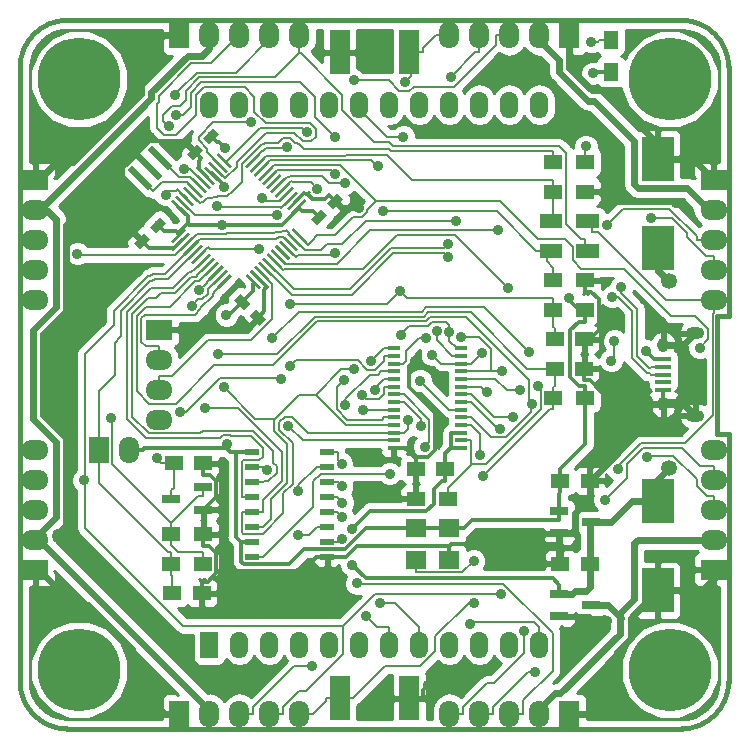
<source format=gbr>
%TF.GenerationSoftware,KiCad,Pcbnew,5.0.1-33cea8e~68~ubuntu16.04.1*%
%TF.CreationDate,2018-11-19T21:37:36+01:00*%
%TF.ProjectId,bcl4v2,62636C3476322E6B696361645F706362,rev?*%
%TF.SameCoordinates,Original*%
%TF.FileFunction,Copper,L2,Bot,Signal*%
%TF.FilePolarity,Positive*%
%FSLAX46Y46*%
G04 Gerber Fmt 4.6, Leading zero omitted, Abs format (unit mm)*
G04 Created by KiCad (PCBNEW 5.0.1-33cea8e~68~ubuntu16.04.1) date Po 19. listopad 2018, 21:37:36 CET*
%MOMM*%
%LPD*%
G01*
G04 APERTURE LIST*
%ADD10C,0.381000*%
%ADD11O,1.524000X2.286000*%
%ADD12R,1.524000X2.286000*%
%ADD13R,1.200000X1.200000*%
%ADD14R,2.300000X1.700000*%
%ADD15O,2.300000X1.700000*%
%ADD16R,1.350000X0.400000*%
%ADD17O,0.950000X1.250000*%
%ADD18O,1.550000X1.000000*%
%ADD19R,1.300000X1.500000*%
%ADD20R,1.500000X1.300000*%
%ADD21R,1.500000X1.250000*%
%ADD22C,7.000000*%
%ADD23R,1.500000X0.800000*%
%ADD24C,0.250000*%
%ADD25C,0.150000*%
%ADD26R,1.700000X2.300000*%
%ADD27O,1.700000X2.300000*%
%ADD28C,0.500000*%
%ADD29R,1.699260X3.700780*%
%ADD30C,0.750000*%
%ADD31R,2.700000X3.750000*%
%ADD32R,1.143000X0.508000*%
%ADD33R,1.800000X1.540000*%
%ADD34R,1.100000X0.400000*%
%ADD35C,0.889000*%
%ADD36C,1.346200*%
%ADD37C,0.304800*%
%ADD38C,0.609600*%
%ADD39C,0.203200*%
%ADD40C,0.249800*%
%ADD41C,0.200000*%
%ADD42C,0.254000*%
G04 APERTURE END LIST*
D10*
X129000000Y-105000000D02*
X130000000Y-105000000D01*
X129000000Y-95000000D02*
X129000000Y-105000000D01*
X130000000Y-95000000D02*
X129000000Y-95000000D01*
X74000000Y-70000000D02*
X126000000Y-70000000D01*
X70000000Y-126000000D02*
X70000000Y-74000000D01*
X126000000Y-130000000D02*
X74000000Y-130000000D01*
X130000000Y-105000000D02*
X130000000Y-126000000D01*
X126000000Y-130000000D02*
G75*
G03X130000000Y-126000000I0J4000000D01*
G01*
X70000000Y-126000000D02*
G75*
G03X74000000Y-130000000I4000000J0D01*
G01*
X74000000Y-70000000D02*
G75*
G03X70000000Y-74000000I0J-4000000D01*
G01*
X130000000Y-74000000D02*
X130000000Y-95000000D01*
X130000000Y-74000000D02*
G75*
G03X126000000Y-70000000I-4000000J0D01*
G01*
D11*
X86030000Y-77140000D03*
X88570000Y-77140000D03*
X113970000Y-77140000D03*
X111430000Y-77140000D03*
X113970000Y-122860000D03*
X111430000Y-122860000D03*
X91110000Y-122860000D03*
X88570000Y-122860000D03*
D12*
X86030000Y-122860000D03*
D11*
X93650000Y-122860000D03*
X103810000Y-122860000D03*
X96190000Y-122860000D03*
X101270000Y-122860000D03*
X98730000Y-122860000D03*
X108890000Y-122860000D03*
X106350000Y-122860000D03*
X108890000Y-77140000D03*
X106350000Y-77140000D03*
X103810000Y-77140000D03*
X101270000Y-77140000D03*
X98730000Y-77140000D03*
X96190000Y-77140000D03*
X93650000Y-77140000D03*
X91110000Y-77140000D03*
D13*
X118425000Y-89500000D03*
X114575000Y-89500000D03*
D14*
X81730000Y-96200000D03*
D15*
X81730000Y-98740000D03*
X81730000Y-101280000D03*
X81730000Y-103820000D03*
D16*
X124450000Y-98700000D03*
X124450000Y-99350000D03*
X124450000Y-100000000D03*
X124450000Y-100650000D03*
X124450000Y-101300000D03*
D17*
X124450000Y-97500000D03*
X124450000Y-102500000D03*
D18*
X127150000Y-96500000D03*
X127150000Y-103500000D03*
D19*
X120000000Y-71650000D03*
X120000000Y-74350000D03*
D20*
X117850000Y-82000000D03*
X115150000Y-82000000D03*
X82800000Y-113500000D03*
X85500000Y-113500000D03*
D21*
X118250000Y-116000000D03*
X115750000Y-116000000D03*
X115750000Y-109000000D03*
X118250000Y-109000000D03*
D22*
X75000000Y-125000000D03*
X75000000Y-75000000D03*
X125000000Y-75000000D03*
X125000000Y-125000000D03*
D21*
X117750000Y-97000000D03*
X115250000Y-97000000D03*
D20*
X117850000Y-94500000D03*
X115150000Y-94500000D03*
D23*
X115650000Y-113450000D03*
X115650000Y-111550000D03*
X118350000Y-112500000D03*
D24*
X83391154Y-85780241D03*
D25*
G36*
X82737080Y-85302944D02*
X82913857Y-85126167D01*
X84045228Y-86257538D01*
X83868451Y-86434315D01*
X82737080Y-85302944D01*
X82737080Y-85302944D01*
G37*
D24*
X83744707Y-85426687D03*
D25*
G36*
X83090633Y-84949390D02*
X83267410Y-84772613D01*
X84398781Y-85903984D01*
X84222004Y-86080761D01*
X83090633Y-84949390D01*
X83090633Y-84949390D01*
G37*
D24*
X84098260Y-85073134D03*
D25*
G36*
X83444186Y-84595837D02*
X83620963Y-84419060D01*
X84752334Y-85550431D01*
X84575557Y-85727208D01*
X83444186Y-84595837D01*
X83444186Y-84595837D01*
G37*
D24*
X84451814Y-84719581D03*
D25*
G36*
X83797740Y-84242284D02*
X83974517Y-84065507D01*
X85105888Y-85196878D01*
X84929111Y-85373655D01*
X83797740Y-84242284D01*
X83797740Y-84242284D01*
G37*
D24*
X84805367Y-84366027D03*
D25*
G36*
X84151293Y-83888730D02*
X84328070Y-83711953D01*
X85459441Y-84843324D01*
X85282664Y-85020101D01*
X84151293Y-83888730D01*
X84151293Y-83888730D01*
G37*
D24*
X85158920Y-84012474D03*
D25*
G36*
X84504846Y-83535177D02*
X84681623Y-83358400D01*
X85812994Y-84489771D01*
X85636217Y-84666548D01*
X84504846Y-83535177D01*
X84504846Y-83535177D01*
G37*
D24*
X85512474Y-83658920D03*
D25*
G36*
X84858400Y-83181623D02*
X85035177Y-83004846D01*
X86166548Y-84136217D01*
X85989771Y-84312994D01*
X84858400Y-83181623D01*
X84858400Y-83181623D01*
G37*
D24*
X85866027Y-83305367D03*
D25*
G36*
X85211953Y-82828070D02*
X85388730Y-82651293D01*
X86520101Y-83782664D01*
X86343324Y-83959441D01*
X85211953Y-82828070D01*
X85211953Y-82828070D01*
G37*
D24*
X86219581Y-82951814D03*
D25*
G36*
X85565507Y-82474517D02*
X85742284Y-82297740D01*
X86873655Y-83429111D01*
X86696878Y-83605888D01*
X85565507Y-82474517D01*
X85565507Y-82474517D01*
G37*
D24*
X86573134Y-82598260D03*
D25*
G36*
X85919060Y-82120963D02*
X86095837Y-81944186D01*
X87227208Y-83075557D01*
X87050431Y-83252334D01*
X85919060Y-82120963D01*
X85919060Y-82120963D01*
G37*
D24*
X86926687Y-82244707D03*
D25*
G36*
X86272613Y-81767410D02*
X86449390Y-81590633D01*
X87580761Y-82722004D01*
X87403984Y-82898781D01*
X86272613Y-81767410D01*
X86272613Y-81767410D01*
G37*
D24*
X87280241Y-81891154D03*
D25*
G36*
X86626167Y-81413857D02*
X86802944Y-81237080D01*
X87934315Y-82368451D01*
X87757538Y-82545228D01*
X86626167Y-81413857D01*
X86626167Y-81413857D01*
G37*
D24*
X89719759Y-81891154D03*
D25*
G36*
X90197056Y-81237080D02*
X90373833Y-81413857D01*
X89242462Y-82545228D01*
X89065685Y-82368451D01*
X90197056Y-81237080D01*
X90197056Y-81237080D01*
G37*
D24*
X90073313Y-82244707D03*
D25*
G36*
X90550610Y-81590633D02*
X90727387Y-81767410D01*
X89596016Y-82898781D01*
X89419239Y-82722004D01*
X90550610Y-81590633D01*
X90550610Y-81590633D01*
G37*
D24*
X90426866Y-82598260D03*
D25*
G36*
X90904163Y-81944186D02*
X91080940Y-82120963D01*
X89949569Y-83252334D01*
X89772792Y-83075557D01*
X90904163Y-81944186D01*
X90904163Y-81944186D01*
G37*
D24*
X90780419Y-82951814D03*
D25*
G36*
X91257716Y-82297740D02*
X91434493Y-82474517D01*
X90303122Y-83605888D01*
X90126345Y-83429111D01*
X91257716Y-82297740D01*
X91257716Y-82297740D01*
G37*
D24*
X91133973Y-83305367D03*
D25*
G36*
X91611270Y-82651293D02*
X91788047Y-82828070D01*
X90656676Y-83959441D01*
X90479899Y-83782664D01*
X91611270Y-82651293D01*
X91611270Y-82651293D01*
G37*
D24*
X91487526Y-83658920D03*
D25*
G36*
X91964823Y-83004846D02*
X92141600Y-83181623D01*
X91010229Y-84312994D01*
X90833452Y-84136217D01*
X91964823Y-83004846D01*
X91964823Y-83004846D01*
G37*
D24*
X91841080Y-84012474D03*
D25*
G36*
X92318377Y-83358400D02*
X92495154Y-83535177D01*
X91363783Y-84666548D01*
X91187006Y-84489771D01*
X92318377Y-83358400D01*
X92318377Y-83358400D01*
G37*
D24*
X92194633Y-84366027D03*
D25*
G36*
X92671930Y-83711953D02*
X92848707Y-83888730D01*
X91717336Y-85020101D01*
X91540559Y-84843324D01*
X92671930Y-83711953D01*
X92671930Y-83711953D01*
G37*
D24*
X92548186Y-84719581D03*
D25*
G36*
X93025483Y-84065507D02*
X93202260Y-84242284D01*
X92070889Y-85373655D01*
X91894112Y-85196878D01*
X93025483Y-84065507D01*
X93025483Y-84065507D01*
G37*
D24*
X92901740Y-85073134D03*
D25*
G36*
X93379037Y-84419060D02*
X93555814Y-84595837D01*
X92424443Y-85727208D01*
X92247666Y-85550431D01*
X93379037Y-84419060D01*
X93379037Y-84419060D01*
G37*
D24*
X93255293Y-85426687D03*
D25*
G36*
X93732590Y-84772613D02*
X93909367Y-84949390D01*
X92777996Y-86080761D01*
X92601219Y-85903984D01*
X93732590Y-84772613D01*
X93732590Y-84772613D01*
G37*
D24*
X93608846Y-85780241D03*
D25*
G36*
X94086143Y-85126167D02*
X94262920Y-85302944D01*
X93131549Y-86434315D01*
X92954772Y-86257538D01*
X94086143Y-85126167D01*
X94086143Y-85126167D01*
G37*
D24*
X93608846Y-88219759D03*
D25*
G36*
X92954772Y-87742462D02*
X93131549Y-87565685D01*
X94262920Y-88697056D01*
X94086143Y-88873833D01*
X92954772Y-87742462D01*
X92954772Y-87742462D01*
G37*
D24*
X93255293Y-88573313D03*
D25*
G36*
X92601219Y-88096016D02*
X92777996Y-87919239D01*
X93909367Y-89050610D01*
X93732590Y-89227387D01*
X92601219Y-88096016D01*
X92601219Y-88096016D01*
G37*
D24*
X92901740Y-88926866D03*
D25*
G36*
X92247666Y-88449569D02*
X92424443Y-88272792D01*
X93555814Y-89404163D01*
X93379037Y-89580940D01*
X92247666Y-88449569D01*
X92247666Y-88449569D01*
G37*
D24*
X92548186Y-89280419D03*
D25*
G36*
X91894112Y-88803122D02*
X92070889Y-88626345D01*
X93202260Y-89757716D01*
X93025483Y-89934493D01*
X91894112Y-88803122D01*
X91894112Y-88803122D01*
G37*
D24*
X92194633Y-89633973D03*
D25*
G36*
X91540559Y-89156676D02*
X91717336Y-88979899D01*
X92848707Y-90111270D01*
X92671930Y-90288047D01*
X91540559Y-89156676D01*
X91540559Y-89156676D01*
G37*
D24*
X91841080Y-89987526D03*
D25*
G36*
X91187006Y-89510229D02*
X91363783Y-89333452D01*
X92495154Y-90464823D01*
X92318377Y-90641600D01*
X91187006Y-89510229D01*
X91187006Y-89510229D01*
G37*
D24*
X91487526Y-90341080D03*
D25*
G36*
X90833452Y-89863783D02*
X91010229Y-89687006D01*
X92141600Y-90818377D01*
X91964823Y-90995154D01*
X90833452Y-89863783D01*
X90833452Y-89863783D01*
G37*
D24*
X91133973Y-90694633D03*
D25*
G36*
X90479899Y-90217336D02*
X90656676Y-90040559D01*
X91788047Y-91171930D01*
X91611270Y-91348707D01*
X90479899Y-90217336D01*
X90479899Y-90217336D01*
G37*
D24*
X90780419Y-91048186D03*
D25*
G36*
X90126345Y-90570889D02*
X90303122Y-90394112D01*
X91434493Y-91525483D01*
X91257716Y-91702260D01*
X90126345Y-90570889D01*
X90126345Y-90570889D01*
G37*
D24*
X90426866Y-91401740D03*
D25*
G36*
X89772792Y-90924443D02*
X89949569Y-90747666D01*
X91080940Y-91879037D01*
X90904163Y-92055814D01*
X89772792Y-90924443D01*
X89772792Y-90924443D01*
G37*
D24*
X90073313Y-91755293D03*
D25*
G36*
X89419239Y-91277996D02*
X89596016Y-91101219D01*
X90727387Y-92232590D01*
X90550610Y-92409367D01*
X89419239Y-91277996D01*
X89419239Y-91277996D01*
G37*
D24*
X89719759Y-92108846D03*
D25*
G36*
X89065685Y-91631549D02*
X89242462Y-91454772D01*
X90373833Y-92586143D01*
X90197056Y-92762920D01*
X89065685Y-91631549D01*
X89065685Y-91631549D01*
G37*
D24*
X87280241Y-92108846D03*
D25*
G36*
X87757538Y-91454772D02*
X87934315Y-91631549D01*
X86802944Y-92762920D01*
X86626167Y-92586143D01*
X87757538Y-91454772D01*
X87757538Y-91454772D01*
G37*
D24*
X86926687Y-91755293D03*
D25*
G36*
X87403984Y-91101219D02*
X87580761Y-91277996D01*
X86449390Y-92409367D01*
X86272613Y-92232590D01*
X87403984Y-91101219D01*
X87403984Y-91101219D01*
G37*
D24*
X86573134Y-91401740D03*
D25*
G36*
X87050431Y-90747666D02*
X87227208Y-90924443D01*
X86095837Y-92055814D01*
X85919060Y-91879037D01*
X87050431Y-90747666D01*
X87050431Y-90747666D01*
G37*
D24*
X86219581Y-91048186D03*
D25*
G36*
X86696878Y-90394112D02*
X86873655Y-90570889D01*
X85742284Y-91702260D01*
X85565507Y-91525483D01*
X86696878Y-90394112D01*
X86696878Y-90394112D01*
G37*
D24*
X85866027Y-90694633D03*
D25*
G36*
X86343324Y-90040559D02*
X86520101Y-90217336D01*
X85388730Y-91348707D01*
X85211953Y-91171930D01*
X86343324Y-90040559D01*
X86343324Y-90040559D01*
G37*
D24*
X85512474Y-90341080D03*
D25*
G36*
X85989771Y-89687006D02*
X86166548Y-89863783D01*
X85035177Y-90995154D01*
X84858400Y-90818377D01*
X85989771Y-89687006D01*
X85989771Y-89687006D01*
G37*
D24*
X85158920Y-89987526D03*
D25*
G36*
X85636217Y-89333452D02*
X85812994Y-89510229D01*
X84681623Y-90641600D01*
X84504846Y-90464823D01*
X85636217Y-89333452D01*
X85636217Y-89333452D01*
G37*
D24*
X84805367Y-89633973D03*
D25*
G36*
X85282664Y-88979899D02*
X85459441Y-89156676D01*
X84328070Y-90288047D01*
X84151293Y-90111270D01*
X85282664Y-88979899D01*
X85282664Y-88979899D01*
G37*
D24*
X84451814Y-89280419D03*
D25*
G36*
X84929111Y-88626345D02*
X85105888Y-88803122D01*
X83974517Y-89934493D01*
X83797740Y-89757716D01*
X84929111Y-88626345D01*
X84929111Y-88626345D01*
G37*
D24*
X84098260Y-88926866D03*
D25*
G36*
X84575557Y-88272792D02*
X84752334Y-88449569D01*
X83620963Y-89580940D01*
X83444186Y-89404163D01*
X84575557Y-88272792D01*
X84575557Y-88272792D01*
G37*
D24*
X83744707Y-88573313D03*
D25*
G36*
X84222004Y-87919239D02*
X84398781Y-88096016D01*
X83267410Y-89227387D01*
X83090633Y-89050610D01*
X84222004Y-87919239D01*
X84222004Y-87919239D01*
G37*
D24*
X83391154Y-88219759D03*
D25*
G36*
X83868451Y-87565685D02*
X84045228Y-87742462D01*
X82913857Y-88873833D01*
X82737080Y-88697056D01*
X83868451Y-87565685D01*
X83868451Y-87565685D01*
G37*
D26*
X83490000Y-71270000D03*
D27*
X86030000Y-71270000D03*
X88570000Y-71270000D03*
X91110000Y-71270000D03*
X93650000Y-71270000D03*
D26*
X116510000Y-71270000D03*
D27*
X113970000Y-71270000D03*
X111430000Y-71270000D03*
X108890000Y-71270000D03*
X106350000Y-71270000D03*
D26*
X116510000Y-128730000D03*
D27*
X113970000Y-128730000D03*
X111430000Y-128730000D03*
X108890000Y-128730000D03*
X106350000Y-128730000D03*
D26*
X83490000Y-128730000D03*
D27*
X86030000Y-128730000D03*
X88570000Y-128730000D03*
X91110000Y-128730000D03*
X93650000Y-128730000D03*
D14*
X71270000Y-116510000D03*
D15*
X71270000Y-113970000D03*
X71270000Y-111430000D03*
X71270000Y-108890000D03*
X71270000Y-106350000D03*
D14*
X71270000Y-83490000D03*
D15*
X71270000Y-86030000D03*
X71270000Y-88570000D03*
X71270000Y-91110000D03*
X71270000Y-93650000D03*
D14*
X128730000Y-83490000D03*
D15*
X128730000Y-86030000D03*
X128730000Y-88570000D03*
X128730000Y-91110000D03*
X128730000Y-93650000D03*
D14*
X128730000Y-116510000D03*
D15*
X128730000Y-113970000D03*
X128730000Y-111430000D03*
X128730000Y-108890000D03*
X128730000Y-106350000D03*
D21*
X117750000Y-99500000D03*
X115250000Y-99500000D03*
D20*
X117850000Y-102000000D03*
X115150000Y-102000000D03*
D28*
X80151472Y-83348528D03*
D25*
G36*
X80858579Y-84409188D02*
X79090812Y-82641421D01*
X79444365Y-82287868D01*
X81212132Y-84055635D01*
X80858579Y-84409188D01*
X80858579Y-84409188D01*
G37*
D28*
X81000000Y-82500000D03*
D25*
G36*
X81707107Y-83560660D02*
X79939340Y-81792893D01*
X80292893Y-81439340D01*
X82060660Y-83207107D01*
X81707107Y-83560660D01*
X81707107Y-83560660D01*
G37*
D28*
X81848528Y-81651472D03*
D25*
G36*
X82555635Y-82712132D02*
X80787868Y-80944365D01*
X81141421Y-80590812D01*
X82909188Y-82358579D01*
X82555635Y-82712132D01*
X82555635Y-82712132D01*
G37*
D29*
X102948940Y-72700000D03*
X97051060Y-72700000D03*
X97051060Y-127400000D03*
X102948940Y-127400000D03*
D30*
X86171751Y-79828249D03*
D25*
G36*
X86330850Y-79138820D02*
X86861180Y-79669150D01*
X86012652Y-80517678D01*
X85482322Y-79987348D01*
X86330850Y-79138820D01*
X86330850Y-79138820D01*
G37*
D30*
X84828249Y-81171751D03*
D25*
G36*
X84987348Y-80482322D02*
X85517678Y-81012652D01*
X84669150Y-81861180D01*
X84138820Y-81330850D01*
X84987348Y-80482322D01*
X84987348Y-80482322D01*
G37*
D30*
X95328249Y-86671751D03*
D25*
G36*
X95169150Y-87361180D02*
X94638820Y-86830850D01*
X95487348Y-85982322D01*
X96017678Y-86512652D01*
X95169150Y-87361180D01*
X95169150Y-87361180D01*
G37*
D30*
X96671751Y-85328249D03*
D25*
G36*
X96512652Y-86017678D02*
X95982322Y-85487348D01*
X96830850Y-84638820D01*
X97361180Y-85169150D01*
X96512652Y-86017678D01*
X96512652Y-86017678D01*
G37*
D30*
X81671751Y-87328249D03*
D25*
G36*
X81830850Y-86638820D02*
X82361180Y-87169150D01*
X81512652Y-88017678D01*
X80982322Y-87487348D01*
X81830850Y-86638820D01*
X81830850Y-86638820D01*
G37*
D30*
X80328249Y-88671751D03*
D25*
G36*
X80487348Y-87982322D02*
X81017678Y-88512652D01*
X80169150Y-89361180D01*
X79638820Y-88830850D01*
X80487348Y-87982322D01*
X80487348Y-87982322D01*
G37*
D30*
X88828249Y-93828249D03*
D25*
G36*
X88138820Y-93669150D02*
X88669150Y-93138820D01*
X89517678Y-93987348D01*
X88987348Y-94517678D01*
X88138820Y-93669150D01*
X88138820Y-93669150D01*
G37*
D30*
X90171751Y-95171751D03*
D25*
G36*
X89482322Y-95012652D02*
X90012652Y-94482322D01*
X90861180Y-95330850D01*
X90330850Y-95861180D01*
X89482322Y-95012652D01*
X89482322Y-95012652D01*
G37*
D26*
X76650000Y-106350000D03*
D27*
X79190000Y-106350000D03*
D21*
X82900000Y-118500000D03*
X85400000Y-118500000D03*
X83000000Y-107500000D03*
X85500000Y-107500000D03*
D20*
X117850000Y-84500000D03*
X115150000Y-84500000D03*
X106200000Y-110500000D03*
X103500000Y-110500000D03*
X117850000Y-92000000D03*
X115150000Y-92000000D03*
X82800000Y-116000000D03*
X85500000Y-116000000D03*
D31*
X124000000Y-110725000D03*
X124000000Y-118275000D03*
D23*
X85500000Y-109550000D03*
X85500000Y-111450000D03*
X82800000Y-110500000D03*
D13*
X118425000Y-87000000D03*
X114575000Y-87000000D03*
D31*
X124000000Y-89275000D03*
X124000000Y-81725000D03*
D23*
X115650000Y-120450000D03*
X115650000Y-118550000D03*
X118350000Y-119500000D03*
D20*
X115150000Y-89500000D03*
X117850000Y-89500000D03*
X115150000Y-87000000D03*
X117850000Y-87000000D03*
D21*
X103500000Y-108000000D03*
X106000000Y-108000000D03*
D32*
X89650000Y-107825000D03*
X96000000Y-106555000D03*
X96000000Y-107825000D03*
X96000000Y-109095000D03*
X96000000Y-110365000D03*
X96000000Y-111635000D03*
X96000000Y-112905000D03*
X96000000Y-114175000D03*
X96000000Y-115445000D03*
X89650000Y-115445000D03*
X89650000Y-114175000D03*
X89650000Y-112905000D03*
X89650000Y-111635000D03*
X89650000Y-110365000D03*
X89650000Y-109095000D03*
X89650000Y-106555000D03*
D33*
X103500000Y-113000000D03*
X103500000Y-115680000D03*
X106300000Y-115680000D03*
X106300000Y-113000000D03*
D34*
X101650000Y-106225000D03*
X101650000Y-105575000D03*
X101650000Y-104925000D03*
X101650000Y-104275000D03*
X101650000Y-103625000D03*
X101650000Y-102975000D03*
X101650000Y-102325000D03*
X101650000Y-101675000D03*
X101650000Y-101025000D03*
X101650000Y-100375000D03*
X101650000Y-99725000D03*
X101650000Y-99075000D03*
X101650000Y-98425000D03*
X101650000Y-97775000D03*
X107350000Y-97775000D03*
X107350000Y-98425000D03*
X107350000Y-99075000D03*
X107350000Y-99725000D03*
X107350000Y-100375000D03*
X107350000Y-101025000D03*
X107350000Y-101675000D03*
X107350000Y-102325000D03*
X107350000Y-102975000D03*
X107350000Y-103625000D03*
X107350000Y-104275000D03*
X107350000Y-104925000D03*
X107350000Y-105575000D03*
X107350000Y-106225000D03*
D35*
X98663000Y-85935200D03*
X125523500Y-85468900D03*
X99099400Y-72812600D03*
X104497000Y-126322000D03*
D36*
X73400000Y-113700000D03*
D35*
X119671000Y-120829000D03*
X103408787Y-98846702D03*
D36*
X74471092Y-86371092D03*
D35*
X100723300Y-86171900D03*
X100265228Y-82353112D03*
X83877700Y-82554400D03*
X81571900Y-107074000D03*
X98096700Y-116089500D03*
X98096700Y-113038700D03*
D36*
X124900000Y-107900000D03*
X124900000Y-92100000D03*
D35*
X123000000Y-98000000D03*
X87504400Y-105892900D03*
X87248400Y-84148200D03*
X87459400Y-94942800D03*
X87132800Y-87296800D03*
X87335300Y-80824800D03*
X116500000Y-93501800D03*
X118500000Y-74500000D03*
X106903300Y-86984000D03*
X123397800Y-86751200D03*
X113575700Y-125144500D03*
X120054500Y-98815600D03*
X120315100Y-97160100D03*
X106443600Y-74829800D03*
X74847400Y-89753400D03*
X110676000Y-118612200D03*
X119536400Y-110588000D03*
X75376600Y-108947600D03*
X83100008Y-76300000D03*
X118355000Y-71805000D03*
X117900000Y-80684400D03*
X91720500Y-86522000D03*
X92832300Y-94037100D03*
X102146600Y-92942800D03*
X102570700Y-75222600D03*
X109189500Y-108607400D03*
X108418400Y-119304800D03*
X82330700Y-84767600D03*
X86794500Y-98273200D03*
X77701200Y-103670800D03*
X120619500Y-107982700D03*
X112687200Y-121715500D03*
X82568793Y-78954330D03*
X89511900Y-78648300D03*
X98280100Y-75098500D03*
X94284400Y-79489800D03*
X98538500Y-117677800D03*
X92568000Y-80710000D03*
X94749600Y-124706100D03*
X90500800Y-85019200D03*
X92107500Y-100414700D03*
X83545900Y-103168000D03*
X86640300Y-85714900D03*
X127541000Y-97719000D03*
X96622800Y-89712200D03*
X96674800Y-83036600D03*
X96656100Y-79896500D03*
X83200000Y-77999994D03*
X110482700Y-87758100D03*
X119679800Y-87350000D03*
X111348500Y-92666200D03*
X123052400Y-106993200D03*
X102849900Y-103878100D03*
X84516000Y-94168500D03*
X85689800Y-102846600D03*
X85148800Y-92858900D03*
X87226000Y-101052700D03*
X98298800Y-99543500D03*
X106200000Y-88930500D03*
X120903000Y-92597300D03*
X106200000Y-90069500D03*
X120097000Y-93402700D03*
X110596600Y-104576700D03*
X111754900Y-103614700D03*
X108112800Y-121090400D03*
X99722900Y-98846000D03*
X92832300Y-99300500D03*
X106346605Y-96424565D03*
X102247742Y-96620744D03*
X102455721Y-79887300D03*
X105263669Y-96282522D03*
X109119700Y-98185900D03*
X104900000Y-98300000D03*
X110843100Y-99725000D03*
X107351818Y-96851734D03*
X112342400Y-101331300D03*
X109523600Y-101502800D03*
X97551000Y-102538300D03*
X104392269Y-96940996D03*
X104299400Y-106106200D03*
X98931300Y-101753300D03*
X99297100Y-120459400D03*
X103907600Y-104394200D03*
X100041000Y-101343300D03*
X100448600Y-119309500D03*
X108396300Y-115804000D03*
X108976800Y-106803100D03*
X113841700Y-100960000D03*
X97485200Y-83792800D03*
X103862302Y-100514636D03*
X95179400Y-84275900D03*
X99047900Y-102975000D03*
X113340400Y-102466300D03*
X92706300Y-104353500D03*
X91357900Y-96944200D03*
X113092000Y-98118000D03*
X90258600Y-89366800D03*
X101284400Y-108384200D03*
X97429000Y-100441900D03*
X90924700Y-108043500D03*
X97221800Y-107579400D03*
X93569600Y-109821900D03*
X97230500Y-109420700D03*
X97253400Y-110833900D03*
X97266900Y-112096300D03*
X93546200Y-113560700D03*
X97228600Y-113925900D03*
D37*
X96671800Y-85328200D02*
X96154900Y-84811300D01*
X85500000Y-111450000D02*
X86606000Y-110344000D01*
X86606000Y-110344000D02*
X86606000Y-108973800D01*
X86606000Y-108973800D02*
X86113100Y-108480900D01*
X86113100Y-108480900D02*
X85500000Y-108480900D01*
X85500000Y-111450000D02*
X85500000Y-113500000D01*
X85500000Y-107500000D02*
X85500000Y-108480900D01*
X96154900Y-84811300D02*
X95831800Y-85134400D01*
X95831800Y-85134400D02*
X94743000Y-85134400D01*
X94743000Y-85134400D02*
X94343100Y-84734500D01*
X94343100Y-84734500D02*
X94197800Y-84734500D01*
X94197800Y-84734500D02*
X94072700Y-84609300D01*
X96671800Y-85328200D02*
X97188700Y-85845100D01*
X98663000Y-85935200D02*
X98572900Y-85845100D01*
X98572900Y-85845100D02*
X97188700Y-85845100D01*
X93255300Y-85426700D02*
X94072700Y-84609300D01*
X85866000Y-83305400D02*
X85048600Y-82487900D01*
X84828200Y-81171800D02*
X85345100Y-81688700D01*
X85048600Y-82487900D02*
X85151300Y-82385200D01*
X85151300Y-82385200D02*
X85151300Y-81882500D01*
X85151300Y-81882500D02*
X85345100Y-81688700D01*
X78714400Y-87369500D02*
X79025900Y-87369500D01*
X79025900Y-87369500D02*
X80328200Y-88671800D01*
X73863600Y-87369500D02*
X78714400Y-87369500D01*
X78714400Y-87369500D02*
X78714400Y-82514400D01*
X78714400Y-82514400D02*
X79774500Y-81454300D01*
X79774500Y-81454300D02*
X79954300Y-81454300D01*
X79954300Y-81454300D02*
X79954300Y-81274600D01*
X79954300Y-81274600D02*
X81009200Y-80219700D01*
X81009200Y-80219700D02*
X83876100Y-80219700D01*
X83876100Y-80219700D02*
X84828200Y-81171800D01*
X81000000Y-82500000D02*
X79954300Y-81454300D01*
X117850000Y-84500000D02*
X118955900Y-84500000D01*
X125523500Y-85468900D02*
X119924800Y-85468900D01*
X119924800Y-85468900D02*
X118955900Y-84500000D01*
X115650000Y-114368000D02*
X106486100Y-114368000D01*
X106486100Y-114368000D02*
X106300000Y-114554100D01*
D38*
X115650000Y-114368000D02*
X115650000Y-115900000D01*
X115650000Y-115900000D02*
X115750000Y-116000000D01*
X115650000Y-113450000D02*
X115650000Y-114368000D01*
D37*
X106300000Y-115680000D02*
X106300000Y-114554100D01*
X106300000Y-114554100D02*
X98491300Y-114554100D01*
X98491300Y-114554100D02*
X97600400Y-115445000D01*
X97600400Y-115445000D02*
X96000000Y-115445000D01*
D38*
X73863600Y-87369500D02*
X73863600Y-94657700D01*
X73863600Y-94657700D02*
X71963600Y-96557700D01*
X71963600Y-96557700D02*
X71963600Y-103442000D01*
X71963600Y-103442000D02*
X73900000Y-105379000D01*
X73900000Y-105379000D02*
X73900000Y-109727000D01*
D37*
X83744700Y-88573300D02*
X82927400Y-89390600D01*
X82927400Y-89390600D02*
X82828100Y-89291400D01*
X82828100Y-89291400D02*
X80947800Y-89291400D01*
X80947800Y-89291400D02*
X80328200Y-88671800D01*
X81730000Y-96200000D02*
X83235900Y-96200000D01*
X90171800Y-95171800D02*
X89143600Y-96200000D01*
X89143600Y-96200000D02*
X83235900Y-96200000D01*
X90430300Y-94913300D02*
X90171800Y-95171800D01*
X90430300Y-94913300D02*
X90688700Y-94654900D01*
X90890700Y-92572600D02*
X90762000Y-92701300D01*
X90762000Y-92701300D02*
X90762000Y-92742500D01*
X90762000Y-92742500D02*
X90688700Y-92815800D01*
X90688700Y-92815800D02*
X90688700Y-94654900D01*
X117750000Y-100480900D02*
X118248900Y-100480900D01*
X118248900Y-100480900D02*
X120990000Y-103222000D01*
X117850000Y-93005900D02*
X118352900Y-93005900D01*
X118352900Y-93005900D02*
X118977800Y-93630800D01*
X118977800Y-93630800D02*
X118977800Y-96262600D01*
X118977800Y-96262600D02*
X117750000Y-97490400D01*
X117750000Y-99500000D02*
X117750000Y-100480900D01*
X120990000Y-103510000D02*
X120990000Y-103222000D01*
X95072600Y-115445000D02*
X93905900Y-116611700D01*
X93905900Y-116611700D02*
X86606000Y-116611700D01*
X85500000Y-113500000D02*
X85500000Y-114505900D01*
X86606000Y-116611700D02*
X86606000Y-116838700D01*
X86606000Y-116838700D02*
X85925600Y-117519100D01*
X85925600Y-117519100D02*
X85400000Y-117519100D01*
X85500000Y-114505900D02*
X86002900Y-114505900D01*
X86002900Y-114505900D02*
X86606000Y-115109000D01*
X86606000Y-115109000D02*
X86606000Y-116611700D01*
X96000000Y-115445000D02*
X95072600Y-115445000D01*
X85400000Y-118500000D02*
X85400000Y-117519100D01*
D38*
X124450000Y-102500000D02*
X122000000Y-102500000D01*
X122000000Y-102500000D02*
X120990000Y-103510000D01*
D37*
X117850000Y-92000000D02*
X117850000Y-93005900D01*
X117750000Y-97490400D02*
X117750000Y-97980900D01*
X117750000Y-97000000D02*
X117750000Y-97490400D01*
X103500000Y-108000000D02*
X103500000Y-110500000D01*
X103500000Y-107797600D02*
X103500000Y-108000000D01*
X102555900Y-106225000D02*
X103350000Y-107019100D01*
X103350000Y-107019100D02*
X103500000Y-107019100D01*
X103500000Y-107797600D02*
X103500000Y-107019100D01*
X117750000Y-97980900D02*
X117750000Y-99500000D01*
X90073300Y-91755300D02*
X90890700Y-92572600D01*
X101650000Y-106225000D02*
X102555900Y-106225000D01*
X102949000Y-127400000D02*
X102948900Y-127400000D01*
X102949000Y-127400000D02*
X104154000Y-127400000D01*
X104154000Y-127400000D02*
X104154000Y-126664000D01*
X104154000Y-126664000D02*
X104497000Y-126322000D01*
D38*
X126000000Y-102350000D02*
X127150000Y-103500000D01*
X126000000Y-97500000D02*
X126000000Y-102350000D01*
X120990000Y-103510000D02*
X120500000Y-104000000D01*
X120500000Y-104000000D02*
X120500000Y-106750000D01*
X120500000Y-106750000D02*
X118250000Y-109000000D01*
D37*
X97051100Y-72700000D02*
X98986800Y-72700000D01*
X98986800Y-72700000D02*
X99099400Y-72812600D01*
D38*
X126000000Y-97500000D02*
X126150000Y-97500000D01*
X126150000Y-97500000D02*
X127150000Y-96500000D01*
X124450000Y-97500000D02*
X126000000Y-97500000D01*
X83490000Y-128730000D02*
X83230000Y-128730000D01*
X126000000Y-102350000D02*
X124600000Y-102350000D01*
X124600000Y-102350000D02*
X124450000Y-102500000D01*
X73900000Y-109764000D02*
X73900000Y-113200000D01*
X73900000Y-113200000D02*
X73400000Y-113700000D01*
X124000000Y-81725000D02*
X126965000Y-81725000D01*
X126965000Y-81725000D02*
X128730000Y-83490000D01*
X128730000Y-116510000D02*
X128730000Y-117270000D01*
X128730000Y-117270000D02*
X127725000Y-118275000D01*
X127725000Y-118275000D02*
X124000000Y-118275000D01*
X115650000Y-113450000D02*
X116650000Y-113450000D01*
X116650000Y-113450000D02*
X117000000Y-113100000D01*
X117000000Y-113100000D02*
X117000000Y-111700000D01*
X117000000Y-111700000D02*
X118250000Y-110450000D01*
X118250000Y-110450000D02*
X118250000Y-109000000D01*
D37*
X115650000Y-120450000D02*
X118250000Y-120450000D01*
X118250000Y-120450000D02*
X118629000Y-120829000D01*
X118629000Y-120829000D02*
X119671000Y-120829000D01*
X124450000Y-101300000D02*
X124450000Y-102500000D01*
X102964288Y-101067188D02*
X102964288Y-99291201D01*
X105114700Y-103217600D02*
X102964288Y-101067188D01*
X105114700Y-106422900D02*
X105114700Y-103217600D01*
X104518500Y-107019100D02*
X105114700Y-106422900D01*
X103500000Y-107019100D02*
X104518500Y-107019100D01*
X102964288Y-99291201D02*
X103408787Y-98846702D01*
D38*
X116510000Y-71270000D02*
X116510000Y-74010000D01*
X119400000Y-75900000D02*
X124000000Y-80500000D01*
X124000000Y-80500000D02*
X124000000Y-81725000D01*
X116510000Y-74010000D02*
X118400000Y-75900000D01*
X118400000Y-75900000D02*
X119400000Y-75900000D01*
X118270000Y-128730000D02*
X116510000Y-128730000D01*
X120500000Y-126500000D02*
X118270000Y-128730000D01*
X124000000Y-118275000D02*
X121700000Y-120575000D01*
X121700000Y-120575000D02*
X121700000Y-122292974D01*
X121700000Y-122292974D02*
X120500000Y-123492974D01*
X120500000Y-123492974D02*
X120500000Y-126500000D01*
X74560000Y-119500000D02*
X71570000Y-116510000D01*
X83490000Y-128730000D02*
X82000000Y-128730000D01*
X71570000Y-116510000D02*
X71270000Y-116510000D01*
X82000000Y-128730000D02*
X82000000Y-128500000D01*
X75750000Y-119500000D02*
X74560000Y-119500000D01*
X82000000Y-128500000D02*
X79500000Y-126000000D01*
X79500000Y-123250000D02*
X75750000Y-119500000D01*
X79500000Y-126000000D02*
X79500000Y-123250000D01*
X82030400Y-71270000D02*
X83490000Y-71270000D01*
X80250000Y-73050400D02*
X82030400Y-71270000D01*
X80250000Y-74000000D02*
X80250000Y-73050400D01*
X73863600Y-87369500D02*
X74424591Y-87369500D01*
X74424591Y-87369500D02*
X74471092Y-87322999D01*
X74471092Y-87322999D02*
X74471092Y-86371092D01*
X80250000Y-75000000D02*
X80250000Y-76250000D01*
X80250000Y-75000000D02*
X80250000Y-75385512D01*
X80250000Y-74000000D02*
X80250000Y-75000000D01*
X71570000Y-83490000D02*
X71270000Y-83490000D01*
X73029600Y-82030400D02*
X71570000Y-83490000D01*
X74469600Y-82030400D02*
X73029600Y-82030400D01*
X80250000Y-76250000D02*
X74469600Y-82030400D01*
D39*
X113669900Y-89500000D02*
X110341800Y-86171900D01*
X110341800Y-86171900D02*
X100723300Y-86171900D01*
X114575000Y-89500000D02*
X113669900Y-89500000D01*
X114575000Y-89500000D02*
X114575000Y-90405100D01*
X115150000Y-92000000D02*
X115150000Y-90980100D01*
X115150000Y-90980100D02*
X114575000Y-90405100D01*
X115150000Y-89500000D02*
X114575000Y-89500000D01*
X99778416Y-81866300D02*
X99820729Y-81908613D01*
X90426900Y-82598300D02*
X91158900Y-81866300D01*
X91158900Y-81866300D02*
X99778416Y-81866300D01*
X99820729Y-81908613D02*
X100265228Y-82353112D01*
X85512500Y-83658900D02*
X84408000Y-82554400D01*
X84408000Y-82554400D02*
X83877700Y-82554400D01*
X81944900Y-107500000D02*
X81571900Y-107127000D01*
X81571900Y-107127000D02*
X81571900Y-107074000D01*
X83000000Y-107500000D02*
X81944900Y-107500000D01*
X82800000Y-110500000D02*
X82800000Y-109794900D01*
X82800000Y-109794900D02*
X83000000Y-109594900D01*
X83000000Y-109594900D02*
X83000000Y-107500000D01*
D37*
X106444100Y-106225000D02*
X106444100Y-104925000D01*
X106000000Y-108000000D02*
X106000000Y-106669100D01*
X106000000Y-106669100D02*
X106444100Y-106225000D01*
X107350000Y-104925000D02*
X106444100Y-104925000D01*
X106000000Y-108000000D02*
X106000000Y-108980900D01*
X106000000Y-108980900D02*
X105754700Y-108980900D01*
X105754700Y-108980900D02*
X105019100Y-109716500D01*
X105019100Y-109716500D02*
X105019100Y-110918000D01*
X105019100Y-110918000D02*
X104405900Y-111531200D01*
X104405900Y-111531200D02*
X99604200Y-111531200D01*
X99604200Y-111531200D02*
X98096700Y-113038700D01*
X107350000Y-106225000D02*
X106444100Y-106225000D01*
X115650000Y-117794100D02*
X115095900Y-117240000D01*
X115095900Y-117240000D02*
X99247200Y-117240000D01*
X99247200Y-117240000D02*
X98096700Y-116089500D01*
X115650000Y-118550000D02*
X115650000Y-117794100D01*
D38*
X115650000Y-118550000D02*
X116750000Y-118550000D01*
X116750000Y-118550000D02*
X117000000Y-118300000D01*
X117000000Y-118300000D02*
X117900000Y-118300000D01*
X117900000Y-118300000D02*
X118250000Y-117950000D01*
X118250000Y-117950000D02*
X118250000Y-116000000D01*
D37*
X124450000Y-98700000D02*
X123975000Y-98700000D01*
D38*
X123125000Y-110725000D02*
X124000000Y-110725000D01*
X124000000Y-110725000D02*
X123125000Y-110725000D01*
X118250000Y-116000000D02*
X118200000Y-116000000D01*
X124900000Y-107900000D02*
X124000000Y-108800000D01*
X124000000Y-108800000D02*
X124000000Y-110725000D01*
X124000000Y-89275000D02*
X124000000Y-91200000D01*
X124000000Y-91200000D02*
X124900000Y-92100000D01*
X118250000Y-116000000D02*
X118250000Y-112600000D01*
X118250000Y-112600000D02*
X118350000Y-112500000D01*
X118350000Y-112500000D02*
X120000000Y-112500000D01*
X120000000Y-112500000D02*
X121775000Y-110725000D01*
X121775000Y-110725000D02*
X123125000Y-110725000D01*
D37*
X124450000Y-98700000D02*
X123975000Y-98700000D01*
X123975000Y-98700000D02*
X123700000Y-98700000D01*
X123700000Y-98700000D02*
X123000000Y-98000000D01*
X95328200Y-86671800D02*
X94811300Y-86154900D01*
X94811300Y-86154900D02*
X93828500Y-86154900D01*
X93828500Y-86154900D02*
X93608800Y-85935200D01*
X87132800Y-87296800D02*
X87170200Y-87334200D01*
X87170200Y-87334200D02*
X92209800Y-87334200D01*
X92209800Y-87334200D02*
X93608800Y-85935200D01*
X84208600Y-87198800D02*
X84306600Y-87296800D01*
X84306600Y-87296800D02*
X87132800Y-87296800D01*
D40*
X93608800Y-85935200D02*
X93608800Y-85780200D01*
D37*
X88265800Y-106555000D02*
X87811400Y-106555000D01*
X87811400Y-106555000D02*
X87504400Y-106248000D01*
X88722600Y-106555000D02*
X88265800Y-106555000D01*
X88722600Y-114175000D02*
X88265800Y-113718200D01*
X88265800Y-113718200D02*
X88265800Y-106555000D01*
X89650000Y-106555000D02*
X88722600Y-106555000D01*
X87504400Y-105892900D02*
X87504400Y-106248000D01*
X102244100Y-113000000D02*
X99317600Y-113000000D01*
X99317600Y-113000000D02*
X97532700Y-114784900D01*
X97532700Y-114784900D02*
X94044500Y-114784900D01*
X94044500Y-114784900D02*
X92774500Y-116054900D01*
X92774500Y-116054900D02*
X88931100Y-116054900D01*
X88931100Y-116054900D02*
X88722600Y-115846400D01*
X88722600Y-115846400D02*
X88722600Y-114175000D01*
X87504400Y-106248000D02*
X80497900Y-106248000D01*
X80497900Y-106248000D02*
X80395900Y-106350000D01*
D40*
X83391200Y-88064800D02*
X83391200Y-88219800D01*
D37*
X83391200Y-88016200D02*
X83391200Y-88064800D01*
X83391200Y-88016200D02*
X83220100Y-87845100D01*
X83220100Y-87845100D02*
X82188700Y-87845100D01*
X84208600Y-87198800D02*
X83391200Y-88016200D01*
X106300000Y-113000000D02*
X107555900Y-113000000D01*
X115650000Y-111550000D02*
X115650000Y-112305900D01*
X107555900Y-113000000D02*
X108250000Y-112305900D01*
X108250000Y-112305900D02*
X115650000Y-112305900D01*
X103500000Y-113000000D02*
X106300000Y-113000000D01*
X79190000Y-106350000D02*
X80395900Y-106350000D01*
D40*
X86231400Y-82951800D02*
X86219600Y-82951800D01*
D37*
X87248400Y-84148200D02*
X87248400Y-83968800D01*
X87248400Y-83968800D02*
X86231400Y-82951800D01*
X88311300Y-94345100D02*
X87713700Y-94942700D01*
X87713700Y-94942700D02*
X87459400Y-94942700D01*
X87459400Y-94942700D02*
X87459400Y-94942800D01*
X87335300Y-80824800D02*
X86855600Y-80345100D01*
X86855600Y-80345100D02*
X86688700Y-80345100D01*
X88828200Y-93828200D02*
X88311300Y-94345100D01*
X81671800Y-87328200D02*
X82188700Y-87845100D01*
X84208700Y-86597600D02*
X84208600Y-86597700D01*
X84208600Y-86597700D02*
X84208600Y-87198800D01*
D40*
X89719800Y-92329200D02*
X89719800Y-92108800D01*
D37*
X88828200Y-93828200D02*
X89719800Y-92936600D01*
X89719800Y-92936600D02*
X89719800Y-92329200D01*
X86171800Y-79828200D02*
X86688700Y-80345100D01*
X115750000Y-109000000D02*
X115750000Y-109980900D01*
X115650000Y-111550000D02*
X115650000Y-110080900D01*
X115650000Y-110080900D02*
X115750000Y-109980900D01*
X83391200Y-85780200D02*
X84208700Y-86597600D01*
X117850000Y-95002900D02*
X116500000Y-93652900D01*
X116500000Y-93652900D02*
X116500000Y-93501800D01*
X117850000Y-95002900D02*
X117850000Y-95505900D01*
X117850000Y-94500000D02*
X117850000Y-95002900D01*
X103500000Y-113000000D02*
X102244100Y-113000000D01*
X89650000Y-114175000D02*
X88722600Y-114175000D01*
X115750000Y-108019100D02*
X117850000Y-105919100D01*
X117850000Y-105919100D02*
X117850000Y-103005900D01*
X117850000Y-102000000D02*
X117850000Y-103005900D01*
X117850000Y-102000000D02*
X117850000Y-100994100D01*
X117850000Y-95505900D02*
X117347000Y-95505900D01*
X117347000Y-95505900D02*
X116596800Y-96256100D01*
X116596800Y-96256100D02*
X116596800Y-100243900D01*
X116596800Y-100243900D02*
X117347000Y-100994100D01*
X117347000Y-100994100D02*
X117850000Y-100994100D01*
X115750000Y-109000000D02*
X115750000Y-108019100D01*
X118650000Y-74350000D02*
X118500000Y-74500000D01*
X120000000Y-74350000D02*
X118650000Y-74350000D01*
D38*
X113970000Y-71270000D02*
X113970000Y-71670000D01*
X113970000Y-71670000D02*
X115646000Y-73346400D01*
X115646000Y-73346400D02*
X115646000Y-74367700D01*
X115646000Y-74367700D02*
X118079000Y-76800000D01*
X122000000Y-83900000D02*
X122300000Y-84200000D01*
X122300000Y-84200000D02*
X126500000Y-84200000D01*
X126500000Y-84200000D02*
X128330000Y-86030000D01*
X128330000Y-86030000D02*
X128730000Y-86030000D01*
X120800000Y-120575000D02*
X120800000Y-120539000D01*
X120800000Y-120539000D02*
X120800000Y-120200000D01*
X120800000Y-120200000D02*
X122000000Y-119000000D01*
X122000000Y-119000000D02*
X122000000Y-114300000D01*
X122000000Y-114300000D02*
X122330000Y-113970000D01*
X122330000Y-113970000D02*
X128330000Y-113970000D01*
X128730000Y-113970000D02*
X128330000Y-113970000D01*
X71670000Y-86030000D02*
X72230000Y-86030000D01*
X72230000Y-86030000D02*
X73000000Y-86800000D01*
X73000000Y-86800000D02*
X73000000Y-94300000D01*
X73000000Y-94300000D02*
X71100000Y-96200000D01*
X71100000Y-96200000D02*
X71100000Y-103800000D01*
X71100000Y-103800000D02*
X73000000Y-105700000D01*
X73000000Y-105700000D02*
X73000000Y-112100000D01*
X73000000Y-112100000D02*
X71270000Y-113830000D01*
X71270000Y-113830000D02*
X71270000Y-113970000D01*
X71270000Y-86030000D02*
X71670000Y-86030000D01*
X128730000Y-86030000D02*
X127970000Y-86030000D01*
X71740000Y-86500000D02*
X71270000Y-86030000D01*
X71270000Y-86030000D02*
X71670000Y-86030000D01*
X128330000Y-113970000D02*
X128730000Y-113970000D01*
X120800000Y-120539000D02*
X120836000Y-120575000D01*
X120836000Y-120575000D02*
X120800000Y-120575000D01*
X118350000Y-119500000D02*
X119761000Y-119500000D01*
X119761000Y-119500000D02*
X120800000Y-120539000D01*
X118079000Y-76800000D02*
X118550000Y-76800000D01*
X118550000Y-76800000D02*
X122000000Y-80250000D01*
X122000000Y-80250000D02*
X122000000Y-83900000D01*
X113970000Y-128330000D02*
X113970000Y-128730000D01*
X120800000Y-120575000D02*
X120800000Y-121950000D01*
X120800000Y-121950000D02*
X115750000Y-127000000D01*
X115750000Y-127000000D02*
X115300000Y-127000000D01*
X115300000Y-127000000D02*
X113970000Y-128330000D01*
X86030000Y-128730000D02*
X86030000Y-128430000D01*
X86030000Y-128430000D02*
X71570000Y-113970000D01*
X71570000Y-113970000D02*
X71270000Y-113970000D01*
X86030000Y-71270000D02*
X86030000Y-72370640D01*
X86030000Y-72370640D02*
X85400251Y-73000389D01*
X85400251Y-73000389D02*
X84220941Y-73000389D01*
X84220941Y-73000389D02*
X81113611Y-76107719D01*
X81113611Y-76107719D02*
X81113610Y-76607720D01*
X71691330Y-86030000D02*
X71670000Y-86030000D01*
X81113610Y-76607720D02*
X71691330Y-86030000D01*
D39*
X93255300Y-88573300D02*
X94141600Y-89459600D01*
X94141600Y-89459600D02*
X95470200Y-89459600D01*
X95470200Y-89459600D02*
X95967200Y-88962600D01*
X95967200Y-88962600D02*
X97271000Y-88962600D01*
X97271000Y-88962600D02*
X99249600Y-86984000D01*
X99249600Y-86984000D02*
X106903300Y-86984000D01*
X84098300Y-88926900D02*
X84953900Y-88071300D01*
X84953900Y-88071300D02*
X87443400Y-88071300D01*
X87443400Y-88071300D02*
X87468300Y-88046400D01*
X87468300Y-88046400D02*
X91533500Y-88046400D01*
X91533500Y-88046400D02*
X91673700Y-87906200D01*
X91673700Y-87906200D02*
X92107200Y-87906200D01*
X92107200Y-87906200D02*
X92137500Y-87875900D01*
X92137500Y-87875900D02*
X92389800Y-87875900D01*
X92389800Y-87875900D02*
X92473900Y-87791800D01*
X128730000Y-89954900D02*
X128073300Y-89954900D01*
X128073300Y-89954900D02*
X126432900Y-88314500D01*
X126432900Y-88314500D02*
X126432900Y-88015500D01*
X126432900Y-88015500D02*
X125168600Y-86751200D01*
X125168600Y-86751200D02*
X123397800Y-86751200D01*
X108890000Y-72725100D02*
X108548300Y-72725100D01*
X108548300Y-72725100D02*
X106443600Y-74829800D01*
X128730000Y-91110000D02*
X128730000Y-89954900D01*
X84098300Y-88926900D02*
X83143400Y-89881800D01*
X83143400Y-89881800D02*
X74975800Y-89881800D01*
X74975800Y-89881800D02*
X74847400Y-89753400D01*
X108890000Y-128730000D02*
X110045100Y-128730000D01*
X120315100Y-97160100D02*
X120315100Y-98555000D01*
X120315100Y-98555000D02*
X120054500Y-98815600D01*
X110045100Y-128730000D02*
X110045100Y-128125000D01*
X110045100Y-128125000D02*
X113025600Y-125144500D01*
X113025600Y-125144500D02*
X113575700Y-125144500D01*
X108890000Y-71270000D02*
X108890000Y-72725100D01*
X93255300Y-88573300D02*
X92473900Y-87791800D01*
X85233300Y-88498900D02*
X85233300Y-88499000D01*
X85233300Y-88499000D02*
X91694000Y-88499000D01*
X91694000Y-88499000D02*
X91880100Y-88312900D01*
X91880100Y-88312900D02*
X92287700Y-88312900D01*
X92287700Y-88312900D02*
X92901700Y-88926900D01*
X110676000Y-118612200D02*
X110618000Y-118554200D01*
X110618000Y-118554200D02*
X100043200Y-118554200D01*
X100043200Y-118554200D02*
X97306900Y-121290500D01*
X75494800Y-108947600D02*
X75494800Y-112973000D01*
X75494800Y-112973000D02*
X83812300Y-121290500D01*
X83812300Y-121290500D02*
X97306900Y-121290500D01*
X97306900Y-121290500D02*
X97306900Y-123637600D01*
X97306900Y-123637600D02*
X94193300Y-126751200D01*
X94193300Y-126751200D02*
X93647200Y-126751200D01*
X93647200Y-126751200D02*
X92265100Y-128133300D01*
X92265100Y-128133300D02*
X92265100Y-128730000D01*
X83670400Y-90061800D02*
X82241000Y-91491200D01*
X82241000Y-91491200D02*
X81222600Y-91491200D01*
X81222600Y-91491200D02*
X81028600Y-91685200D01*
X81028600Y-91685200D02*
X80853800Y-91685200D01*
X80853800Y-91685200D02*
X77910600Y-94628400D01*
X77910600Y-94628400D02*
X77910600Y-95821600D01*
X77910600Y-95821600D02*
X75494800Y-98237400D01*
X75494800Y-98237400D02*
X75494800Y-108947600D01*
X75494800Y-108947600D02*
X75376600Y-108947600D01*
X128730000Y-108890000D02*
X128730000Y-107734900D01*
X91110000Y-128730000D02*
X92265100Y-128730000D01*
X128730000Y-107734900D02*
X127574900Y-107734900D01*
X127574900Y-107734900D02*
X126083500Y-106243500D01*
X126083500Y-106243500D02*
X122741900Y-106243500D01*
X122741900Y-106243500D02*
X121392000Y-107593400D01*
X121392000Y-107593400D02*
X121392000Y-108732400D01*
X121392000Y-108732400D02*
X119536400Y-110588000D01*
X84451800Y-89280400D02*
X83670400Y-90061800D01*
X84451800Y-89280400D02*
X85233300Y-88498900D01*
X84965808Y-74434200D02*
X83544507Y-75855501D01*
X83544507Y-75855501D02*
X83100008Y-76300000D01*
X88245800Y-74434200D02*
X84965808Y-74434200D01*
X91110000Y-71570000D02*
X88245800Y-74434200D01*
X91110000Y-71270000D02*
X91110000Y-71570000D01*
X115150000Y-81044900D02*
X101686200Y-81044900D01*
X101686200Y-81044900D02*
X101684900Y-81043600D01*
X101684900Y-81043600D02*
X101373800Y-81043600D01*
X101373800Y-81043600D02*
X101257300Y-80927100D01*
X101257300Y-80927100D02*
X94054800Y-80927100D01*
X94054800Y-80927100D02*
X93605200Y-80477500D01*
X93605200Y-80477500D02*
X93512600Y-80477500D01*
X93512600Y-80477500D02*
X93415500Y-80380400D01*
X93415500Y-80380400D02*
X93298600Y-80380400D01*
X93298600Y-80380400D02*
X92878600Y-79960400D01*
X92878600Y-79960400D02*
X92257200Y-79960400D01*
X92257200Y-79960400D02*
X91837200Y-80380400D01*
X91837200Y-80380400D02*
X91246800Y-80380400D01*
X91246800Y-80380400D02*
X91230200Y-80397000D01*
X91230200Y-80397000D02*
X90677700Y-80397000D01*
X90677700Y-80397000D02*
X90612300Y-80462400D01*
X90612300Y-80462400D02*
X90483500Y-80462400D01*
X90483500Y-80462400D02*
X88749700Y-82196200D01*
X88749700Y-82196200D02*
X88749700Y-83674300D01*
X88749700Y-83674300D02*
X87998000Y-84426000D01*
X87998000Y-84426000D02*
X87998000Y-84458800D01*
X87998000Y-84458800D02*
X87559000Y-84897800D01*
X87559000Y-84897800D02*
X87526200Y-84897800D01*
X87526200Y-84897800D02*
X87507500Y-84916500D01*
X87507500Y-84916500D02*
X86712100Y-84916500D01*
X86712100Y-84916500D02*
X86688200Y-84940400D01*
X86688200Y-84940400D02*
X86329800Y-84940400D01*
X86329800Y-84940400D02*
X86218400Y-85051800D01*
X86218400Y-85051800D02*
X85930400Y-85051800D01*
X85930400Y-85051800D02*
X85925700Y-85056500D01*
X85925700Y-85056500D02*
X85832800Y-85056500D01*
X85832800Y-85056500D02*
X85494600Y-85394700D01*
X85494600Y-85394700D02*
X85339600Y-85394700D01*
X85339600Y-85394700D02*
X85233300Y-85501000D01*
X115150000Y-82000000D02*
X115150000Y-81044900D01*
X84451800Y-84719600D02*
X85233300Y-85501000D01*
X120000000Y-71650000D02*
X119044900Y-71650000D01*
X117850000Y-82000000D02*
X117850000Y-81044900D01*
X117850000Y-81044900D02*
X117900000Y-80994900D01*
X117900000Y-80994900D02*
X117900000Y-80684400D01*
X118355000Y-71805000D02*
X118889900Y-71805000D01*
X118889900Y-71805000D02*
X119044900Y-71650000D01*
X115150000Y-83544900D02*
X103183200Y-83544900D01*
X103183200Y-83544900D02*
X101047000Y-81408700D01*
X101047000Y-81408700D02*
X97559900Y-81408700D01*
X97559900Y-81408700D02*
X97509000Y-81459600D01*
X97509000Y-81459600D02*
X90858400Y-81459600D01*
X90858400Y-81459600D02*
X90073300Y-82244700D01*
X115150000Y-84500000D02*
X115150000Y-83544900D01*
X115150000Y-87000000D02*
X115150000Y-84500000D01*
X115150000Y-87000000D02*
X114575000Y-87000000D01*
X80151500Y-83348500D02*
X81251200Y-84448200D01*
X81251200Y-84448200D02*
X81988600Y-83710800D01*
X81988600Y-83710800D02*
X84150200Y-83710800D01*
X84150200Y-83710800D02*
X84805400Y-84366000D01*
X82948200Y-82751200D02*
X83428100Y-83231100D01*
X83428100Y-83231100D02*
X83494300Y-83231100D01*
X83494300Y-83231100D02*
X83567200Y-83304000D01*
X83567200Y-83304000D02*
X84188300Y-83304000D01*
X84188300Y-83304000D02*
X84261200Y-83231100D01*
X84261200Y-83231100D02*
X84377400Y-83231100D01*
X84377400Y-83231100D02*
X84377500Y-83231000D01*
X85158900Y-84012500D02*
X84377500Y-83231000D01*
X81848500Y-81651500D02*
X82948200Y-82751200D01*
X84023900Y-90415500D02*
X82541500Y-91897900D01*
X82541500Y-91897900D02*
X81391100Y-91897900D01*
X81391100Y-91897900D02*
X81197100Y-92091900D01*
X81197100Y-92091900D02*
X81022300Y-92091900D01*
X81022300Y-92091900D02*
X78520500Y-94593700D01*
X78520500Y-94593700D02*
X78520500Y-96759000D01*
X78520500Y-96759000D02*
X78486300Y-96793200D01*
X78486300Y-96793200D02*
X78486300Y-96816000D01*
X78486300Y-96816000D02*
X78006300Y-97296000D01*
X78006300Y-97296000D02*
X78006300Y-100070600D01*
X78006300Y-100070600D02*
X76650000Y-101426900D01*
X76650000Y-101426900D02*
X76650000Y-104894900D01*
X76650000Y-106350000D02*
X76650000Y-107805100D01*
X76650000Y-107805100D02*
X76650000Y-109193500D01*
X76650000Y-109193500D02*
X82501400Y-115044900D01*
X82501400Y-115044900D02*
X82800000Y-115044900D01*
X84805400Y-89634000D02*
X84023900Y-90415500D01*
X76650000Y-106350000D02*
X76650000Y-104894900D01*
X82800000Y-116000000D02*
X82800000Y-116955100D01*
X82900000Y-118500000D02*
X82900000Y-117055100D01*
X82900000Y-117055100D02*
X82800000Y-116955100D01*
X82800000Y-116000000D02*
X82800000Y-115044900D01*
X102146600Y-92942800D02*
X101052300Y-94037100D01*
X101052300Y-94037100D02*
X92832300Y-94037100D01*
X91720500Y-86522000D02*
X84840000Y-86522000D01*
X84840000Y-86522000D02*
X83744700Y-85426700D01*
X102146600Y-92942800D02*
X102748700Y-93544900D01*
X102748700Y-93544900D02*
X115150000Y-93544900D01*
X103103100Y-72700000D02*
X103103100Y-74690200D01*
X103103100Y-74690200D02*
X102570700Y-75222600D01*
X103103100Y-72700000D02*
X103257200Y-72700000D01*
X102948900Y-72700000D02*
X103103100Y-72700000D01*
X115150000Y-94500000D02*
X115150000Y-93544900D01*
X103526300Y-72700000D02*
X103257200Y-72700000D01*
X103526300Y-72700000D02*
X104103600Y-72700000D01*
X106350000Y-71270000D02*
X105194900Y-71270000D01*
X104103600Y-72700000D02*
X104103600Y-72361300D01*
X104103600Y-72361300D02*
X105194900Y-71270000D01*
X115250000Y-97000000D02*
X115250000Y-96069900D01*
X115250000Y-96069900D02*
X115150000Y-95969900D01*
X115150000Y-95969900D02*
X115150000Y-94500000D01*
X83316800Y-84291500D02*
X83160100Y-84448200D01*
X83160100Y-84448200D02*
X82650100Y-84448200D01*
X82650100Y-84448200D02*
X82330700Y-84767600D01*
X98205800Y-127400000D02*
X100918600Y-124687200D01*
X100918600Y-124687200D02*
X103898900Y-124687200D01*
X103898900Y-124687200D02*
X105146600Y-123439500D01*
X105146600Y-123439500D02*
X105146600Y-122159700D01*
X105146600Y-122159700D02*
X108001500Y-119304800D01*
X108001500Y-119304800D02*
X108418400Y-119304800D01*
X97051100Y-127400000D02*
X98205800Y-127400000D01*
X115150000Y-102000000D02*
X115150000Y-102955100D01*
X109189500Y-108607400D02*
X114841800Y-102955100D01*
X114841800Y-102955100D02*
X115150000Y-102955100D01*
X96473800Y-127400000D02*
X97051100Y-127400000D01*
X84098300Y-85073100D02*
X83316800Y-84291500D01*
X115250000Y-99500000D02*
X115250000Y-99965000D01*
X115250000Y-99965000D02*
X115250000Y-100430100D01*
X115150000Y-102000000D02*
X115150000Y-101044900D01*
X115150000Y-101044900D02*
X115250000Y-100944900D01*
X115250000Y-100944900D02*
X115250000Y-100430100D01*
X96473800Y-127400000D02*
X95896400Y-127400000D01*
X93650000Y-128730000D02*
X94805100Y-128730000D01*
X95896400Y-127400000D02*
X95896400Y-127638700D01*
X95896400Y-127638700D02*
X94805100Y-128730000D01*
X104175278Y-95091182D02*
X104546062Y-94720398D01*
X104546062Y-94720398D02*
X108173198Y-94720398D01*
X86794500Y-98273200D02*
X91759500Y-98273200D01*
X112952800Y-99500000D02*
X114296800Y-99500000D01*
X91759500Y-98273200D02*
X94941518Y-95091182D01*
X94941518Y-95091182D02*
X104175278Y-95091182D01*
X114296800Y-99500000D02*
X115250000Y-99500000D01*
X108173198Y-94720398D02*
X112952800Y-99500000D01*
X82800000Y-112544900D02*
X77805200Y-107550100D01*
X77805200Y-107550100D02*
X77805200Y-103774800D01*
X77805200Y-103774800D02*
X77701200Y-103670800D01*
X85500000Y-109550000D02*
X85500000Y-110255100D01*
X85500000Y-110255100D02*
X85089800Y-110255100D01*
X85089800Y-110255100D02*
X82800000Y-112544900D01*
X82800000Y-113500000D02*
X82800000Y-112544900D01*
X82800000Y-113500000D02*
X82800000Y-114455100D01*
X85500000Y-116000000D02*
X85500000Y-115044900D01*
X85500000Y-115044900D02*
X83389800Y-115044900D01*
X83389800Y-115044900D02*
X82800000Y-114455100D01*
X128730000Y-94805100D02*
X128684800Y-94850300D01*
X128684800Y-94850300D02*
X128684800Y-103414500D01*
X128684800Y-103414500D02*
X126285600Y-105813700D01*
X126285600Y-105813700D02*
X122586200Y-105813700D01*
X122586200Y-105813700D02*
X120619500Y-107780400D01*
X120619500Y-107780400D02*
X120619500Y-107982700D01*
X128730000Y-93650000D02*
X128730000Y-94805100D01*
X106350000Y-128730000D02*
X107505100Y-128730000D01*
X107505100Y-128730000D02*
X107505100Y-128152000D01*
X107505100Y-128152000D02*
X109553800Y-126103300D01*
X109553800Y-126103300D02*
X110130900Y-126103300D01*
X110130900Y-126103300D02*
X112687200Y-123547000D01*
X112687200Y-123547000D02*
X112687200Y-121715500D01*
X118425000Y-87000000D02*
X118425000Y-87905100D01*
X128730000Y-93650000D02*
X124681000Y-93650000D01*
X124681000Y-93650000D02*
X118936100Y-87905100D01*
X118936100Y-87905100D02*
X118425000Y-87905100D01*
X117850000Y-87000000D02*
X118425000Y-87000000D01*
X93650000Y-72793200D02*
X93759300Y-72793200D01*
X93759300Y-72793200D02*
X97257200Y-76291100D01*
X97257200Y-76291100D02*
X97257200Y-77574400D01*
X97257200Y-77574400D02*
X99980000Y-80297200D01*
X99980000Y-80297200D02*
X101202600Y-80297200D01*
X101202600Y-80297200D02*
X101542300Y-80636900D01*
X101542300Y-80636900D02*
X115624100Y-80636900D01*
X115624100Y-80636900D02*
X116205200Y-81218000D01*
X116205200Y-81218000D02*
X116205200Y-87258300D01*
X116205200Y-87258300D02*
X117491800Y-88544900D01*
X117491800Y-88544900D02*
X117850000Y-88544900D01*
X117850000Y-89022400D02*
X117947400Y-89022400D01*
X117947400Y-89022400D02*
X118425000Y-89500000D01*
X117850000Y-89022400D02*
X117850000Y-88544900D01*
X117850000Y-89500000D02*
X117850000Y-89022400D01*
X93650000Y-72725100D02*
X93650000Y-72793200D01*
X93650000Y-71270000D02*
X93650000Y-72725100D01*
X82859666Y-77249302D02*
X82124294Y-77984674D01*
X82124294Y-77984674D02*
X82124294Y-78509831D01*
X85167970Y-74841000D02*
X84049302Y-75959668D01*
X84049302Y-75959668D02*
X84049302Y-76759666D01*
X83559666Y-77249302D02*
X82859666Y-77249302D01*
X82124294Y-78509831D02*
X82568793Y-78954330D01*
X84049302Y-76759666D02*
X83559666Y-77249302D01*
X91602200Y-74841000D02*
X85167970Y-74841000D01*
X93650000Y-72793200D02*
X91602200Y-74841000D01*
X98280100Y-75098500D02*
X101198200Y-75098500D01*
X101198200Y-75098500D02*
X102099100Y-75999400D01*
X102099100Y-75999400D02*
X102958700Y-75999400D01*
X102958700Y-75999400D02*
X103316700Y-75641400D01*
X103316700Y-75641400D02*
X106697600Y-75641400D01*
X106697600Y-75641400D02*
X110274900Y-72064100D01*
X110274900Y-72064100D02*
X110274900Y-71270000D01*
X86926700Y-82244700D02*
X85822900Y-81140900D01*
X85822900Y-81140900D02*
X85822900Y-80859400D01*
X85822900Y-80859400D02*
X85139000Y-80175500D01*
X85139000Y-80175500D02*
X85139000Y-79856300D01*
X85139000Y-79856300D02*
X86347000Y-78648300D01*
X86347000Y-78648300D02*
X89511900Y-78648300D01*
X111430000Y-71270000D02*
X110274900Y-71270000D01*
X94284400Y-79489800D02*
X93909300Y-79114700D01*
X93909300Y-79114700D02*
X90292500Y-79114700D01*
X90292500Y-79114700D02*
X87516000Y-81891200D01*
X87516000Y-81891200D02*
X87280200Y-81891200D01*
X112585100Y-128730000D02*
X112585100Y-127574900D01*
X112585100Y-127574900D02*
X115082300Y-125077700D01*
X115082300Y-125077700D02*
X115082300Y-121919700D01*
X115082300Y-121919700D02*
X110876100Y-117713500D01*
X110876100Y-117713500D02*
X98574200Y-117713500D01*
X98574200Y-117713500D02*
X98538500Y-117677800D01*
X111430000Y-128730000D02*
X112585100Y-128730000D01*
X89725100Y-128730000D02*
X89725100Y-128152400D01*
X89725100Y-128152400D02*
X93171400Y-124706100D01*
X93171400Y-124706100D02*
X94749600Y-124706100D01*
X90501400Y-81109600D02*
X90501400Y-81109700D01*
X90501400Y-81109700D02*
X90540200Y-81109700D01*
X90540200Y-81109700D02*
X90846200Y-80803700D01*
X90846200Y-80803700D02*
X91398700Y-80803700D01*
X91398700Y-80803700D02*
X91415300Y-80787100D01*
X91415300Y-80787100D02*
X92490900Y-80787100D01*
X92490900Y-80787100D02*
X92568000Y-80710000D01*
X89719800Y-81891200D02*
X90501400Y-81109600D01*
X88570000Y-128730000D02*
X89725100Y-128730000D01*
X92107500Y-100414700D02*
X91995900Y-100303100D01*
X91995900Y-100303100D02*
X86915500Y-100303100D01*
X86915500Y-100303100D02*
X84050600Y-103168000D01*
X84050600Y-103168000D02*
X83545900Y-103168000D01*
X90500800Y-85019200D02*
X90810100Y-85328500D01*
X90810100Y-85328500D02*
X91939300Y-85328500D01*
X91939300Y-85328500D02*
X92548200Y-84719600D01*
X92120200Y-85854600D02*
X92107900Y-85842400D01*
X92107900Y-85842400D02*
X92101100Y-85842400D01*
X92101100Y-85842400D02*
X92031100Y-85772400D01*
X92031100Y-85772400D02*
X86697800Y-85772400D01*
X86697800Y-85772400D02*
X86640300Y-85714900D01*
X92901700Y-85073100D02*
X92120200Y-85854600D01*
X100148100Y-85316700D02*
X110644700Y-85316700D01*
X110644700Y-85316700D02*
X113872800Y-88544800D01*
X113872800Y-88544800D02*
X116126500Y-88544800D01*
X116126500Y-88544800D02*
X116794800Y-89213100D01*
X116794800Y-89213100D02*
X116794800Y-90327200D01*
X116794800Y-90327200D02*
X117512400Y-91044800D01*
X117512400Y-91044800D02*
X121159200Y-91044800D01*
X121159200Y-91044800D02*
X125134100Y-95019700D01*
X125134100Y-95019700D02*
X127143000Y-95019700D01*
X127143000Y-95019700D02*
X128277500Y-96154200D01*
X128277500Y-96154200D02*
X128277500Y-96982500D01*
X128277500Y-96982500D02*
X127541000Y-97719000D01*
X94390400Y-89001300D02*
X94694500Y-88697200D01*
X94694500Y-88697200D02*
X95171900Y-88219800D01*
X95171900Y-88219800D02*
X96669900Y-88219800D01*
X96669900Y-88219800D02*
X98204900Y-86684800D01*
X98204900Y-86684800D02*
X98973600Y-86684800D01*
X98973600Y-86684800D02*
X99412600Y-86245800D01*
X99412600Y-86245800D02*
X99412600Y-86052200D01*
X99412600Y-86052200D02*
X100148100Y-85316700D01*
X90780400Y-82951800D02*
X91459200Y-82273000D01*
X91459200Y-82273000D02*
X97104400Y-82273000D01*
X97104400Y-82273000D02*
X100148100Y-85316700D01*
X93608800Y-88219800D02*
X94390400Y-89001300D01*
X92548200Y-89280400D02*
X93329700Y-90061800D01*
X96622800Y-89712200D02*
X96445700Y-89889300D01*
X96445700Y-89889300D02*
X93502200Y-89889300D01*
X93502200Y-89889300D02*
X93329700Y-90061800D01*
X91134000Y-83305400D02*
X91759600Y-82679800D01*
X91759600Y-82679800D02*
X96318000Y-82679800D01*
X96318000Y-82679800D02*
X96674800Y-83036600D01*
X94986600Y-78227000D02*
X94986600Y-76538900D01*
X84455715Y-77372896D02*
X83828617Y-77999994D01*
X84455715Y-76128006D02*
X84455715Y-77372896D01*
X85335821Y-75247900D02*
X84455715Y-76128006D01*
X83828617Y-77999994D02*
X83200000Y-77999994D01*
X93695600Y-75247900D02*
X85335821Y-75247900D01*
X94986600Y-76538900D02*
X93695600Y-75247900D01*
X96656100Y-79896500D02*
X94986600Y-78227000D01*
X91841100Y-89987500D02*
X92455300Y-90601700D01*
X92455300Y-90601700D02*
X96793400Y-90601700D01*
X96793400Y-90601700D02*
X99637000Y-87758100D01*
X99637000Y-87758100D02*
X110482700Y-87758100D01*
X119679800Y-87350000D02*
X121048300Y-85981500D01*
X121048300Y-85981500D02*
X124976000Y-85981500D01*
X124976000Y-85981500D02*
X127274900Y-88280400D01*
X127274900Y-88280400D02*
X127274900Y-88570000D01*
X128730000Y-88570000D02*
X127274900Y-88570000D01*
X91487500Y-90341100D02*
X92269000Y-91122500D01*
X128730000Y-110274900D02*
X128121600Y-110274900D01*
X128121600Y-110274900D02*
X127274800Y-109428100D01*
X127274800Y-109428100D02*
X127274800Y-108881400D01*
X127274800Y-108881400D02*
X125315100Y-106921700D01*
X125315100Y-106921700D02*
X123123900Y-106921700D01*
X123123900Y-106921700D02*
X123052400Y-106993200D01*
X128730000Y-111430000D02*
X128730000Y-110274900D01*
X111348500Y-92666200D02*
X106847200Y-88164900D01*
X106847200Y-88164900D02*
X101943900Y-88164900D01*
X101943900Y-88164900D02*
X99026500Y-91082300D01*
X99026500Y-91082300D02*
X92309200Y-91082300D01*
X92309200Y-91082300D02*
X92269000Y-91122500D01*
X81730000Y-101280000D02*
X81730000Y-100124900D01*
X90426900Y-91401700D02*
X91361000Y-92335800D01*
X91361000Y-92335800D02*
X91361000Y-95280600D01*
X91361000Y-95280600D02*
X89551100Y-97090500D01*
X89551100Y-97090500D02*
X85919500Y-97090500D01*
X85919500Y-97090500D02*
X82885100Y-100124900D01*
X82885100Y-100124900D02*
X81730000Y-100124900D01*
X81730000Y-97584900D02*
X80635200Y-97584900D01*
X80635200Y-97584900D02*
X80274900Y-97224600D01*
X80274900Y-97224600D02*
X80274900Y-95208200D01*
X80274900Y-95208200D02*
X80562900Y-94920200D01*
X80562900Y-94920200D02*
X84541100Y-94920200D01*
X84541100Y-94920200D02*
X84543200Y-94918100D01*
X84543200Y-94918100D02*
X84826600Y-94918100D01*
X84826600Y-94918100D02*
X85265600Y-94479100D01*
X85265600Y-94479100D02*
X85265600Y-94388100D01*
X85265600Y-94388100D02*
X86294300Y-93359400D01*
X86294300Y-93359400D02*
X86294300Y-93348800D01*
X86294300Y-93348800D02*
X86305100Y-93338000D01*
X86305100Y-93338000D02*
X86305100Y-93156200D01*
X86305100Y-93156200D02*
X86498700Y-92962600D01*
X86498700Y-92962600D02*
X86498700Y-92890400D01*
X86498700Y-92890400D02*
X86498700Y-92890300D01*
X81730000Y-98740000D02*
X81730000Y-97584900D01*
X87280200Y-92108800D02*
X86498700Y-92890300D01*
X84516000Y-94168500D02*
X85054600Y-93629900D01*
X85054600Y-93629900D02*
X85438000Y-93629900D01*
X85438000Y-93629900D02*
X85898400Y-93169500D01*
X85898400Y-93169500D02*
X85898400Y-92786100D01*
X85898400Y-92786100D02*
X86145300Y-92539200D01*
X86145300Y-92539200D02*
X86145300Y-92536800D01*
X86145300Y-92536800D02*
X86145300Y-92536700D01*
X85689800Y-102846600D02*
X88413500Y-102846600D01*
X88413500Y-102846600D02*
X92141900Y-106575000D01*
X92141900Y-106575000D02*
X92141900Y-109037000D01*
X92141900Y-109037000D02*
X90526600Y-110652300D01*
X90526600Y-110652300D02*
X90526600Y-111635000D01*
X88773400Y-111635000D02*
X88773400Y-113345300D01*
X88773400Y-113345300D02*
X88908600Y-113480500D01*
X88908600Y-113480500D02*
X90526400Y-113480500D01*
X90526400Y-113480500D02*
X92287800Y-111719100D01*
X92287800Y-111719100D02*
X92287800Y-110041500D01*
X92287800Y-110041500D02*
X93074400Y-109254900D01*
X93074400Y-109254900D02*
X93074400Y-105781900D01*
X93074400Y-105781900D02*
X91956700Y-104664200D01*
X91956700Y-104664200D02*
X91956700Y-104043000D01*
X91956700Y-104043000D02*
X92395800Y-103603900D01*
X92395800Y-103603900D02*
X93016800Y-103603900D01*
X93016800Y-103603900D02*
X94337900Y-104925000D01*
X94337900Y-104925000D02*
X101650000Y-104925000D01*
X89650000Y-111635000D02*
X88773400Y-111635000D01*
X89986600Y-111635000D02*
X89650000Y-111635000D01*
X89986600Y-111635000D02*
X90526600Y-111635000D01*
X101650000Y-104925000D02*
X102505100Y-104925000D01*
X102849900Y-103878100D02*
X102849900Y-104580200D01*
X102849900Y-104580200D02*
X102505100Y-104925000D01*
X86926700Y-91755300D02*
X86145300Y-92536700D01*
X95023500Y-101724000D02*
X97204000Y-99543500D01*
X97204000Y-99543500D02*
X98298800Y-99543500D01*
X91484500Y-103741000D02*
X89914300Y-103741000D01*
X89914300Y-103741000D02*
X87226000Y-101052700D01*
X95023500Y-101724000D02*
X95023400Y-101724000D01*
X95023400Y-101724000D02*
X93636000Y-101724000D01*
X93636000Y-101724000D02*
X91619000Y-103741000D01*
X91619000Y-103741000D02*
X91484500Y-103741000D01*
X91484500Y-103741000D02*
X91484500Y-104767200D01*
X91484500Y-104767200D02*
X92583200Y-105865900D01*
X92583200Y-105865900D02*
X92583200Y-109171000D01*
X92583200Y-109171000D02*
X91237400Y-110516800D01*
X91237400Y-110516800D02*
X91237400Y-112194200D01*
X91237400Y-112194200D02*
X90526600Y-112905000D01*
X86573100Y-91401700D02*
X85791600Y-92183200D01*
X85148800Y-92858900D02*
X85791600Y-92216100D01*
X85791600Y-92216100D02*
X85791600Y-92183300D01*
X85791600Y-92183300D02*
X85791600Y-92183200D01*
X101650000Y-104275000D02*
X97574400Y-104275000D01*
X97574400Y-104275000D02*
X95023500Y-101724000D01*
X89650000Y-112905000D02*
X90526600Y-112905000D01*
X85084500Y-91476100D02*
X84858000Y-91702600D01*
X84858000Y-91702600D02*
X84669800Y-91702600D01*
X84669800Y-91702600D02*
X84648400Y-91724000D01*
X84648400Y-91724000D02*
X84606000Y-91724000D01*
X84606000Y-91724000D02*
X84575100Y-91754900D01*
X84575100Y-91754900D02*
X84459600Y-91754900D01*
X84459600Y-91754900D02*
X83111600Y-93102900D01*
X83111600Y-93102900D02*
X81911700Y-93102900D01*
X81911700Y-93102900D02*
X81477200Y-93537400D01*
X81477200Y-93537400D02*
X80794900Y-93537400D01*
X80794900Y-93537400D02*
X79460900Y-94871400D01*
X79460900Y-94871400D02*
X79460900Y-103556400D01*
X79460900Y-103556400D02*
X80889200Y-104984700D01*
X80889200Y-104984700D02*
X85221900Y-104984700D01*
X85221900Y-104984700D02*
X85469300Y-104737300D01*
X85469300Y-104737300D02*
X87024700Y-104737300D01*
X87024700Y-104737300D02*
X87025400Y-104736600D01*
X87025400Y-104736600D02*
X87983500Y-104736600D01*
X87983500Y-104736600D02*
X87984200Y-104737300D01*
X87984200Y-104737300D02*
X89729000Y-104737300D01*
X89729000Y-104737300D02*
X91436200Y-106444500D01*
X91436200Y-106444500D02*
X91436200Y-107019700D01*
X91436200Y-107019700D02*
X91445000Y-107028500D01*
X91445000Y-107028500D02*
X91445000Y-107500000D01*
X91445000Y-107500000D02*
X91716300Y-107771300D01*
X91716300Y-107771300D02*
X91716300Y-108312200D01*
X91716300Y-108312200D02*
X91026200Y-109002300D01*
X91026200Y-109002300D02*
X90659800Y-109002300D01*
X90659800Y-109002300D02*
X90567100Y-109095000D01*
X90567100Y-109095000D02*
X89650000Y-109095000D01*
X85866000Y-90694600D02*
X85084500Y-91476100D01*
D41*
X91134000Y-90694600D02*
X91134000Y-90730000D01*
X91134000Y-90730000D02*
X93179000Y-92775000D01*
X93179000Y-92775000D02*
X97906800Y-92775000D01*
X97906800Y-92775000D02*
X101407000Y-89275000D01*
X101407000Y-89275000D02*
X105856000Y-89275000D01*
X105856000Y-89275000D02*
X106200000Y-88930500D01*
X124450000Y-99350000D02*
X123437000Y-99350000D01*
X123437000Y-99350000D02*
X123337000Y-99450000D01*
X123337000Y-99450000D02*
X123268000Y-99450000D01*
X123268000Y-99450000D02*
X122225000Y-98406800D01*
X122225000Y-98406800D02*
X122225000Y-94406800D01*
X122225000Y-94406800D02*
X120903000Y-93084500D01*
X120903000Y-93084500D02*
X120903000Y-92597300D01*
X90780400Y-91048200D02*
X90815800Y-91048200D01*
X90815800Y-91048200D02*
X92992600Y-93225000D01*
X92992600Y-93225000D02*
X98093200Y-93225000D01*
X98093200Y-93225000D02*
X101593000Y-89725000D01*
X101593000Y-89725000D02*
X105856000Y-89725000D01*
X105856000Y-89725000D02*
X106200000Y-90069500D01*
X124450000Y-100000000D02*
X123437000Y-100000000D01*
X123437000Y-100000000D02*
X123337000Y-99900000D01*
X123337000Y-99900000D02*
X123082000Y-99900000D01*
X123082000Y-99900000D02*
X121775000Y-98593200D01*
X121775000Y-98593200D02*
X121775000Y-94593200D01*
X121775000Y-94593200D02*
X120584000Y-93402700D01*
X120584000Y-93402700D02*
X120097000Y-93402700D01*
D39*
X95045600Y-79859700D02*
X94665800Y-80239500D01*
X89840000Y-77767000D02*
X90781000Y-78708000D01*
X81600851Y-79095354D02*
X82209128Y-79703631D01*
X89840000Y-76469900D02*
X89840000Y-77767000D01*
X81774020Y-76881272D02*
X81600851Y-77054441D01*
X85549700Y-75668800D02*
X89038900Y-75668800D01*
X94665800Y-80239500D02*
X93942400Y-80239500D01*
X93942400Y-80239500D02*
X93224300Y-79521400D01*
X93224300Y-79521400D02*
X90849200Y-79521400D01*
X84862126Y-76356374D02*
X85549700Y-75668800D01*
X89038900Y-75668800D02*
X89840000Y-76469900D01*
X87354700Y-83379800D02*
X86573100Y-82598300D01*
X88342900Y-82391600D02*
X87354700Y-83379800D01*
X88342900Y-82027700D02*
X88342900Y-82391600D01*
X90849200Y-79521400D02*
X88342900Y-82027700D01*
X81774021Y-76381271D02*
X81774020Y-76881272D01*
X86179200Y-73660800D02*
X84494492Y-73660800D01*
X95045600Y-79181500D02*
X95045600Y-79859700D01*
X84862126Y-78046840D02*
X84862126Y-76356374D01*
X84494492Y-73660800D02*
X81774021Y-76381271D01*
X94572100Y-78708000D02*
X95045600Y-79181500D01*
X83205335Y-79703631D02*
X84862126Y-78046840D01*
X90781000Y-78708000D02*
X94572100Y-78708000D01*
X82209128Y-79703631D02*
X83205335Y-79703631D01*
X88570000Y-71270000D02*
X86179200Y-73660800D01*
X81600851Y-77054441D02*
X81600851Y-79095354D01*
X108205100Y-102325000D02*
X110456800Y-104576700D01*
X110456800Y-104576700D02*
X110596600Y-104576700D01*
X107350000Y-102325000D02*
X108205100Y-102325000D01*
X108205100Y-101675000D02*
X110144800Y-103614700D01*
X110144800Y-103614700D02*
X111754900Y-103614700D01*
X107350000Y-101675000D02*
X108205100Y-101675000D01*
X100794900Y-97775000D02*
X100793900Y-97775000D01*
X100793900Y-97775000D02*
X99722900Y-98846000D01*
X113970000Y-122860000D02*
X113970000Y-121411900D01*
X113970000Y-121411900D02*
X113523900Y-120965800D01*
X113523900Y-120965800D02*
X108237400Y-120965800D01*
X108237400Y-120965800D02*
X108112800Y-121090400D01*
X101650000Y-97775000D02*
X100794900Y-97775000D01*
X100794900Y-98425000D02*
X100794900Y-98834200D01*
X100794900Y-98834200D02*
X100033500Y-99595600D01*
X100033500Y-99595600D02*
X99411000Y-99595600D01*
X99411000Y-99595600D02*
X98609300Y-98793900D01*
X98609300Y-98793900D02*
X93338900Y-98793900D01*
X93338900Y-98793900D02*
X92832300Y-99300500D01*
X101650000Y-98425000D02*
X100794900Y-98425000D01*
X107350000Y-97775000D02*
X107000000Y-97775000D01*
X102692241Y-96176245D02*
X102247742Y-96620744D01*
X106346605Y-96424565D02*
X106346605Y-95795948D01*
X106083877Y-95533220D02*
X104904003Y-95533220D01*
X107000000Y-97775000D02*
X106346605Y-97121605D01*
X106346605Y-97121605D02*
X106346605Y-97053182D01*
X104533219Y-95904004D02*
X102964482Y-95904004D01*
X104904003Y-95533220D02*
X104533219Y-95904004D01*
X106346605Y-97053182D02*
X106346605Y-96424565D01*
X106346605Y-95795948D02*
X106083877Y-95533220D01*
X102964482Y-95904004D02*
X102692241Y-96176245D01*
X98730000Y-77521000D02*
X101096300Y-79887300D01*
X98730000Y-77140000D02*
X98730000Y-77521000D01*
X101827104Y-79887300D02*
X102455721Y-79887300D01*
X101096300Y-79887300D02*
X101827104Y-79887300D01*
X106596800Y-98425000D02*
X105263669Y-97091869D01*
X105263669Y-96911139D02*
X105263669Y-96282522D01*
X105263669Y-97091869D02*
X105263669Y-96911139D01*
X107350000Y-98425000D02*
X106596800Y-98425000D01*
X108205100Y-99075000D02*
X109094200Y-98185900D01*
X109094200Y-98185900D02*
X109119700Y-98185900D01*
X107350000Y-99075000D02*
X108205100Y-99075000D01*
X107350000Y-99075000D02*
X105675000Y-99075000D01*
X105675000Y-99075000D02*
X104900000Y-98300000D01*
X109897100Y-99725000D02*
X110843100Y-99725000D01*
X108205100Y-99725000D02*
X109897100Y-99725000D01*
X107350000Y-99725000D02*
X108205100Y-99725000D01*
X109897100Y-97865700D02*
X108883134Y-96851734D01*
X107980435Y-96851734D02*
X107351818Y-96851734D01*
X109897100Y-99725000D02*
X109897100Y-97865700D01*
X108883134Y-96851734D02*
X107980435Y-96851734D01*
X107350000Y-100375000D02*
X110233900Y-100375000D01*
X110233900Y-100375000D02*
X111190200Y-101331300D01*
X111190200Y-101331300D02*
X112342400Y-101331300D01*
X109523600Y-101502800D02*
X109045800Y-101025000D01*
X109045800Y-101025000D02*
X107350000Y-101025000D01*
X97551000Y-102538300D02*
X97551000Y-102049200D01*
X97551000Y-102049200D02*
X99595500Y-100004700D01*
X99595500Y-100004700D02*
X100285900Y-100004700D01*
X100285900Y-100004700D02*
X100565600Y-99725000D01*
X100565600Y-99725000D02*
X101650000Y-99725000D01*
X101650000Y-99075000D02*
X102403200Y-99075000D01*
X102403200Y-99075000D02*
X102659486Y-98818714D01*
X102659486Y-98818714D02*
X102659486Y-98045162D01*
X103763652Y-96940996D02*
X104392269Y-96940996D01*
X102659486Y-98045162D02*
X103763652Y-96940996D01*
X104299400Y-106106200D02*
X104657200Y-105748400D01*
X104657200Y-105748400D02*
X104657200Y-103827100D01*
X104657200Y-103827100D02*
X102505100Y-101675000D01*
X101650000Y-101675000D02*
X102505100Y-101675000D01*
X100794900Y-101025000D02*
X100794900Y-101649800D01*
X100794900Y-101649800D02*
X100351700Y-102093000D01*
X100351700Y-102093000D02*
X99271000Y-102093000D01*
X99271000Y-102093000D02*
X98931300Y-101753300D01*
X101270000Y-121411900D02*
X100249600Y-121411900D01*
X100249600Y-121411900D02*
X99297100Y-120459400D01*
X101270000Y-122860000D02*
X101270000Y-121411900D01*
X101650000Y-101025000D02*
X100794900Y-101025000D01*
X103907600Y-104394200D02*
X103907600Y-103727500D01*
X103907600Y-103727500D02*
X102505100Y-102325000D01*
X101650000Y-102325000D02*
X102505100Y-102325000D01*
X103810000Y-121411900D02*
X101707600Y-119309500D01*
X101707600Y-119309500D02*
X100448600Y-119309500D01*
X100794900Y-100375000D02*
X100041000Y-101128900D01*
X100041000Y-101128900D02*
X100041000Y-101343300D01*
X103810000Y-122860000D02*
X103810000Y-121411900D01*
X101650000Y-100375000D02*
X100794900Y-100375000D01*
X103500000Y-116755100D02*
X107445200Y-116755100D01*
X107445200Y-116755100D02*
X108396300Y-115804000D01*
X108205100Y-104275000D02*
X108976800Y-105046700D01*
X108976800Y-105046700D02*
X108976800Y-106803100D01*
X107350000Y-104275000D02*
X108205100Y-104275000D01*
X103500000Y-115680000D02*
X103500000Y-116755100D01*
X108205100Y-107552700D02*
X109452400Y-107552700D01*
X109452400Y-107552700D02*
X114094800Y-102910300D01*
X114094800Y-102910300D02*
X114094800Y-101213100D01*
X114094800Y-101213100D02*
X113841700Y-100960000D01*
X108205100Y-107552700D02*
X108205100Y-107639300D01*
X108205100Y-107639300D02*
X106299500Y-109544900D01*
X106299500Y-109544900D02*
X106200000Y-109544900D01*
X108205100Y-105575000D02*
X108205100Y-107552700D01*
X106200000Y-110500000D02*
X106200000Y-109544900D01*
X107350000Y-105575000D02*
X108205100Y-105575000D01*
X92622600Y-83231000D02*
X92622600Y-83231100D01*
X92622600Y-83231100D02*
X92754300Y-83231100D01*
X92754300Y-83231100D02*
X92835900Y-83149500D01*
X92835900Y-83149500D02*
X94641200Y-83149500D01*
X94641200Y-83149500D02*
X94675900Y-83184200D01*
X94675900Y-83184200D02*
X95533700Y-83184200D01*
X95533700Y-83184200D02*
X96142300Y-83792800D01*
X96142300Y-83792800D02*
X97485200Y-83792800D01*
X91841100Y-84012500D02*
X92622600Y-83231000D01*
X104306801Y-100959135D02*
X103862302Y-100514636D01*
X107350000Y-102975000D02*
X106322666Y-102975000D01*
X106322666Y-102975000D02*
X104306801Y-100959135D01*
X101650000Y-102975000D02*
X99047900Y-102975000D01*
X92194600Y-84366000D02*
X92976200Y-83584400D01*
X95179400Y-84275900D02*
X94621100Y-83717600D01*
X94621100Y-83717600D02*
X93109300Y-83717600D01*
X93109300Y-83717600D02*
X92976200Y-83584400D01*
X108205100Y-103625000D02*
X109906500Y-105326400D01*
X109906500Y-105326400D02*
X111103500Y-105326400D01*
X111103500Y-105326400D02*
X113279300Y-103150600D01*
X113279300Y-103150600D02*
X113279300Y-102466300D01*
X113279300Y-102466300D02*
X113340400Y-102466300D01*
X107350000Y-103625000D02*
X108205100Y-103625000D01*
X86219600Y-91048200D02*
X85158500Y-92109300D01*
X107733409Y-95126809D02*
X113092000Y-100485400D01*
X82666700Y-94280900D02*
X80626800Y-94280900D01*
X80626800Y-94280900D02*
X79868200Y-95039500D01*
X86432300Y-99194600D02*
X91413400Y-99194600D01*
X79868200Y-101377600D02*
X80952200Y-102461600D01*
X104343619Y-95497593D02*
X104714403Y-95126809D01*
X84838300Y-92109300D02*
X82666700Y-94280900D01*
X79868200Y-95039500D02*
X79868200Y-101377600D01*
X113092000Y-100485400D02*
X113092000Y-102279000D01*
X113092000Y-102279000D02*
X113279300Y-102466300D01*
X104714403Y-95126809D02*
X107733409Y-95126809D01*
X80952200Y-102461600D02*
X83165300Y-102461600D01*
X83165300Y-102461600D02*
X86432300Y-99194600D01*
X85158500Y-92109300D02*
X84838300Y-92109300D01*
X91413400Y-99194600D02*
X95110407Y-95497593D01*
X95110407Y-95497593D02*
X104343619Y-95497593D01*
X85512500Y-90341100D02*
X84731100Y-91122500D01*
X84731100Y-91122500D02*
X84731000Y-91122500D01*
X84731000Y-91122500D02*
X84674700Y-91122500D01*
X84674700Y-91122500D02*
X84480000Y-91317200D01*
X84480000Y-91317200D02*
X84264800Y-91317200D01*
X84264800Y-91317200D02*
X82937700Y-92644300D01*
X82937700Y-92644300D02*
X81112700Y-92644300D01*
X81112700Y-92644300D02*
X79034800Y-94722200D01*
X79034800Y-94722200D02*
X79034800Y-103779800D01*
X79034800Y-103779800D02*
X80648000Y-105393000D01*
X80648000Y-105393000D02*
X86944200Y-105393000D01*
X86944200Y-105393000D02*
X87193900Y-105143300D01*
X87193900Y-105143300D02*
X87815000Y-105143300D01*
X87815000Y-105143300D02*
X87859700Y-105188000D01*
X87859700Y-105188000D02*
X89564800Y-105188000D01*
X89564800Y-105188000D02*
X90556100Y-106179300D01*
X90556100Y-106179300D02*
X90556100Y-106969800D01*
X90556100Y-106969800D02*
X90260100Y-107265800D01*
X90260100Y-107265800D02*
X88870200Y-107265800D01*
X88870200Y-107265800D02*
X88773400Y-107362600D01*
X88773400Y-107362600D02*
X88773400Y-110365000D01*
X89650000Y-110365000D02*
X88773400Y-110365000D01*
X100794900Y-105575000D02*
X93927800Y-105575000D01*
X93927800Y-105575000D02*
X92706300Y-104353500D01*
X101650000Y-105575000D02*
X100794900Y-105575000D01*
X85158900Y-89987500D02*
X85940500Y-89205900D01*
X90258600Y-89366800D02*
X86101300Y-89366800D01*
X86101300Y-89366800D02*
X85940500Y-89205900D01*
X109287987Y-94313987D02*
X112647501Y-97673501D01*
X104006939Y-94684771D02*
X104377723Y-94313987D01*
X91357900Y-96944200D02*
X93617329Y-94684771D01*
X112647501Y-97673501D02*
X113092000Y-98118000D01*
X104377723Y-94313987D02*
X109287987Y-94313987D01*
X93617329Y-94684771D02*
X104006939Y-94684771D01*
X97429000Y-100441900D02*
X96801400Y-101069500D01*
X96801400Y-101069500D02*
X96801400Y-102894000D01*
X96801400Y-102894000D02*
X97719400Y-103812000D01*
X97719400Y-103812000D02*
X100607900Y-103812000D01*
X100607900Y-103812000D02*
X100794900Y-103625000D01*
X89650000Y-115445000D02*
X90526600Y-115445000D01*
X90526600Y-115445000D02*
X94802400Y-111169200D01*
X94802400Y-111169200D02*
X94802400Y-109032300D01*
X94802400Y-109032300D02*
X95450500Y-108384200D01*
X95450500Y-108384200D02*
X101284400Y-108384200D01*
X101650000Y-103625000D02*
X100794900Y-103625000D01*
X90526600Y-107825000D02*
X90706200Y-107825000D01*
X90706200Y-107825000D02*
X90924700Y-108043500D01*
X89650000Y-107825000D02*
X90526600Y-107825000D01*
X97221800Y-107579400D02*
X96876600Y-107234200D01*
X96876600Y-107234200D02*
X96876600Y-106555000D01*
X96000000Y-106555000D02*
X96876600Y-106555000D01*
X95123400Y-107825000D02*
X93569600Y-109378800D01*
X93569600Y-109378800D02*
X93569600Y-109821900D01*
X96000000Y-107825000D02*
X95123400Y-107825000D01*
X96000000Y-109095000D02*
X96876600Y-109095000D01*
X96876600Y-109095000D02*
X97202300Y-109420700D01*
X97202300Y-109420700D02*
X97230500Y-109420700D01*
X96000000Y-110365000D02*
X96876600Y-110365000D01*
X97253400Y-110833900D02*
X96876600Y-110457100D01*
X96876600Y-110457100D02*
X96876600Y-110365000D01*
X96000000Y-111635000D02*
X96876600Y-111635000D01*
X97266900Y-112096300D02*
X96876600Y-111706000D01*
X96876600Y-111706000D02*
X96876600Y-111635000D01*
X95123400Y-112905000D02*
X94467700Y-113560700D01*
X94467700Y-113560700D02*
X93546200Y-113560700D01*
X96000000Y-112905000D02*
X95123400Y-112905000D01*
X96876600Y-114175000D02*
X96979500Y-114175000D01*
X96979500Y-114175000D02*
X97228600Y-113925900D01*
X96000000Y-114175000D02*
X96876600Y-114175000D01*
D42*
G36*
X110422821Y-124248180D02*
X110735431Y-124457059D01*
X109825791Y-125366700D01*
X109626340Y-125366700D01*
X109553799Y-125352271D01*
X109481259Y-125366700D01*
X109481256Y-125366700D01*
X109266393Y-125409439D01*
X109022742Y-125572242D01*
X108981649Y-125633742D01*
X107321949Y-127293442D01*
X106929417Y-127031161D01*
X106350000Y-126915908D01*
X105770582Y-127031161D01*
X105279375Y-127359375D01*
X104951161Y-127850583D01*
X104865000Y-128283745D01*
X104865000Y-129174500D01*
X104433570Y-129174500D01*
X104433570Y-127685750D01*
X104274820Y-127527000D01*
X103075940Y-127527000D01*
X103075940Y-127547000D01*
X102821940Y-127547000D01*
X102821940Y-127527000D01*
X101623060Y-127527000D01*
X101464310Y-127685750D01*
X101464310Y-129174500D01*
X98548130Y-129174500D01*
X98548130Y-128057162D01*
X98736858Y-127931058D01*
X98777951Y-127869558D01*
X101223710Y-125423800D01*
X101464310Y-125423800D01*
X101464310Y-127114250D01*
X101623060Y-127273000D01*
X102821940Y-127273000D01*
X102821940Y-127253000D01*
X103075940Y-127253000D01*
X103075940Y-127273000D01*
X104274820Y-127273000D01*
X104433570Y-127114250D01*
X104433570Y-125423300D01*
X104366267Y-125260815D01*
X104429958Y-125218258D01*
X104471051Y-125156758D01*
X105364886Y-124262924D01*
X105804919Y-124556944D01*
X106350000Y-124665368D01*
X106895082Y-124556944D01*
X107357180Y-124248180D01*
X107620000Y-123854842D01*
X107882821Y-124248180D01*
X108344919Y-124556944D01*
X108890000Y-124665368D01*
X109435082Y-124556944D01*
X109897180Y-124248180D01*
X110160000Y-123854842D01*
X110422821Y-124248180D01*
X110422821Y-124248180D01*
G37*
X110422821Y-124248180D02*
X110735431Y-124457059D01*
X109825791Y-125366700D01*
X109626340Y-125366700D01*
X109553799Y-125352271D01*
X109481259Y-125366700D01*
X109481256Y-125366700D01*
X109266393Y-125409439D01*
X109022742Y-125572242D01*
X108981649Y-125633742D01*
X107321949Y-127293442D01*
X106929417Y-127031161D01*
X106350000Y-126915908D01*
X105770582Y-127031161D01*
X105279375Y-127359375D01*
X104951161Y-127850583D01*
X104865000Y-128283745D01*
X104865000Y-129174500D01*
X104433570Y-129174500D01*
X104433570Y-127685750D01*
X104274820Y-127527000D01*
X103075940Y-127527000D01*
X103075940Y-127547000D01*
X102821940Y-127547000D01*
X102821940Y-127527000D01*
X101623060Y-127527000D01*
X101464310Y-127685750D01*
X101464310Y-129174500D01*
X98548130Y-129174500D01*
X98548130Y-128057162D01*
X98736858Y-127931058D01*
X98777951Y-127869558D01*
X101223710Y-125423800D01*
X101464310Y-125423800D01*
X101464310Y-127114250D01*
X101623060Y-127273000D01*
X102821940Y-127273000D01*
X102821940Y-127253000D01*
X103075940Y-127253000D01*
X103075940Y-127273000D01*
X104274820Y-127273000D01*
X104433570Y-127114250D01*
X104433570Y-125423300D01*
X104366267Y-125260815D01*
X104429958Y-125218258D01*
X104471051Y-125156758D01*
X105364886Y-124262924D01*
X105804919Y-124556944D01*
X106350000Y-124665368D01*
X106895082Y-124556944D01*
X107357180Y-124248180D01*
X107620000Y-123854842D01*
X107882821Y-124248180D01*
X108344919Y-124556944D01*
X108890000Y-124665368D01*
X109435082Y-124556944D01*
X109897180Y-124248180D01*
X110160000Y-123854842D01*
X110422821Y-124248180D01*
G36*
X71397000Y-116383000D02*
X71417000Y-116383000D01*
X71417000Y-116637000D01*
X71397000Y-116637000D01*
X71397000Y-117836250D01*
X71555750Y-117995000D01*
X72546309Y-117995000D01*
X72779698Y-117898327D01*
X72958327Y-117719699D01*
X73055000Y-117486310D01*
X73055000Y-116795750D01*
X72896252Y-116637002D01*
X72907925Y-116637002D01*
X83362998Y-127092075D01*
X83362998Y-127103748D01*
X83204250Y-126945000D01*
X82513690Y-126945000D01*
X82280301Y-127041673D01*
X82101673Y-127220302D01*
X82005000Y-127453691D01*
X82005000Y-128444250D01*
X82163750Y-128603000D01*
X83363000Y-128603000D01*
X83363000Y-128583000D01*
X83617000Y-128583000D01*
X83617000Y-128603000D01*
X83637000Y-128603000D01*
X83637000Y-128857000D01*
X83617000Y-128857000D01*
X83617000Y-128877000D01*
X83363000Y-128877000D01*
X83363000Y-128857000D01*
X82163750Y-128857000D01*
X82005000Y-129015750D01*
X82005000Y-129174500D01*
X74041818Y-129174500D01*
X73362531Y-129105501D01*
X72751106Y-128913891D01*
X72190695Y-128603250D01*
X71704195Y-128186270D01*
X71311474Y-127679977D01*
X71028579Y-127105060D01*
X70864501Y-126475153D01*
X70825500Y-125968289D01*
X70825500Y-124177497D01*
X70865000Y-124177497D01*
X70865000Y-125822503D01*
X71494517Y-127342289D01*
X72657711Y-128505483D01*
X74177497Y-129135000D01*
X75822503Y-129135000D01*
X77342289Y-128505483D01*
X78505483Y-127342289D01*
X79135000Y-125822503D01*
X79135000Y-124177497D01*
X78505483Y-122657711D01*
X77342289Y-121494517D01*
X75822503Y-120865000D01*
X74177497Y-120865000D01*
X72657711Y-121494517D01*
X71494517Y-122657711D01*
X70865000Y-124177497D01*
X70825500Y-124177497D01*
X70825500Y-117995000D01*
X70984250Y-117995000D01*
X71143000Y-117836250D01*
X71143000Y-116637000D01*
X71123000Y-116637000D01*
X71123000Y-116383000D01*
X71143000Y-116383000D01*
X71143000Y-116363000D01*
X71397000Y-116363000D01*
X71397000Y-116383000D01*
X71397000Y-116383000D01*
G37*
X71397000Y-116383000D02*
X71417000Y-116383000D01*
X71417000Y-116637000D01*
X71397000Y-116637000D01*
X71397000Y-117836250D01*
X71555750Y-117995000D01*
X72546309Y-117995000D01*
X72779698Y-117898327D01*
X72958327Y-117719699D01*
X73055000Y-117486310D01*
X73055000Y-116795750D01*
X72896252Y-116637002D01*
X72907925Y-116637002D01*
X83362998Y-127092075D01*
X83362998Y-127103748D01*
X83204250Y-126945000D01*
X82513690Y-126945000D01*
X82280301Y-127041673D01*
X82101673Y-127220302D01*
X82005000Y-127453691D01*
X82005000Y-128444250D01*
X82163750Y-128603000D01*
X83363000Y-128603000D01*
X83363000Y-128583000D01*
X83617000Y-128583000D01*
X83617000Y-128603000D01*
X83637000Y-128603000D01*
X83637000Y-128857000D01*
X83617000Y-128857000D01*
X83617000Y-128877000D01*
X83363000Y-128877000D01*
X83363000Y-128857000D01*
X82163750Y-128857000D01*
X82005000Y-129015750D01*
X82005000Y-129174500D01*
X74041818Y-129174500D01*
X73362531Y-129105501D01*
X72751106Y-128913891D01*
X72190695Y-128603250D01*
X71704195Y-128186270D01*
X71311474Y-127679977D01*
X71028579Y-127105060D01*
X70864501Y-126475153D01*
X70825500Y-125968289D01*
X70825500Y-124177497D01*
X70865000Y-124177497D01*
X70865000Y-125822503D01*
X71494517Y-127342289D01*
X72657711Y-128505483D01*
X74177497Y-129135000D01*
X75822503Y-129135000D01*
X77342289Y-128505483D01*
X78505483Y-127342289D01*
X79135000Y-125822503D01*
X79135000Y-124177497D01*
X78505483Y-122657711D01*
X77342289Y-121494517D01*
X75822503Y-120865000D01*
X74177497Y-120865000D01*
X72657711Y-121494517D01*
X71494517Y-122657711D01*
X70865000Y-124177497D01*
X70825500Y-124177497D01*
X70825500Y-117995000D01*
X70984250Y-117995000D01*
X71143000Y-117836250D01*
X71143000Y-116637000D01*
X71123000Y-116637000D01*
X71123000Y-116383000D01*
X71143000Y-116383000D01*
X71143000Y-116363000D01*
X71397000Y-116363000D01*
X71397000Y-116383000D01*
G36*
X127359375Y-115040625D02*
X127381033Y-115055096D01*
X127220302Y-115121673D01*
X127041673Y-115300301D01*
X126945000Y-115533690D01*
X126945000Y-116224250D01*
X127103750Y-116383000D01*
X128603000Y-116383000D01*
X128603000Y-116363000D01*
X128857000Y-116363000D01*
X128857000Y-116383000D01*
X128877000Y-116383000D01*
X128877000Y-116637000D01*
X128857000Y-116637000D01*
X128857000Y-117836250D01*
X129015750Y-117995000D01*
X129174501Y-117995000D01*
X129174501Y-125958172D01*
X129105501Y-126637469D01*
X128913891Y-127248894D01*
X128603250Y-127809305D01*
X128186270Y-128295805D01*
X127679977Y-128688526D01*
X127105060Y-128971421D01*
X126475153Y-129135499D01*
X125968289Y-129174500D01*
X117995000Y-129174500D01*
X117995000Y-129015750D01*
X117836250Y-128857000D01*
X116637000Y-128857000D01*
X116637000Y-128877000D01*
X116383000Y-128877000D01*
X116383000Y-128857000D01*
X116363000Y-128857000D01*
X116363000Y-128603000D01*
X116383000Y-128603000D01*
X116383000Y-128583000D01*
X116637000Y-128583000D01*
X116637000Y-128603000D01*
X117836250Y-128603000D01*
X117995000Y-128444250D01*
X117995000Y-127453691D01*
X117898327Y-127220302D01*
X117719699Y-127041673D01*
X117486310Y-126945000D01*
X117134077Y-126945000D01*
X119901580Y-124177497D01*
X120865000Y-124177497D01*
X120865000Y-125822503D01*
X121494517Y-127342289D01*
X122657711Y-128505483D01*
X124177497Y-129135000D01*
X125822503Y-129135000D01*
X127342289Y-128505483D01*
X128505483Y-127342289D01*
X129135000Y-125822503D01*
X129135000Y-124177497D01*
X128505483Y-122657711D01*
X127342289Y-121494517D01*
X125822503Y-120865000D01*
X124177497Y-120865000D01*
X122657711Y-121494517D01*
X121494517Y-122657711D01*
X120865000Y-124177497D01*
X119901580Y-124177497D01*
X121399092Y-122679986D01*
X121477557Y-122627557D01*
X121568234Y-122491851D01*
X121685271Y-122316693D01*
X121685271Y-122316692D01*
X121685272Y-122316691D01*
X121739800Y-122042559D01*
X121739800Y-122042551D01*
X121758209Y-121950001D01*
X121739800Y-121857451D01*
X121739800Y-120848544D01*
X121794211Y-120575000D01*
X121787552Y-120541525D01*
X122026062Y-120303015D01*
X122111673Y-120509698D01*
X122290301Y-120688327D01*
X122523690Y-120785000D01*
X123714250Y-120785000D01*
X123873000Y-120626250D01*
X123873000Y-118402000D01*
X124127000Y-118402000D01*
X124127000Y-120626250D01*
X124285750Y-120785000D01*
X125476310Y-120785000D01*
X125709699Y-120688327D01*
X125888327Y-120509698D01*
X125985000Y-120276309D01*
X125985000Y-118560750D01*
X125826250Y-118402000D01*
X124127000Y-118402000D01*
X123873000Y-118402000D01*
X123853000Y-118402000D01*
X123853000Y-118148000D01*
X123873000Y-118148000D01*
X123873000Y-115923750D01*
X124127000Y-115923750D01*
X124127000Y-118148000D01*
X125826250Y-118148000D01*
X125985000Y-117989250D01*
X125985000Y-116795750D01*
X126945000Y-116795750D01*
X126945000Y-117486310D01*
X127041673Y-117719699D01*
X127220302Y-117898327D01*
X127453691Y-117995000D01*
X128444250Y-117995000D01*
X128603000Y-117836250D01*
X128603000Y-116637000D01*
X127103750Y-116637000D01*
X126945000Y-116795750D01*
X125985000Y-116795750D01*
X125985000Y-116273691D01*
X125888327Y-116040302D01*
X125709699Y-115861673D01*
X125476310Y-115765000D01*
X124285750Y-115765000D01*
X124127000Y-115923750D01*
X123873000Y-115923750D01*
X123714250Y-115765000D01*
X122939800Y-115765000D01*
X122939800Y-114909800D01*
X127271961Y-114909800D01*
X127359375Y-115040625D01*
X127359375Y-115040625D01*
G37*
X127359375Y-115040625D02*
X127381033Y-115055096D01*
X127220302Y-115121673D01*
X127041673Y-115300301D01*
X126945000Y-115533690D01*
X126945000Y-116224250D01*
X127103750Y-116383000D01*
X128603000Y-116383000D01*
X128603000Y-116363000D01*
X128857000Y-116363000D01*
X128857000Y-116383000D01*
X128877000Y-116383000D01*
X128877000Y-116637000D01*
X128857000Y-116637000D01*
X128857000Y-117836250D01*
X129015750Y-117995000D01*
X129174501Y-117995000D01*
X129174501Y-125958172D01*
X129105501Y-126637469D01*
X128913891Y-127248894D01*
X128603250Y-127809305D01*
X128186270Y-128295805D01*
X127679977Y-128688526D01*
X127105060Y-128971421D01*
X126475153Y-129135499D01*
X125968289Y-129174500D01*
X117995000Y-129174500D01*
X117995000Y-129015750D01*
X117836250Y-128857000D01*
X116637000Y-128857000D01*
X116637000Y-128877000D01*
X116383000Y-128877000D01*
X116383000Y-128857000D01*
X116363000Y-128857000D01*
X116363000Y-128603000D01*
X116383000Y-128603000D01*
X116383000Y-128583000D01*
X116637000Y-128583000D01*
X116637000Y-128603000D01*
X117836250Y-128603000D01*
X117995000Y-128444250D01*
X117995000Y-127453691D01*
X117898327Y-127220302D01*
X117719699Y-127041673D01*
X117486310Y-126945000D01*
X117134077Y-126945000D01*
X119901580Y-124177497D01*
X120865000Y-124177497D01*
X120865000Y-125822503D01*
X121494517Y-127342289D01*
X122657711Y-128505483D01*
X124177497Y-129135000D01*
X125822503Y-129135000D01*
X127342289Y-128505483D01*
X128505483Y-127342289D01*
X129135000Y-125822503D01*
X129135000Y-124177497D01*
X128505483Y-122657711D01*
X127342289Y-121494517D01*
X125822503Y-120865000D01*
X124177497Y-120865000D01*
X122657711Y-121494517D01*
X121494517Y-122657711D01*
X120865000Y-124177497D01*
X119901580Y-124177497D01*
X121399092Y-122679986D01*
X121477557Y-122627557D01*
X121568234Y-122491851D01*
X121685271Y-122316693D01*
X121685271Y-122316692D01*
X121685272Y-122316691D01*
X121739800Y-122042559D01*
X121739800Y-122042551D01*
X121758209Y-121950001D01*
X121739800Y-121857451D01*
X121739800Y-120848544D01*
X121794211Y-120575000D01*
X121787552Y-120541525D01*
X122026062Y-120303015D01*
X122111673Y-120509698D01*
X122290301Y-120688327D01*
X122523690Y-120785000D01*
X123714250Y-120785000D01*
X123873000Y-120626250D01*
X123873000Y-118402000D01*
X124127000Y-118402000D01*
X124127000Y-120626250D01*
X124285750Y-120785000D01*
X125476310Y-120785000D01*
X125709699Y-120688327D01*
X125888327Y-120509698D01*
X125985000Y-120276309D01*
X125985000Y-118560750D01*
X125826250Y-118402000D01*
X124127000Y-118402000D01*
X123873000Y-118402000D01*
X123853000Y-118402000D01*
X123853000Y-118148000D01*
X123873000Y-118148000D01*
X123873000Y-115923750D01*
X124127000Y-115923750D01*
X124127000Y-118148000D01*
X125826250Y-118148000D01*
X125985000Y-117989250D01*
X125985000Y-116795750D01*
X126945000Y-116795750D01*
X126945000Y-117486310D01*
X127041673Y-117719699D01*
X127220302Y-117898327D01*
X127453691Y-117995000D01*
X128444250Y-117995000D01*
X128603000Y-117836250D01*
X128603000Y-116637000D01*
X127103750Y-116637000D01*
X126945000Y-116795750D01*
X125985000Y-116795750D01*
X125985000Y-116273691D01*
X125888327Y-116040302D01*
X125709699Y-115861673D01*
X125476310Y-115765000D01*
X124285750Y-115765000D01*
X124127000Y-115923750D01*
X123873000Y-115923750D01*
X123714250Y-115765000D01*
X122939800Y-115765000D01*
X122939800Y-114909800D01*
X127271961Y-114909800D01*
X127359375Y-115040625D01*
G36*
X74235912Y-90668556D02*
X74632674Y-90832900D01*
X75062126Y-90832900D01*
X75458888Y-90668556D01*
X75509044Y-90618400D01*
X82072091Y-90618400D01*
X81935891Y-90754600D01*
X81295138Y-90754600D01*
X81222599Y-90740171D01*
X81150060Y-90754600D01*
X81150056Y-90754600D01*
X80935193Y-90797339D01*
X80691542Y-90960142D01*
X80686685Y-90967411D01*
X80566393Y-90991339D01*
X80322742Y-91154142D01*
X80281649Y-91215642D01*
X77441042Y-94056249D01*
X77379542Y-94097342D01*
X77216739Y-94340994D01*
X77174000Y-94555857D01*
X77174000Y-94555860D01*
X77159571Y-94628400D01*
X77174000Y-94700941D01*
X77174001Y-95516489D01*
X75025242Y-97665249D01*
X74963742Y-97706342D01*
X74800939Y-97949994D01*
X74758200Y-98164857D01*
X74758200Y-98164860D01*
X74743771Y-98237400D01*
X74758200Y-98309940D01*
X74758201Y-108039355D01*
X74461444Y-108336112D01*
X74297100Y-108732874D01*
X74297100Y-109162326D01*
X74461444Y-109559088D01*
X74758200Y-109855844D01*
X74758201Y-112900455D01*
X74743771Y-112973000D01*
X74800939Y-113260406D01*
X74922649Y-113442558D01*
X74922652Y-113442561D01*
X74963743Y-113504058D01*
X75025240Y-113545149D01*
X83240149Y-121760058D01*
X83281242Y-121821558D01*
X83524893Y-121984361D01*
X83739756Y-122027100D01*
X83739759Y-122027100D01*
X83812299Y-122041529D01*
X83884840Y-122027100D01*
X84620560Y-122027100D01*
X84620560Y-124003000D01*
X84669843Y-124250765D01*
X84810191Y-124460809D01*
X85020235Y-124601157D01*
X85268000Y-124650440D01*
X86792000Y-124650440D01*
X87039765Y-124601157D01*
X87249809Y-124460809D01*
X87390157Y-124250765D01*
X87430162Y-124049643D01*
X87562821Y-124248180D01*
X88024919Y-124556944D01*
X88570000Y-124665368D01*
X89115082Y-124556944D01*
X89577180Y-124248180D01*
X89840000Y-123854842D01*
X90102821Y-124248180D01*
X90564919Y-124556944D01*
X91110000Y-124665368D01*
X91655082Y-124556944D01*
X92117180Y-124248180D01*
X92380000Y-123854842D01*
X92617147Y-124209756D01*
X92599251Y-124236539D01*
X89542189Y-127293602D01*
X89149418Y-127031161D01*
X88570000Y-126915908D01*
X87990583Y-127031161D01*
X87499375Y-127359375D01*
X87300000Y-127657761D01*
X87100625Y-127359375D01*
X86609418Y-127031161D01*
X86030000Y-126915908D01*
X85875681Y-126946604D01*
X73053396Y-114124319D01*
X73084092Y-113970000D01*
X72980396Y-113448682D01*
X73599092Y-112829986D01*
X73677557Y-112777557D01*
X73762121Y-112651000D01*
X73885271Y-112466693D01*
X73885271Y-112466692D01*
X73885272Y-112466691D01*
X73939800Y-112192559D01*
X73939800Y-112192551D01*
X73958209Y-112100001D01*
X73939800Y-112007451D01*
X73939800Y-105792554D01*
X73958210Y-105700000D01*
X73939800Y-105607446D01*
X73939800Y-105607441D01*
X73885272Y-105333309D01*
X73823960Y-105241549D01*
X73729988Y-105100910D01*
X73729986Y-105100908D01*
X73677557Y-105022443D01*
X73599093Y-104970015D01*
X72039800Y-103410723D01*
X72039800Y-96589277D01*
X73599092Y-95029986D01*
X73677557Y-94977557D01*
X73729986Y-94899092D01*
X73729988Y-94899090D01*
X73857370Y-94708449D01*
X73885272Y-94666691D01*
X73939800Y-94392559D01*
X73939800Y-94392554D01*
X73958210Y-94300000D01*
X73939800Y-94207446D01*
X73939800Y-90372444D01*
X74235912Y-90668556D01*
X74235912Y-90668556D01*
G37*
X74235912Y-90668556D02*
X74632674Y-90832900D01*
X75062126Y-90832900D01*
X75458888Y-90668556D01*
X75509044Y-90618400D01*
X82072091Y-90618400D01*
X81935891Y-90754600D01*
X81295138Y-90754600D01*
X81222599Y-90740171D01*
X81150060Y-90754600D01*
X81150056Y-90754600D01*
X80935193Y-90797339D01*
X80691542Y-90960142D01*
X80686685Y-90967411D01*
X80566393Y-90991339D01*
X80322742Y-91154142D01*
X80281649Y-91215642D01*
X77441042Y-94056249D01*
X77379542Y-94097342D01*
X77216739Y-94340994D01*
X77174000Y-94555857D01*
X77174000Y-94555860D01*
X77159571Y-94628400D01*
X77174000Y-94700941D01*
X77174001Y-95516489D01*
X75025242Y-97665249D01*
X74963742Y-97706342D01*
X74800939Y-97949994D01*
X74758200Y-98164857D01*
X74758200Y-98164860D01*
X74743771Y-98237400D01*
X74758200Y-98309940D01*
X74758201Y-108039355D01*
X74461444Y-108336112D01*
X74297100Y-108732874D01*
X74297100Y-109162326D01*
X74461444Y-109559088D01*
X74758200Y-109855844D01*
X74758201Y-112900455D01*
X74743771Y-112973000D01*
X74800939Y-113260406D01*
X74922649Y-113442558D01*
X74922652Y-113442561D01*
X74963743Y-113504058D01*
X75025240Y-113545149D01*
X83240149Y-121760058D01*
X83281242Y-121821558D01*
X83524893Y-121984361D01*
X83739756Y-122027100D01*
X83739759Y-122027100D01*
X83812299Y-122041529D01*
X83884840Y-122027100D01*
X84620560Y-122027100D01*
X84620560Y-124003000D01*
X84669843Y-124250765D01*
X84810191Y-124460809D01*
X85020235Y-124601157D01*
X85268000Y-124650440D01*
X86792000Y-124650440D01*
X87039765Y-124601157D01*
X87249809Y-124460809D01*
X87390157Y-124250765D01*
X87430162Y-124049643D01*
X87562821Y-124248180D01*
X88024919Y-124556944D01*
X88570000Y-124665368D01*
X89115082Y-124556944D01*
X89577180Y-124248180D01*
X89840000Y-123854842D01*
X90102821Y-124248180D01*
X90564919Y-124556944D01*
X91110000Y-124665368D01*
X91655082Y-124556944D01*
X92117180Y-124248180D01*
X92380000Y-123854842D01*
X92617147Y-124209756D01*
X92599251Y-124236539D01*
X89542189Y-127293602D01*
X89149418Y-127031161D01*
X88570000Y-126915908D01*
X87990583Y-127031161D01*
X87499375Y-127359375D01*
X87300000Y-127657761D01*
X87100625Y-127359375D01*
X86609418Y-127031161D01*
X86030000Y-126915908D01*
X85875681Y-126946604D01*
X73053396Y-114124319D01*
X73084092Y-113970000D01*
X72980396Y-113448682D01*
X73599092Y-112829986D01*
X73677557Y-112777557D01*
X73762121Y-112651000D01*
X73885271Y-112466693D01*
X73885271Y-112466692D01*
X73885272Y-112466691D01*
X73939800Y-112192559D01*
X73939800Y-112192551D01*
X73958209Y-112100001D01*
X73939800Y-112007451D01*
X73939800Y-105792554D01*
X73958210Y-105700000D01*
X73939800Y-105607446D01*
X73939800Y-105607441D01*
X73885272Y-105333309D01*
X73823960Y-105241549D01*
X73729988Y-105100910D01*
X73729986Y-105100908D01*
X73677557Y-105022443D01*
X73599093Y-104970015D01*
X72039800Y-103410723D01*
X72039800Y-96589277D01*
X73599092Y-95029986D01*
X73677557Y-94977557D01*
X73729986Y-94899092D01*
X73729988Y-94899090D01*
X73857370Y-94708449D01*
X73885272Y-94666691D01*
X73939800Y-94392559D01*
X73939800Y-94392554D01*
X73958210Y-94300000D01*
X73939800Y-94207446D01*
X73939800Y-90372444D01*
X74235912Y-90668556D01*
G36*
X117142191Y-120357809D02*
X117352235Y-120498157D01*
X117600000Y-120547440D01*
X119100000Y-120547440D01*
X119347765Y-120498157D01*
X119397109Y-120465186D01*
X119860200Y-120928278D01*
X119860201Y-121560721D01*
X115366004Y-126054919D01*
X115299999Y-126041790D01*
X115207445Y-126060200D01*
X115207441Y-126060200D01*
X115125139Y-126076571D01*
X115551861Y-125649849D01*
X115613358Y-125608758D01*
X115654449Y-125547261D01*
X115654451Y-125547259D01*
X115776161Y-125365107D01*
X115785613Y-125317588D01*
X115818900Y-125150244D01*
X115818900Y-125150241D01*
X115833329Y-125077701D01*
X115818900Y-125005160D01*
X115818900Y-121992240D01*
X115833329Y-121919699D01*
X115818900Y-121847159D01*
X115818900Y-121847156D01*
X115776161Y-121632293D01*
X115713758Y-121538900D01*
X115677743Y-121485000D01*
X115777002Y-121485000D01*
X115777002Y-121326252D01*
X115935750Y-121485000D01*
X116526309Y-121485000D01*
X116759698Y-121388327D01*
X116938327Y-121209699D01*
X117035000Y-120976310D01*
X117035000Y-120735750D01*
X116876250Y-120577000D01*
X115777000Y-120577000D01*
X115777000Y-120597000D01*
X115523000Y-120597000D01*
X115523000Y-120577000D01*
X115503000Y-120577000D01*
X115503000Y-120323000D01*
X115523000Y-120323000D01*
X115523000Y-120303000D01*
X115777000Y-120303000D01*
X115777000Y-120323000D01*
X116876250Y-120323000D01*
X117021727Y-120177523D01*
X117142191Y-120357809D01*
X117142191Y-120357809D01*
G37*
X117142191Y-120357809D02*
X117352235Y-120498157D01*
X117600000Y-120547440D01*
X119100000Y-120547440D01*
X119347765Y-120498157D01*
X119397109Y-120465186D01*
X119860200Y-120928278D01*
X119860201Y-121560721D01*
X115366004Y-126054919D01*
X115299999Y-126041790D01*
X115207445Y-126060200D01*
X115207441Y-126060200D01*
X115125139Y-126076571D01*
X115551861Y-125649849D01*
X115613358Y-125608758D01*
X115654449Y-125547261D01*
X115654451Y-125547259D01*
X115776161Y-125365107D01*
X115785613Y-125317588D01*
X115818900Y-125150244D01*
X115818900Y-125150241D01*
X115833329Y-125077701D01*
X115818900Y-125005160D01*
X115818900Y-121992240D01*
X115833329Y-121919699D01*
X115818900Y-121847159D01*
X115818900Y-121847156D01*
X115776161Y-121632293D01*
X115713758Y-121538900D01*
X115677743Y-121485000D01*
X115777002Y-121485000D01*
X115777002Y-121326252D01*
X115935750Y-121485000D01*
X116526309Y-121485000D01*
X116759698Y-121388327D01*
X116938327Y-121209699D01*
X117035000Y-120976310D01*
X117035000Y-120735750D01*
X116876250Y-120577000D01*
X115777000Y-120577000D01*
X115777000Y-120597000D01*
X115523000Y-120597000D01*
X115523000Y-120577000D01*
X115503000Y-120577000D01*
X115503000Y-120323000D01*
X115523000Y-120323000D01*
X115523000Y-120303000D01*
X115777000Y-120303000D01*
X115777000Y-120323000D01*
X116876250Y-120323000D01*
X117021727Y-120177523D01*
X117142191Y-120357809D01*
G36*
X87199784Y-107056935D02*
X87243716Y-107122684D01*
X87475243Y-107277385D01*
X87478401Y-107279495D01*
X87478400Y-113640649D01*
X87462974Y-113718200D01*
X87478400Y-113795751D01*
X87524085Y-114025427D01*
X87698116Y-114285884D01*
X87763865Y-114329816D01*
X87935201Y-114501152D01*
X87935200Y-115768849D01*
X87919774Y-115846400D01*
X87935200Y-115923951D01*
X87980885Y-116153627D01*
X88154916Y-116414084D01*
X88220665Y-116458016D01*
X88319484Y-116556835D01*
X88363416Y-116622584D01*
X88573031Y-116762644D01*
X88623872Y-116796615D01*
X88931100Y-116857726D01*
X89008653Y-116842300D01*
X92696949Y-116842300D01*
X92774500Y-116857726D01*
X92852051Y-116842300D01*
X92852052Y-116842300D01*
X93081728Y-116796615D01*
X93342184Y-116622584D01*
X93386116Y-116556835D01*
X94370652Y-115572300D01*
X94951950Y-115572300D01*
X94793500Y-115730750D01*
X94793500Y-115825309D01*
X94890173Y-116058698D01*
X95068801Y-116237327D01*
X95302190Y-116334000D01*
X95714250Y-116334000D01*
X95873000Y-116175250D01*
X95873000Y-115572300D01*
X96127000Y-115572300D01*
X96127000Y-116175250D01*
X96285750Y-116334000D01*
X96697810Y-116334000D01*
X96931199Y-116237327D01*
X97017200Y-116151326D01*
X97017200Y-116304226D01*
X97181544Y-116700988D01*
X97485212Y-117004656D01*
X97626484Y-117063172D01*
X97623344Y-117066312D01*
X97459000Y-117463074D01*
X97459000Y-117892526D01*
X97623344Y-118289288D01*
X97927012Y-118592956D01*
X98323774Y-118757300D01*
X98753226Y-118757300D01*
X98830326Y-118725364D01*
X97001791Y-120553900D01*
X84117409Y-120553900D01*
X83335949Y-119772440D01*
X83650000Y-119772440D01*
X83897765Y-119723157D01*
X84107809Y-119582809D01*
X84148654Y-119521680D01*
X84290302Y-119663327D01*
X84523691Y-119760000D01*
X85114250Y-119760000D01*
X85273000Y-119601250D01*
X85273000Y-118627000D01*
X85527000Y-118627000D01*
X85527000Y-119601250D01*
X85685750Y-119760000D01*
X86276309Y-119760000D01*
X86509698Y-119663327D01*
X86688327Y-119484699D01*
X86785000Y-119251310D01*
X86785000Y-118785750D01*
X86626250Y-118627000D01*
X85527000Y-118627000D01*
X85273000Y-118627000D01*
X85253000Y-118627000D01*
X85253000Y-118373000D01*
X85273000Y-118373000D01*
X85273000Y-118353000D01*
X85527000Y-118353000D01*
X85527000Y-118373000D01*
X86626250Y-118373000D01*
X86785000Y-118214250D01*
X86785000Y-117748690D01*
X86688327Y-117515301D01*
X86509698Y-117336673D01*
X86361458Y-117275270D01*
X86497765Y-117248157D01*
X86707809Y-117107809D01*
X86848157Y-116897765D01*
X86897440Y-116650000D01*
X86897440Y-115350000D01*
X86848157Y-115102235D01*
X86707809Y-114892191D01*
X86497765Y-114751843D01*
X86469791Y-114746279D01*
X86609698Y-114688327D01*
X86788327Y-114509699D01*
X86885000Y-114276310D01*
X86885000Y-113785750D01*
X86726250Y-113627000D01*
X85627000Y-113627000D01*
X85627000Y-113647000D01*
X85373000Y-113647000D01*
X85373000Y-113627000D01*
X85353000Y-113627000D01*
X85353000Y-113373000D01*
X85373000Y-113373000D01*
X85373000Y-112373750D01*
X85349250Y-112350000D01*
X85373000Y-112326250D01*
X85373000Y-111577000D01*
X85627000Y-111577000D01*
X85627000Y-112326250D01*
X85650750Y-112350000D01*
X85627000Y-112373750D01*
X85627000Y-113373000D01*
X86726250Y-113373000D01*
X86885000Y-113214250D01*
X86885000Y-112723690D01*
X86788327Y-112490301D01*
X86648025Y-112350000D01*
X86788327Y-112209699D01*
X86885000Y-111976310D01*
X86885000Y-111735750D01*
X86726250Y-111577000D01*
X85627000Y-111577000D01*
X85373000Y-111577000D01*
X85353000Y-111577000D01*
X85353000Y-111323000D01*
X85373000Y-111323000D01*
X85373000Y-111303000D01*
X85627000Y-111303000D01*
X85627000Y-111323000D01*
X86726250Y-111323000D01*
X86885000Y-111164250D01*
X86885000Y-110923690D01*
X86788327Y-110690301D01*
X86609698Y-110511673D01*
X86574306Y-110497013D01*
X86707809Y-110407809D01*
X86848157Y-110197765D01*
X86897440Y-109950000D01*
X86897440Y-109150000D01*
X86848157Y-108902235D01*
X86707809Y-108692191D01*
X86631693Y-108641332D01*
X86788327Y-108484699D01*
X86885000Y-108251310D01*
X86885000Y-107785750D01*
X86726250Y-107627000D01*
X85627000Y-107627000D01*
X85627000Y-107647000D01*
X85373000Y-107647000D01*
X85373000Y-107627000D01*
X85353000Y-107627000D01*
X85353000Y-107373000D01*
X85373000Y-107373000D01*
X85373000Y-107353000D01*
X85627000Y-107353000D01*
X85627000Y-107373000D01*
X86726250Y-107373000D01*
X86885000Y-107214250D01*
X86885000Y-107035400D01*
X87178249Y-107035400D01*
X87199784Y-107056935D01*
X87199784Y-107056935D01*
G37*
X87199784Y-107056935D02*
X87243716Y-107122684D01*
X87475243Y-107277385D01*
X87478401Y-107279495D01*
X87478400Y-113640649D01*
X87462974Y-113718200D01*
X87478400Y-113795751D01*
X87524085Y-114025427D01*
X87698116Y-114285884D01*
X87763865Y-114329816D01*
X87935201Y-114501152D01*
X87935200Y-115768849D01*
X87919774Y-115846400D01*
X87935200Y-115923951D01*
X87980885Y-116153627D01*
X88154916Y-116414084D01*
X88220665Y-116458016D01*
X88319484Y-116556835D01*
X88363416Y-116622584D01*
X88573031Y-116762644D01*
X88623872Y-116796615D01*
X88931100Y-116857726D01*
X89008653Y-116842300D01*
X92696949Y-116842300D01*
X92774500Y-116857726D01*
X92852051Y-116842300D01*
X92852052Y-116842300D01*
X93081728Y-116796615D01*
X93342184Y-116622584D01*
X93386116Y-116556835D01*
X94370652Y-115572300D01*
X94951950Y-115572300D01*
X94793500Y-115730750D01*
X94793500Y-115825309D01*
X94890173Y-116058698D01*
X95068801Y-116237327D01*
X95302190Y-116334000D01*
X95714250Y-116334000D01*
X95873000Y-116175250D01*
X95873000Y-115572300D01*
X96127000Y-115572300D01*
X96127000Y-116175250D01*
X96285750Y-116334000D01*
X96697810Y-116334000D01*
X96931199Y-116237327D01*
X97017200Y-116151326D01*
X97017200Y-116304226D01*
X97181544Y-116700988D01*
X97485212Y-117004656D01*
X97626484Y-117063172D01*
X97623344Y-117066312D01*
X97459000Y-117463074D01*
X97459000Y-117892526D01*
X97623344Y-118289288D01*
X97927012Y-118592956D01*
X98323774Y-118757300D01*
X98753226Y-118757300D01*
X98830326Y-118725364D01*
X97001791Y-120553900D01*
X84117409Y-120553900D01*
X83335949Y-119772440D01*
X83650000Y-119772440D01*
X83897765Y-119723157D01*
X84107809Y-119582809D01*
X84148654Y-119521680D01*
X84290302Y-119663327D01*
X84523691Y-119760000D01*
X85114250Y-119760000D01*
X85273000Y-119601250D01*
X85273000Y-118627000D01*
X85527000Y-118627000D01*
X85527000Y-119601250D01*
X85685750Y-119760000D01*
X86276309Y-119760000D01*
X86509698Y-119663327D01*
X86688327Y-119484699D01*
X86785000Y-119251310D01*
X86785000Y-118785750D01*
X86626250Y-118627000D01*
X85527000Y-118627000D01*
X85273000Y-118627000D01*
X85253000Y-118627000D01*
X85253000Y-118373000D01*
X85273000Y-118373000D01*
X85273000Y-118353000D01*
X85527000Y-118353000D01*
X85527000Y-118373000D01*
X86626250Y-118373000D01*
X86785000Y-118214250D01*
X86785000Y-117748690D01*
X86688327Y-117515301D01*
X86509698Y-117336673D01*
X86361458Y-117275270D01*
X86497765Y-117248157D01*
X86707809Y-117107809D01*
X86848157Y-116897765D01*
X86897440Y-116650000D01*
X86897440Y-115350000D01*
X86848157Y-115102235D01*
X86707809Y-114892191D01*
X86497765Y-114751843D01*
X86469791Y-114746279D01*
X86609698Y-114688327D01*
X86788327Y-114509699D01*
X86885000Y-114276310D01*
X86885000Y-113785750D01*
X86726250Y-113627000D01*
X85627000Y-113627000D01*
X85627000Y-113647000D01*
X85373000Y-113647000D01*
X85373000Y-113627000D01*
X85353000Y-113627000D01*
X85353000Y-113373000D01*
X85373000Y-113373000D01*
X85373000Y-112373750D01*
X85349250Y-112350000D01*
X85373000Y-112326250D01*
X85373000Y-111577000D01*
X85627000Y-111577000D01*
X85627000Y-112326250D01*
X85650750Y-112350000D01*
X85627000Y-112373750D01*
X85627000Y-113373000D01*
X86726250Y-113373000D01*
X86885000Y-113214250D01*
X86885000Y-112723690D01*
X86788327Y-112490301D01*
X86648025Y-112350000D01*
X86788327Y-112209699D01*
X86885000Y-111976310D01*
X86885000Y-111735750D01*
X86726250Y-111577000D01*
X85627000Y-111577000D01*
X85373000Y-111577000D01*
X85353000Y-111577000D01*
X85353000Y-111323000D01*
X85373000Y-111323000D01*
X85373000Y-111303000D01*
X85627000Y-111303000D01*
X85627000Y-111323000D01*
X86726250Y-111323000D01*
X86885000Y-111164250D01*
X86885000Y-110923690D01*
X86788327Y-110690301D01*
X86609698Y-110511673D01*
X86574306Y-110497013D01*
X86707809Y-110407809D01*
X86848157Y-110197765D01*
X86897440Y-109950000D01*
X86897440Y-109150000D01*
X86848157Y-108902235D01*
X86707809Y-108692191D01*
X86631693Y-108641332D01*
X86788327Y-108484699D01*
X86885000Y-108251310D01*
X86885000Y-107785750D01*
X86726250Y-107627000D01*
X85627000Y-107627000D01*
X85627000Y-107647000D01*
X85373000Y-107647000D01*
X85373000Y-107627000D01*
X85353000Y-107627000D01*
X85353000Y-107373000D01*
X85373000Y-107373000D01*
X85373000Y-107353000D01*
X85627000Y-107353000D01*
X85627000Y-107373000D01*
X86726250Y-107373000D01*
X86885000Y-107214250D01*
X86885000Y-107035400D01*
X87178249Y-107035400D01*
X87199784Y-107056935D01*
G36*
X85272998Y-117398748D02*
X85171690Y-117297440D01*
X85272998Y-117297440D01*
X85272998Y-117398748D01*
X85272998Y-117398748D01*
G37*
X85272998Y-117398748D02*
X85171690Y-117297440D01*
X85272998Y-117297440D01*
X85272998Y-117398748D01*
G36*
X85527002Y-117398748D02*
X85527002Y-117297440D01*
X85628310Y-117297440D01*
X85527002Y-117398748D01*
X85527002Y-117398748D01*
G37*
X85527002Y-117398748D02*
X85527002Y-117297440D01*
X85628310Y-117297440D01*
X85527002Y-117398748D01*
G36*
X114265000Y-113164250D02*
X114423750Y-113323000D01*
X115523000Y-113323000D01*
X115523000Y-113303000D01*
X115777000Y-113303000D01*
X115777000Y-113323000D01*
X116876250Y-113323000D01*
X117021727Y-113177523D01*
X117142191Y-113357809D01*
X117310201Y-113470070D01*
X117310200Y-114765313D01*
X117252235Y-114776843D01*
X117042191Y-114917191D01*
X117001346Y-114978320D01*
X116859698Y-114836673D01*
X116626309Y-114740000D01*
X116035750Y-114740000D01*
X115877000Y-114898750D01*
X115877000Y-115873000D01*
X115897000Y-115873000D01*
X115897000Y-116127000D01*
X115877000Y-116127000D01*
X115877000Y-116147000D01*
X115623000Y-116147000D01*
X115623000Y-116127000D01*
X114523750Y-116127000D01*
X114365000Y-116285750D01*
X114365000Y-116452600D01*
X109274344Y-116452600D01*
X109311456Y-116415488D01*
X109475800Y-116018726D01*
X109475800Y-115589274D01*
X109334726Y-115248690D01*
X114365000Y-115248690D01*
X114365000Y-115714250D01*
X114523750Y-115873000D01*
X115623000Y-115873000D01*
X115623000Y-114898750D01*
X115464250Y-114740000D01*
X114873691Y-114740000D01*
X114640302Y-114836673D01*
X114461673Y-115015301D01*
X114365000Y-115248690D01*
X109334726Y-115248690D01*
X109311456Y-115192512D01*
X109007788Y-114888844D01*
X108611026Y-114724500D01*
X108181574Y-114724500D01*
X107835000Y-114868055D01*
X107835000Y-114783691D01*
X107738327Y-114550302D01*
X107559699Y-114371673D01*
X107487352Y-114341706D01*
X107657809Y-114227809D01*
X107798157Y-114017765D01*
X107847440Y-113770000D01*
X107847440Y-113744836D01*
X107863128Y-113741715D01*
X107872055Y-113735750D01*
X114265000Y-113735750D01*
X114265000Y-113976310D01*
X114361673Y-114209699D01*
X114540302Y-114388327D01*
X114773691Y-114485000D01*
X115364250Y-114485000D01*
X115523000Y-114326250D01*
X115523000Y-113577000D01*
X115777000Y-113577000D01*
X115777000Y-114326250D01*
X115935750Y-114485000D01*
X116526309Y-114485000D01*
X116759698Y-114388327D01*
X116938327Y-114209699D01*
X117035000Y-113976310D01*
X117035000Y-113735750D01*
X116876250Y-113577000D01*
X115777000Y-113577000D01*
X115523000Y-113577000D01*
X114423750Y-113577000D01*
X114265000Y-113735750D01*
X107872055Y-113735750D01*
X108123584Y-113567684D01*
X108167516Y-113501935D01*
X108576152Y-113093300D01*
X114265000Y-113093300D01*
X114265000Y-113164250D01*
X114265000Y-113164250D01*
G37*
X114265000Y-113164250D02*
X114423750Y-113323000D01*
X115523000Y-113323000D01*
X115523000Y-113303000D01*
X115777000Y-113303000D01*
X115777000Y-113323000D01*
X116876250Y-113323000D01*
X117021727Y-113177523D01*
X117142191Y-113357809D01*
X117310201Y-113470070D01*
X117310200Y-114765313D01*
X117252235Y-114776843D01*
X117042191Y-114917191D01*
X117001346Y-114978320D01*
X116859698Y-114836673D01*
X116626309Y-114740000D01*
X116035750Y-114740000D01*
X115877000Y-114898750D01*
X115877000Y-115873000D01*
X115897000Y-115873000D01*
X115897000Y-116127000D01*
X115877000Y-116127000D01*
X115877000Y-116147000D01*
X115623000Y-116147000D01*
X115623000Y-116127000D01*
X114523750Y-116127000D01*
X114365000Y-116285750D01*
X114365000Y-116452600D01*
X109274344Y-116452600D01*
X109311456Y-116415488D01*
X109475800Y-116018726D01*
X109475800Y-115589274D01*
X109334726Y-115248690D01*
X114365000Y-115248690D01*
X114365000Y-115714250D01*
X114523750Y-115873000D01*
X115623000Y-115873000D01*
X115623000Y-114898750D01*
X115464250Y-114740000D01*
X114873691Y-114740000D01*
X114640302Y-114836673D01*
X114461673Y-115015301D01*
X114365000Y-115248690D01*
X109334726Y-115248690D01*
X109311456Y-115192512D01*
X109007788Y-114888844D01*
X108611026Y-114724500D01*
X108181574Y-114724500D01*
X107835000Y-114868055D01*
X107835000Y-114783691D01*
X107738327Y-114550302D01*
X107559699Y-114371673D01*
X107487352Y-114341706D01*
X107657809Y-114227809D01*
X107798157Y-114017765D01*
X107847440Y-113770000D01*
X107847440Y-113744836D01*
X107863128Y-113741715D01*
X107872055Y-113735750D01*
X114265000Y-113735750D01*
X114265000Y-113976310D01*
X114361673Y-114209699D01*
X114540302Y-114388327D01*
X114773691Y-114485000D01*
X115364250Y-114485000D01*
X115523000Y-114326250D01*
X115523000Y-113577000D01*
X115777000Y-113577000D01*
X115777000Y-114326250D01*
X115935750Y-114485000D01*
X116526309Y-114485000D01*
X116759698Y-114388327D01*
X116938327Y-114209699D01*
X117035000Y-113976310D01*
X117035000Y-113735750D01*
X116876250Y-113577000D01*
X115777000Y-113577000D01*
X115523000Y-113577000D01*
X114423750Y-113577000D01*
X114265000Y-113735750D01*
X107872055Y-113735750D01*
X108123584Y-113567684D01*
X108167516Y-113501935D01*
X108576152Y-113093300D01*
X114265000Y-113093300D01*
X114265000Y-113164250D01*
G36*
X106427000Y-115553000D02*
X106447000Y-115553000D01*
X106447000Y-115807000D01*
X106427000Y-115807000D01*
X106427000Y-115827000D01*
X106173000Y-115827000D01*
X106173000Y-115807000D01*
X106153000Y-115807000D01*
X106153000Y-115553000D01*
X106173000Y-115553000D01*
X106173000Y-115533000D01*
X106427000Y-115533000D01*
X106427000Y-115553000D01*
X106427000Y-115553000D01*
G37*
X106427000Y-115553000D02*
X106447000Y-115553000D01*
X106447000Y-115807000D01*
X106427000Y-115807000D01*
X106427000Y-115827000D01*
X106173000Y-115827000D01*
X106173000Y-115807000D01*
X106153000Y-115807000D01*
X106153000Y-115553000D01*
X106173000Y-115553000D01*
X106173000Y-115533000D01*
X106427000Y-115533000D01*
X106427000Y-115553000D01*
G36*
X106427002Y-114433748D02*
X106427002Y-114417440D01*
X106443310Y-114417440D01*
X106427002Y-114433748D01*
X106427002Y-114433748D01*
G37*
X106427002Y-114433748D02*
X106427002Y-114417440D01*
X106443310Y-114417440D01*
X106427002Y-114433748D01*
G36*
X106172998Y-114433748D02*
X106156690Y-114417440D01*
X106172998Y-114417440D01*
X106172998Y-114433748D01*
X106172998Y-114433748D01*
G37*
X106172998Y-114433748D02*
X106156690Y-114417440D01*
X106172998Y-114417440D01*
X106172998Y-114433748D01*
G36*
X124561949Y-95489258D02*
X124603042Y-95550758D01*
X124846693Y-95713561D01*
X125061556Y-95756300D01*
X125061560Y-95756300D01*
X125134099Y-95770729D01*
X125206638Y-95756300D01*
X126019326Y-95756300D01*
X125982632Y-95787237D01*
X125780881Y-96198126D01*
X125907046Y-96373000D01*
X127023000Y-96373000D01*
X127023000Y-96353000D01*
X127277000Y-96353000D01*
X127277000Y-96373000D01*
X127297000Y-96373000D01*
X127297000Y-96627000D01*
X127277000Y-96627000D01*
X127277000Y-96647000D01*
X127023000Y-96647000D01*
X127023000Y-96627000D01*
X125907046Y-96627000D01*
X125780881Y-96801874D01*
X125982632Y-97212763D01*
X126323322Y-97500002D01*
X126461500Y-97543926D01*
X126461500Y-97933726D01*
X126625844Y-98330488D01*
X126929512Y-98634156D01*
X127326274Y-98798500D01*
X127755726Y-98798500D01*
X127948200Y-98718775D01*
X127948201Y-102490946D01*
X127552000Y-102365000D01*
X127277000Y-102365000D01*
X127277000Y-103373000D01*
X127297000Y-103373000D01*
X127297000Y-103627000D01*
X127277000Y-103627000D01*
X127277000Y-103647000D01*
X127023000Y-103647000D01*
X127023000Y-103627000D01*
X125907046Y-103627000D01*
X125780881Y-103801874D01*
X125982632Y-104212763D01*
X126323322Y-104500002D01*
X126501082Y-104556509D01*
X125980491Y-105077100D01*
X122658740Y-105077100D01*
X122586200Y-105062671D01*
X122513659Y-105077100D01*
X122513656Y-105077100D01*
X122298793Y-105119839D01*
X122116641Y-105241549D01*
X122116639Y-105241551D01*
X122055142Y-105282642D01*
X122014050Y-105344140D01*
X120454991Y-106903200D01*
X120404774Y-106903200D01*
X120008012Y-107067544D01*
X119704344Y-107371212D01*
X119540000Y-107767974D01*
X119540000Y-108019340D01*
X119538327Y-108015301D01*
X119359698Y-107836673D01*
X119126309Y-107740000D01*
X118535750Y-107740000D01*
X118377000Y-107898750D01*
X118377000Y-108873000D01*
X119476250Y-108873000D01*
X119635000Y-108714250D01*
X119635000Y-108426777D01*
X119704344Y-108594188D01*
X120008012Y-108897856D01*
X120133044Y-108949646D01*
X119635000Y-109447691D01*
X119635000Y-109285750D01*
X119476250Y-109127000D01*
X118377000Y-109127000D01*
X118377000Y-110101250D01*
X118513172Y-110237422D01*
X118456900Y-110373274D01*
X118456900Y-110802726D01*
X118621244Y-111199488D01*
X118874316Y-111452560D01*
X117600000Y-111452560D01*
X117352235Y-111501843D01*
X117142191Y-111642191D01*
X117047440Y-111783995D01*
X117047440Y-111150000D01*
X116998157Y-110902235D01*
X116857809Y-110692191D01*
X116647765Y-110551843D01*
X116437400Y-110509999D01*
X116437400Y-110369416D01*
X116491715Y-110288128D01*
X116494836Y-110272440D01*
X116500000Y-110272440D01*
X116747765Y-110223157D01*
X116957809Y-110082809D01*
X116998654Y-110021680D01*
X117140302Y-110163327D01*
X117373691Y-110260000D01*
X117964250Y-110260000D01*
X118123000Y-110101250D01*
X118123000Y-109127000D01*
X118103000Y-109127000D01*
X118103000Y-108873000D01*
X118123000Y-108873000D01*
X118123000Y-107898750D01*
X117964250Y-107740000D01*
X117373691Y-107740000D01*
X117140302Y-107836673D01*
X116998654Y-107978320D01*
X116960874Y-107921778D01*
X118351938Y-106530714D01*
X118417684Y-106486784D01*
X118540784Y-106302552D01*
X118591714Y-106226330D01*
X118591714Y-106226329D01*
X118591715Y-106226328D01*
X118637400Y-105996652D01*
X118637400Y-105996651D01*
X118652826Y-105919101D01*
X118637400Y-105841550D01*
X118637400Y-103290001D01*
X118847765Y-103248157D01*
X119057809Y-103107809D01*
X119198157Y-102897765D01*
X119217378Y-102801131D01*
X123348771Y-102801131D01*
X123490432Y-103211049D01*
X123778179Y-103535552D01*
X124152062Y-103719268D01*
X124323000Y-103592734D01*
X124323000Y-102627000D01*
X124577000Y-102627000D01*
X124577000Y-103592734D01*
X124747938Y-103719268D01*
X125121821Y-103535552D01*
X125409568Y-103211049D01*
X125414033Y-103198126D01*
X125780881Y-103198126D01*
X125907046Y-103373000D01*
X127023000Y-103373000D01*
X127023000Y-102365000D01*
X126748000Y-102365000D01*
X126323322Y-102499998D01*
X125982632Y-102787237D01*
X125780881Y-103198126D01*
X125414033Y-103198126D01*
X125551229Y-102801131D01*
X125402563Y-102627000D01*
X124577000Y-102627000D01*
X124323000Y-102627000D01*
X123497437Y-102627000D01*
X123348771Y-102801131D01*
X119217378Y-102801131D01*
X119247440Y-102650000D01*
X119247440Y-101350000D01*
X119198157Y-101102235D01*
X119057809Y-100892191D01*
X118847765Y-100751843D01*
X118711458Y-100724730D01*
X118859698Y-100663327D01*
X119038327Y-100484699D01*
X119135000Y-100251310D01*
X119135000Y-99785750D01*
X118976250Y-99627000D01*
X117877000Y-99627000D01*
X117877000Y-99647000D01*
X117623000Y-99647000D01*
X117623000Y-99627000D01*
X117603000Y-99627000D01*
X117603000Y-99373000D01*
X117623000Y-99373000D01*
X117623000Y-98398750D01*
X117474250Y-98250000D01*
X117623000Y-98101250D01*
X117623000Y-97127000D01*
X117603000Y-97127000D01*
X117603000Y-96873000D01*
X117623000Y-96873000D01*
X117623000Y-96853000D01*
X117877000Y-96853000D01*
X117877000Y-96873000D01*
X118976250Y-96873000D01*
X119135000Y-96714250D01*
X119135000Y-96248690D01*
X119038327Y-96015301D01*
X118859698Y-95836673D01*
X118711458Y-95775270D01*
X118847765Y-95748157D01*
X119057809Y-95607809D01*
X119198157Y-95397765D01*
X119247440Y-95150000D01*
X119247440Y-94079784D01*
X119485512Y-94317856D01*
X119882274Y-94482200D01*
X120311726Y-94482200D01*
X120532714Y-94390664D01*
X121040001Y-94897739D01*
X121040001Y-96358357D01*
X120926588Y-96244944D01*
X120529826Y-96080600D01*
X120100374Y-96080600D01*
X119703612Y-96244944D01*
X119399944Y-96548612D01*
X119235600Y-96945374D01*
X119235600Y-97374826D01*
X119399944Y-97771588D01*
X119503673Y-97875317D01*
X119443012Y-97900444D01*
X119139344Y-98204112D01*
X119018612Y-98495586D01*
X118859698Y-98336673D01*
X118650451Y-98250000D01*
X118859698Y-98163327D01*
X119038327Y-97984699D01*
X119135000Y-97751310D01*
X119135000Y-97285750D01*
X118976250Y-97127000D01*
X117877000Y-97127000D01*
X117877000Y-98101250D01*
X118025750Y-98250000D01*
X117877000Y-98398750D01*
X117877000Y-99373000D01*
X118976250Y-99373000D01*
X119075733Y-99273517D01*
X119139344Y-99427088D01*
X119443012Y-99730756D01*
X119839774Y-99895100D01*
X120269226Y-99895100D01*
X120665988Y-99730756D01*
X120969656Y-99427088D01*
X121134000Y-99030326D01*
X121134000Y-98956845D01*
X121160139Y-98995959D01*
X121245095Y-99123105D01*
X121306488Y-99164127D01*
X122511106Y-100368561D01*
X122552095Y-100429905D01*
X122613487Y-100470926D01*
X122613506Y-100470945D01*
X122670687Y-100509146D01*
X122795217Y-100592354D01*
X122795247Y-100592360D01*
X122795271Y-100592376D01*
X122938603Y-100620875D01*
X123009612Y-100635000D01*
X123009640Y-100635000D01*
X123082057Y-100649399D01*
X123085041Y-100648805D01*
X123127560Y-100677215D01*
X123127560Y-100850000D01*
X123148217Y-100953852D01*
X123140000Y-100973690D01*
X123140000Y-101041250D01*
X123171958Y-101073208D01*
X123176843Y-101097765D01*
X123317191Y-101307809D01*
X123455164Y-101400000D01*
X123298750Y-101400000D01*
X123140000Y-101558750D01*
X123140000Y-101626310D01*
X123236673Y-101859699D01*
X123407090Y-102030115D01*
X123348771Y-102198869D01*
X123497437Y-102373000D01*
X124323000Y-102373000D01*
X124323000Y-102353000D01*
X124577000Y-102353000D01*
X124577000Y-102373000D01*
X125402563Y-102373000D01*
X125551229Y-102198869D01*
X125492910Y-102030115D01*
X125663327Y-101859699D01*
X125760000Y-101626310D01*
X125760000Y-101558750D01*
X125601250Y-101400000D01*
X125444836Y-101400000D01*
X125582809Y-101307809D01*
X125723157Y-101097765D01*
X125728042Y-101073208D01*
X125760000Y-101041250D01*
X125760000Y-100973690D01*
X125751783Y-100953852D01*
X125772440Y-100850000D01*
X125772440Y-100450000D01*
X125747576Y-100325000D01*
X125772440Y-100200000D01*
X125772440Y-99800000D01*
X125747576Y-99675000D01*
X125772440Y-99550000D01*
X125772440Y-99150000D01*
X125747576Y-99025000D01*
X125772440Y-98900000D01*
X125772440Y-98500000D01*
X125723157Y-98252235D01*
X125582809Y-98042191D01*
X125489475Y-97979827D01*
X125551229Y-97801131D01*
X125402563Y-97627000D01*
X124577000Y-97627000D01*
X124577000Y-97647000D01*
X124323000Y-97647000D01*
X124323000Y-97627000D01*
X124303000Y-97627000D01*
X124303000Y-97373000D01*
X124323000Y-97373000D01*
X124323000Y-96407266D01*
X124577000Y-96407266D01*
X124577000Y-97373000D01*
X125402563Y-97373000D01*
X125551229Y-97198869D01*
X125409568Y-96788951D01*
X125121821Y-96464448D01*
X124747938Y-96280732D01*
X124577000Y-96407266D01*
X124323000Y-96407266D01*
X124152062Y-96280732D01*
X123778179Y-96464448D01*
X123490432Y-96788951D01*
X123416139Y-97003928D01*
X123214726Y-96920500D01*
X122960000Y-96920500D01*
X122960000Y-94479225D01*
X122974398Y-94406884D01*
X122960000Y-94334458D01*
X122960000Y-94334412D01*
X122943573Y-94251826D01*
X122917386Y-94120096D01*
X122917363Y-94120061D01*
X122917354Y-94120017D01*
X122832814Y-93993494D01*
X122795962Y-93938327D01*
X122795934Y-93938299D01*
X122754905Y-93876895D01*
X122693571Y-93835913D01*
X121890932Y-93033092D01*
X121953860Y-92881169D01*
X124561949Y-95489258D01*
X124561949Y-95489258D01*
G37*
X124561949Y-95489258D02*
X124603042Y-95550758D01*
X124846693Y-95713561D01*
X125061556Y-95756300D01*
X125061560Y-95756300D01*
X125134099Y-95770729D01*
X125206638Y-95756300D01*
X126019326Y-95756300D01*
X125982632Y-95787237D01*
X125780881Y-96198126D01*
X125907046Y-96373000D01*
X127023000Y-96373000D01*
X127023000Y-96353000D01*
X127277000Y-96353000D01*
X127277000Y-96373000D01*
X127297000Y-96373000D01*
X127297000Y-96627000D01*
X127277000Y-96627000D01*
X127277000Y-96647000D01*
X127023000Y-96647000D01*
X127023000Y-96627000D01*
X125907046Y-96627000D01*
X125780881Y-96801874D01*
X125982632Y-97212763D01*
X126323322Y-97500002D01*
X126461500Y-97543926D01*
X126461500Y-97933726D01*
X126625844Y-98330488D01*
X126929512Y-98634156D01*
X127326274Y-98798500D01*
X127755726Y-98798500D01*
X127948200Y-98718775D01*
X127948201Y-102490946D01*
X127552000Y-102365000D01*
X127277000Y-102365000D01*
X127277000Y-103373000D01*
X127297000Y-103373000D01*
X127297000Y-103627000D01*
X127277000Y-103627000D01*
X127277000Y-103647000D01*
X127023000Y-103647000D01*
X127023000Y-103627000D01*
X125907046Y-103627000D01*
X125780881Y-103801874D01*
X125982632Y-104212763D01*
X126323322Y-104500002D01*
X126501082Y-104556509D01*
X125980491Y-105077100D01*
X122658740Y-105077100D01*
X122586200Y-105062671D01*
X122513659Y-105077100D01*
X122513656Y-105077100D01*
X122298793Y-105119839D01*
X122116641Y-105241549D01*
X122116639Y-105241551D01*
X122055142Y-105282642D01*
X122014050Y-105344140D01*
X120454991Y-106903200D01*
X120404774Y-106903200D01*
X120008012Y-107067544D01*
X119704344Y-107371212D01*
X119540000Y-107767974D01*
X119540000Y-108019340D01*
X119538327Y-108015301D01*
X119359698Y-107836673D01*
X119126309Y-107740000D01*
X118535750Y-107740000D01*
X118377000Y-107898750D01*
X118377000Y-108873000D01*
X119476250Y-108873000D01*
X119635000Y-108714250D01*
X119635000Y-108426777D01*
X119704344Y-108594188D01*
X120008012Y-108897856D01*
X120133044Y-108949646D01*
X119635000Y-109447691D01*
X119635000Y-109285750D01*
X119476250Y-109127000D01*
X118377000Y-109127000D01*
X118377000Y-110101250D01*
X118513172Y-110237422D01*
X118456900Y-110373274D01*
X118456900Y-110802726D01*
X118621244Y-111199488D01*
X118874316Y-111452560D01*
X117600000Y-111452560D01*
X117352235Y-111501843D01*
X117142191Y-111642191D01*
X117047440Y-111783995D01*
X117047440Y-111150000D01*
X116998157Y-110902235D01*
X116857809Y-110692191D01*
X116647765Y-110551843D01*
X116437400Y-110509999D01*
X116437400Y-110369416D01*
X116491715Y-110288128D01*
X116494836Y-110272440D01*
X116500000Y-110272440D01*
X116747765Y-110223157D01*
X116957809Y-110082809D01*
X116998654Y-110021680D01*
X117140302Y-110163327D01*
X117373691Y-110260000D01*
X117964250Y-110260000D01*
X118123000Y-110101250D01*
X118123000Y-109127000D01*
X118103000Y-109127000D01*
X118103000Y-108873000D01*
X118123000Y-108873000D01*
X118123000Y-107898750D01*
X117964250Y-107740000D01*
X117373691Y-107740000D01*
X117140302Y-107836673D01*
X116998654Y-107978320D01*
X116960874Y-107921778D01*
X118351938Y-106530714D01*
X118417684Y-106486784D01*
X118540784Y-106302552D01*
X118591714Y-106226330D01*
X118591714Y-106226329D01*
X118591715Y-106226328D01*
X118637400Y-105996652D01*
X118637400Y-105996651D01*
X118652826Y-105919101D01*
X118637400Y-105841550D01*
X118637400Y-103290001D01*
X118847765Y-103248157D01*
X119057809Y-103107809D01*
X119198157Y-102897765D01*
X119217378Y-102801131D01*
X123348771Y-102801131D01*
X123490432Y-103211049D01*
X123778179Y-103535552D01*
X124152062Y-103719268D01*
X124323000Y-103592734D01*
X124323000Y-102627000D01*
X124577000Y-102627000D01*
X124577000Y-103592734D01*
X124747938Y-103719268D01*
X125121821Y-103535552D01*
X125409568Y-103211049D01*
X125414033Y-103198126D01*
X125780881Y-103198126D01*
X125907046Y-103373000D01*
X127023000Y-103373000D01*
X127023000Y-102365000D01*
X126748000Y-102365000D01*
X126323322Y-102499998D01*
X125982632Y-102787237D01*
X125780881Y-103198126D01*
X125414033Y-103198126D01*
X125551229Y-102801131D01*
X125402563Y-102627000D01*
X124577000Y-102627000D01*
X124323000Y-102627000D01*
X123497437Y-102627000D01*
X123348771Y-102801131D01*
X119217378Y-102801131D01*
X119247440Y-102650000D01*
X119247440Y-101350000D01*
X119198157Y-101102235D01*
X119057809Y-100892191D01*
X118847765Y-100751843D01*
X118711458Y-100724730D01*
X118859698Y-100663327D01*
X119038327Y-100484699D01*
X119135000Y-100251310D01*
X119135000Y-99785750D01*
X118976250Y-99627000D01*
X117877000Y-99627000D01*
X117877000Y-99647000D01*
X117623000Y-99647000D01*
X117623000Y-99627000D01*
X117603000Y-99627000D01*
X117603000Y-99373000D01*
X117623000Y-99373000D01*
X117623000Y-98398750D01*
X117474250Y-98250000D01*
X117623000Y-98101250D01*
X117623000Y-97127000D01*
X117603000Y-97127000D01*
X117603000Y-96873000D01*
X117623000Y-96873000D01*
X117623000Y-96853000D01*
X117877000Y-96853000D01*
X117877000Y-96873000D01*
X118976250Y-96873000D01*
X119135000Y-96714250D01*
X119135000Y-96248690D01*
X119038327Y-96015301D01*
X118859698Y-95836673D01*
X118711458Y-95775270D01*
X118847765Y-95748157D01*
X119057809Y-95607809D01*
X119198157Y-95397765D01*
X119247440Y-95150000D01*
X119247440Y-94079784D01*
X119485512Y-94317856D01*
X119882274Y-94482200D01*
X120311726Y-94482200D01*
X120532714Y-94390664D01*
X121040001Y-94897739D01*
X121040001Y-96358357D01*
X120926588Y-96244944D01*
X120529826Y-96080600D01*
X120100374Y-96080600D01*
X119703612Y-96244944D01*
X119399944Y-96548612D01*
X119235600Y-96945374D01*
X119235600Y-97374826D01*
X119399944Y-97771588D01*
X119503673Y-97875317D01*
X119443012Y-97900444D01*
X119139344Y-98204112D01*
X119018612Y-98495586D01*
X118859698Y-98336673D01*
X118650451Y-98250000D01*
X118859698Y-98163327D01*
X119038327Y-97984699D01*
X119135000Y-97751310D01*
X119135000Y-97285750D01*
X118976250Y-97127000D01*
X117877000Y-97127000D01*
X117877000Y-98101250D01*
X118025750Y-98250000D01*
X117877000Y-98398750D01*
X117877000Y-99373000D01*
X118976250Y-99373000D01*
X119075733Y-99273517D01*
X119139344Y-99427088D01*
X119443012Y-99730756D01*
X119839774Y-99895100D01*
X120269226Y-99895100D01*
X120665988Y-99730756D01*
X120969656Y-99427088D01*
X121134000Y-99030326D01*
X121134000Y-98956845D01*
X121160139Y-98995959D01*
X121245095Y-99123105D01*
X121306488Y-99164127D01*
X122511106Y-100368561D01*
X122552095Y-100429905D01*
X122613487Y-100470926D01*
X122613506Y-100470945D01*
X122670687Y-100509146D01*
X122795217Y-100592354D01*
X122795247Y-100592360D01*
X122795271Y-100592376D01*
X122938603Y-100620875D01*
X123009612Y-100635000D01*
X123009640Y-100635000D01*
X123082057Y-100649399D01*
X123085041Y-100648805D01*
X123127560Y-100677215D01*
X123127560Y-100850000D01*
X123148217Y-100953852D01*
X123140000Y-100973690D01*
X123140000Y-101041250D01*
X123171958Y-101073208D01*
X123176843Y-101097765D01*
X123317191Y-101307809D01*
X123455164Y-101400000D01*
X123298750Y-101400000D01*
X123140000Y-101558750D01*
X123140000Y-101626310D01*
X123236673Y-101859699D01*
X123407090Y-102030115D01*
X123348771Y-102198869D01*
X123497437Y-102373000D01*
X124323000Y-102373000D01*
X124323000Y-102353000D01*
X124577000Y-102353000D01*
X124577000Y-102373000D01*
X125402563Y-102373000D01*
X125551229Y-102198869D01*
X125492910Y-102030115D01*
X125663327Y-101859699D01*
X125760000Y-101626310D01*
X125760000Y-101558750D01*
X125601250Y-101400000D01*
X125444836Y-101400000D01*
X125582809Y-101307809D01*
X125723157Y-101097765D01*
X125728042Y-101073208D01*
X125760000Y-101041250D01*
X125760000Y-100973690D01*
X125751783Y-100953852D01*
X125772440Y-100850000D01*
X125772440Y-100450000D01*
X125747576Y-100325000D01*
X125772440Y-100200000D01*
X125772440Y-99800000D01*
X125747576Y-99675000D01*
X125772440Y-99550000D01*
X125772440Y-99150000D01*
X125747576Y-99025000D01*
X125772440Y-98900000D01*
X125772440Y-98500000D01*
X125723157Y-98252235D01*
X125582809Y-98042191D01*
X125489475Y-97979827D01*
X125551229Y-97801131D01*
X125402563Y-97627000D01*
X124577000Y-97627000D01*
X124577000Y-97647000D01*
X124323000Y-97647000D01*
X124323000Y-97627000D01*
X124303000Y-97627000D01*
X124303000Y-97373000D01*
X124323000Y-97373000D01*
X124323000Y-96407266D01*
X124577000Y-96407266D01*
X124577000Y-97373000D01*
X125402563Y-97373000D01*
X125551229Y-97198869D01*
X125409568Y-96788951D01*
X125121821Y-96464448D01*
X124747938Y-96280732D01*
X124577000Y-96407266D01*
X124323000Y-96407266D01*
X124152062Y-96280732D01*
X123778179Y-96464448D01*
X123490432Y-96788951D01*
X123416139Y-97003928D01*
X123214726Y-96920500D01*
X122960000Y-96920500D01*
X122960000Y-94479225D01*
X122974398Y-94406884D01*
X122960000Y-94334458D01*
X122960000Y-94334412D01*
X122943573Y-94251826D01*
X122917386Y-94120096D01*
X122917363Y-94120061D01*
X122917354Y-94120017D01*
X122832814Y-93993494D01*
X122795962Y-93938327D01*
X122795934Y-93938299D01*
X122754905Y-93876895D01*
X122693571Y-93835913D01*
X121890932Y-93033092D01*
X121953860Y-92881169D01*
X124561949Y-95489258D01*
G36*
X103627000Y-107873000D02*
X103647000Y-107873000D01*
X103647000Y-108127000D01*
X103627000Y-108127000D01*
X103627000Y-109101250D01*
X103763250Y-109237500D01*
X103627000Y-109373750D01*
X103627000Y-110373000D01*
X103647000Y-110373000D01*
X103647000Y-110627000D01*
X103627000Y-110627000D01*
X103627000Y-110647000D01*
X103373000Y-110647000D01*
X103373000Y-110627000D01*
X102273750Y-110627000D01*
X102156950Y-110743800D01*
X99681751Y-110743800D01*
X99604200Y-110728374D01*
X99526649Y-110743800D01*
X99526648Y-110743800D01*
X99296972Y-110789485D01*
X99036516Y-110963516D01*
X98992586Y-111029262D01*
X98286027Y-111735821D01*
X98182056Y-111484812D01*
X98155594Y-111458350D01*
X98168556Y-111445388D01*
X98332900Y-111048626D01*
X98332900Y-110619174D01*
X98168556Y-110222412D01*
X98061994Y-110115850D01*
X98145656Y-110032188D01*
X98310000Y-109635426D01*
X98310000Y-109205974D01*
X98274720Y-109120800D01*
X100494356Y-109120800D01*
X100672912Y-109299356D01*
X101069674Y-109463700D01*
X101499126Y-109463700D01*
X101895888Y-109299356D01*
X102199556Y-108995688D01*
X102207890Y-108975567D01*
X102211673Y-108984699D01*
X102390302Y-109163327D01*
X102569371Y-109237500D01*
X102390302Y-109311673D01*
X102211673Y-109490301D01*
X102115000Y-109723690D01*
X102115000Y-110214250D01*
X102273750Y-110373000D01*
X103373000Y-110373000D01*
X103373000Y-109373750D01*
X103236750Y-109237500D01*
X103373000Y-109101250D01*
X103373000Y-108127000D01*
X103353000Y-108127000D01*
X103353000Y-107873000D01*
X103373000Y-107873000D01*
X103373000Y-107853000D01*
X103627000Y-107853000D01*
X103627000Y-107873000D01*
X103627000Y-107873000D01*
G37*
X103627000Y-107873000D02*
X103647000Y-107873000D01*
X103647000Y-108127000D01*
X103627000Y-108127000D01*
X103627000Y-109101250D01*
X103763250Y-109237500D01*
X103627000Y-109373750D01*
X103627000Y-110373000D01*
X103647000Y-110373000D01*
X103647000Y-110627000D01*
X103627000Y-110627000D01*
X103627000Y-110647000D01*
X103373000Y-110647000D01*
X103373000Y-110627000D01*
X102273750Y-110627000D01*
X102156950Y-110743800D01*
X99681751Y-110743800D01*
X99604200Y-110728374D01*
X99526649Y-110743800D01*
X99526648Y-110743800D01*
X99296972Y-110789485D01*
X99036516Y-110963516D01*
X98992586Y-111029262D01*
X98286027Y-111735821D01*
X98182056Y-111484812D01*
X98155594Y-111458350D01*
X98168556Y-111445388D01*
X98332900Y-111048626D01*
X98332900Y-110619174D01*
X98168556Y-110222412D01*
X98061994Y-110115850D01*
X98145656Y-110032188D01*
X98310000Y-109635426D01*
X98310000Y-109205974D01*
X98274720Y-109120800D01*
X100494356Y-109120800D01*
X100672912Y-109299356D01*
X101069674Y-109463700D01*
X101499126Y-109463700D01*
X101895888Y-109299356D01*
X102199556Y-108995688D01*
X102207890Y-108975567D01*
X102211673Y-108984699D01*
X102390302Y-109163327D01*
X102569371Y-109237500D01*
X102390302Y-109311673D01*
X102211673Y-109490301D01*
X102115000Y-109723690D01*
X102115000Y-110214250D01*
X102273750Y-110373000D01*
X103373000Y-110373000D01*
X103373000Y-109373750D01*
X103236750Y-109237500D01*
X103373000Y-109101250D01*
X103373000Y-108127000D01*
X103353000Y-108127000D01*
X103353000Y-107873000D01*
X103373000Y-107873000D01*
X103373000Y-107853000D01*
X103627000Y-107853000D01*
X103627000Y-107873000D01*
G36*
X100465000Y-106352002D02*
X100596748Y-106352002D01*
X100465000Y-106483750D01*
X100465000Y-106551310D01*
X100561673Y-106784699D01*
X100740302Y-106963327D01*
X100973691Y-107060000D01*
X101364250Y-107060000D01*
X101523000Y-106901250D01*
X101523000Y-106422440D01*
X101777000Y-106422440D01*
X101777000Y-106901250D01*
X101935750Y-107060000D01*
X102193158Y-107060000D01*
X102115000Y-107248690D01*
X102115000Y-107688156D01*
X101895888Y-107469044D01*
X101499126Y-107304700D01*
X101069674Y-107304700D01*
X100672912Y-107469044D01*
X100494356Y-107647600D01*
X98301300Y-107647600D01*
X98301300Y-107364674D01*
X98136956Y-106967912D01*
X97833288Y-106664244D01*
X97623209Y-106577226D01*
X97627630Y-106555000D01*
X97579215Y-106311600D01*
X100465000Y-106311600D01*
X100465000Y-106352002D01*
X100465000Y-106352002D01*
G37*
X100465000Y-106352002D02*
X100596748Y-106352002D01*
X100465000Y-106483750D01*
X100465000Y-106551310D01*
X100561673Y-106784699D01*
X100740302Y-106963327D01*
X100973691Y-107060000D01*
X101364250Y-107060000D01*
X101523000Y-106901250D01*
X101523000Y-106422440D01*
X101777000Y-106422440D01*
X101777000Y-106901250D01*
X101935750Y-107060000D01*
X102193158Y-107060000D01*
X102115000Y-107248690D01*
X102115000Y-107688156D01*
X101895888Y-107469044D01*
X101499126Y-107304700D01*
X101069674Y-107304700D01*
X100672912Y-107469044D01*
X100494356Y-107647600D01*
X98301300Y-107647600D01*
X98301300Y-107364674D01*
X98136956Y-106967912D01*
X97833288Y-106664244D01*
X97623209Y-106577226D01*
X97627630Y-106555000D01*
X97579215Y-106311600D01*
X100465000Y-106311600D01*
X100465000Y-106352002D01*
G36*
X103296112Y-105309356D02*
X103489497Y-105389459D01*
X103384244Y-105494712D01*
X103219900Y-105891474D01*
X103219900Y-106320926D01*
X103384244Y-106717688D01*
X103406556Y-106740000D01*
X103372998Y-106740000D01*
X103372998Y-106898748D01*
X103214250Y-106740000D01*
X102756842Y-106740000D01*
X102835000Y-106551310D01*
X102835000Y-106483750D01*
X102676250Y-106325000D01*
X102519836Y-106325000D01*
X102657809Y-106232809D01*
X102798157Y-106022765D01*
X102803042Y-105998208D01*
X102835000Y-105966250D01*
X102835000Y-105898690D01*
X102826783Y-105878852D01*
X102847440Y-105775000D01*
X102847440Y-105582156D01*
X103036158Y-105456058D01*
X103077251Y-105394558D01*
X103229283Y-105242527D01*
X103296112Y-105309356D01*
X103296112Y-105309356D01*
G37*
X103296112Y-105309356D02*
X103489497Y-105389459D01*
X103384244Y-105494712D01*
X103219900Y-105891474D01*
X103219900Y-106320926D01*
X103384244Y-106717688D01*
X103406556Y-106740000D01*
X103372998Y-106740000D01*
X103372998Y-106898748D01*
X103214250Y-106740000D01*
X102756842Y-106740000D01*
X102835000Y-106551310D01*
X102835000Y-106483750D01*
X102676250Y-106325000D01*
X102519836Y-106325000D01*
X102657809Y-106232809D01*
X102798157Y-106022765D01*
X102803042Y-105998208D01*
X102835000Y-105966250D01*
X102835000Y-105898690D01*
X102826783Y-105878852D01*
X102847440Y-105775000D01*
X102847440Y-105582156D01*
X103036158Y-105456058D01*
X103077251Y-105394558D01*
X103229283Y-105242527D01*
X103296112Y-105309356D01*
G36*
X103647576Y-101594136D02*
X103900093Y-101594136D01*
X105750516Y-103444560D01*
X105791608Y-103506058D01*
X105853105Y-103547149D01*
X105853107Y-103547151D01*
X106005477Y-103648961D01*
X106035259Y-103668861D01*
X106152560Y-103692194D01*
X106152560Y-103825000D01*
X106177424Y-103950000D01*
X106152560Y-104075000D01*
X106152560Y-104180164D01*
X106136872Y-104183285D01*
X105876416Y-104357316D01*
X105702385Y-104617772D01*
X105641274Y-104925000D01*
X105656701Y-105002557D01*
X105656700Y-105898849D01*
X105498063Y-106057486D01*
X105432317Y-106101416D01*
X105378900Y-106181360D01*
X105378900Y-105895851D01*
X105393800Y-105820944D01*
X105393800Y-105820941D01*
X105408229Y-105748400D01*
X105393800Y-105675860D01*
X105393800Y-103899640D01*
X105408229Y-103827099D01*
X105393800Y-103754559D01*
X105393800Y-103754556D01*
X105351061Y-103539693D01*
X105340972Y-103524594D01*
X105229351Y-103357541D01*
X105229349Y-103357539D01*
X105188258Y-103296042D01*
X105126760Y-103254951D01*
X103337513Y-101465704D01*
X103647576Y-101594136D01*
X103647576Y-101594136D01*
G37*
X103647576Y-101594136D02*
X103900093Y-101594136D01*
X105750516Y-103444560D01*
X105791608Y-103506058D01*
X105853105Y-103547149D01*
X105853107Y-103547151D01*
X106005477Y-103648961D01*
X106035259Y-103668861D01*
X106152560Y-103692194D01*
X106152560Y-103825000D01*
X106177424Y-103950000D01*
X106152560Y-104075000D01*
X106152560Y-104180164D01*
X106136872Y-104183285D01*
X105876416Y-104357316D01*
X105702385Y-104617772D01*
X105641274Y-104925000D01*
X105656701Y-105002557D01*
X105656700Y-105898849D01*
X105498063Y-106057486D01*
X105432317Y-106101416D01*
X105378900Y-106181360D01*
X105378900Y-105895851D01*
X105393800Y-105820944D01*
X105393800Y-105820941D01*
X105408229Y-105748400D01*
X105393800Y-105675860D01*
X105393800Y-103899640D01*
X105408229Y-103827099D01*
X105393800Y-103754559D01*
X105393800Y-103754556D01*
X105351061Y-103539693D01*
X105340972Y-103524594D01*
X105229351Y-103357541D01*
X105229349Y-103357539D01*
X105188258Y-103296042D01*
X105126760Y-103254951D01*
X103337513Y-101465704D01*
X103647576Y-101594136D01*
G36*
X103895690Y-97903749D02*
X103820500Y-98085274D01*
X103820500Y-98514726D01*
X103984844Y-98911488D01*
X104288512Y-99215156D01*
X104685274Y-99379500D01*
X104937790Y-99379500D01*
X105102850Y-99544560D01*
X105143942Y-99606058D01*
X105205439Y-99647149D01*
X105205441Y-99647151D01*
X105339585Y-99736783D01*
X105387593Y-99768861D01*
X105602456Y-99811600D01*
X105602459Y-99811600D01*
X105675000Y-99826029D01*
X105747540Y-99811600D01*
X106152560Y-99811600D01*
X106152560Y-99925000D01*
X106177424Y-100050000D01*
X106152560Y-100175000D01*
X106152560Y-100575000D01*
X106177424Y-100700000D01*
X106152560Y-100825000D01*
X106152560Y-101225000D01*
X106177424Y-101350000D01*
X106152560Y-101475000D01*
X106152560Y-101763184D01*
X104941802Y-100552427D01*
X104941802Y-100299910D01*
X104777458Y-99903148D01*
X104473790Y-99599480D01*
X104077028Y-99435136D01*
X103647576Y-99435136D01*
X103250814Y-99599480D01*
X102947146Y-99903148D01*
X102843255Y-100153962D01*
X102822576Y-100050000D01*
X102847440Y-99925000D01*
X102847440Y-99664068D01*
X102934258Y-99606058D01*
X102975351Y-99544558D01*
X103129044Y-99390865D01*
X103190544Y-99349772D01*
X103353347Y-99106121D01*
X103396086Y-98891258D01*
X103396086Y-98891255D01*
X103410515Y-98818715D01*
X103396086Y-98746174D01*
X103396086Y-98350271D01*
X103858156Y-97888202D01*
X103895690Y-97903749D01*
X103895690Y-97903749D01*
G37*
X103895690Y-97903749D02*
X103820500Y-98085274D01*
X103820500Y-98514726D01*
X103984844Y-98911488D01*
X104288512Y-99215156D01*
X104685274Y-99379500D01*
X104937790Y-99379500D01*
X105102850Y-99544560D01*
X105143942Y-99606058D01*
X105205439Y-99647149D01*
X105205441Y-99647151D01*
X105339585Y-99736783D01*
X105387593Y-99768861D01*
X105602456Y-99811600D01*
X105602459Y-99811600D01*
X105675000Y-99826029D01*
X105747540Y-99811600D01*
X106152560Y-99811600D01*
X106152560Y-99925000D01*
X106177424Y-100050000D01*
X106152560Y-100175000D01*
X106152560Y-100575000D01*
X106177424Y-100700000D01*
X106152560Y-100825000D01*
X106152560Y-101225000D01*
X106177424Y-101350000D01*
X106152560Y-101475000D01*
X106152560Y-101763184D01*
X104941802Y-100552427D01*
X104941802Y-100299910D01*
X104777458Y-99903148D01*
X104473790Y-99599480D01*
X104077028Y-99435136D01*
X103647576Y-99435136D01*
X103250814Y-99599480D01*
X102947146Y-99903148D01*
X102843255Y-100153962D01*
X102822576Y-100050000D01*
X102847440Y-99925000D01*
X102847440Y-99664068D01*
X102934258Y-99606058D01*
X102975351Y-99544558D01*
X103129044Y-99390865D01*
X103190544Y-99349772D01*
X103353347Y-99106121D01*
X103396086Y-98891258D01*
X103396086Y-98891255D01*
X103410515Y-98818715D01*
X103396086Y-98746174D01*
X103396086Y-98350271D01*
X103858156Y-97888202D01*
X103895690Y-97903749D01*
G36*
X102923287Y-101068524D02*
X102847440Y-101017844D01*
X102847440Y-100885412D01*
X102923287Y-101068524D01*
X102923287Y-101068524D01*
G37*
X102923287Y-101068524D02*
X102847440Y-101017844D01*
X102847440Y-100885412D01*
X102923287Y-101068524D01*
G36*
X88607876Y-92089358D02*
X88932400Y-92413882D01*
X88932400Y-92551010D01*
X88916915Y-92540663D01*
X88669150Y-92491380D01*
X88421385Y-92540663D01*
X88211341Y-92681011D01*
X87681011Y-93211341D01*
X87540663Y-93421385D01*
X87491380Y-93669150D01*
X87529998Y-93863300D01*
X87244674Y-93863300D01*
X86847912Y-94027644D01*
X86544244Y-94331312D01*
X86379900Y-94728074D01*
X86379900Y-95157526D01*
X86544244Y-95554288D01*
X86847912Y-95857956D01*
X87244674Y-96022300D01*
X87674126Y-96022300D01*
X88070888Y-95857956D01*
X88374556Y-95554288D01*
X88486910Y-95283042D01*
X88688350Y-95081602D01*
X88739583Y-95115835D01*
X88847322Y-95137265D01*
X88847322Y-95138962D01*
X88943995Y-95372351D01*
X89255517Y-95683873D01*
X89480024Y-95683873D01*
X89992146Y-95171751D01*
X89978004Y-95157609D01*
X90157609Y-94978004D01*
X90171751Y-94992146D01*
X90185894Y-94978004D01*
X90365499Y-95157609D01*
X90351356Y-95171751D01*
X90365499Y-95185894D01*
X90185894Y-95365499D01*
X90171751Y-95351356D01*
X89659629Y-95863478D01*
X89659629Y-95940262D01*
X89245991Y-96353900D01*
X85992040Y-96353900D01*
X85919500Y-96339471D01*
X85846959Y-96353900D01*
X85846956Y-96353900D01*
X85632093Y-96396639D01*
X85449941Y-96518349D01*
X85449939Y-96518351D01*
X85388442Y-96559442D01*
X85347351Y-96620940D01*
X83491697Y-98476593D01*
X83428839Y-98160582D01*
X83100625Y-97669375D01*
X83078967Y-97654904D01*
X83239698Y-97588327D01*
X83418327Y-97409699D01*
X83515000Y-97176310D01*
X83515000Y-96485750D01*
X83356250Y-96327000D01*
X81857000Y-96327000D01*
X81857000Y-96347000D01*
X81603000Y-96347000D01*
X81603000Y-96327000D01*
X81583000Y-96327000D01*
X81583000Y-96073000D01*
X81603000Y-96073000D01*
X81603000Y-96053000D01*
X81857000Y-96053000D01*
X81857000Y-96073000D01*
X83356250Y-96073000D01*
X83515000Y-95914250D01*
X83515000Y-95656800D01*
X84468560Y-95656800D01*
X84541100Y-95671229D01*
X84613640Y-95656800D01*
X84613644Y-95656800D01*
X84624201Y-95654700D01*
X84754060Y-95654700D01*
X84826600Y-95669129D01*
X84899140Y-95654700D01*
X84899144Y-95654700D01*
X85114007Y-95611961D01*
X85357658Y-95449158D01*
X85398751Y-95387658D01*
X85735158Y-95051251D01*
X85796658Y-95010158D01*
X85959461Y-94766507D01*
X85967049Y-94728360D01*
X86763858Y-93931551D01*
X86825358Y-93890458D01*
X86988161Y-93646807D01*
X86989644Y-93639351D01*
X86998961Y-93625407D01*
X87024464Y-93497195D01*
X87029758Y-93493658D01*
X87172901Y-93279430D01*
X87260753Y-93220729D01*
X88392124Y-92089358D01*
X88500000Y-91927911D01*
X88607876Y-92089358D01*
X88607876Y-92089358D01*
G37*
X88607876Y-92089358D02*
X88932400Y-92413882D01*
X88932400Y-92551010D01*
X88916915Y-92540663D01*
X88669150Y-92491380D01*
X88421385Y-92540663D01*
X88211341Y-92681011D01*
X87681011Y-93211341D01*
X87540663Y-93421385D01*
X87491380Y-93669150D01*
X87529998Y-93863300D01*
X87244674Y-93863300D01*
X86847912Y-94027644D01*
X86544244Y-94331312D01*
X86379900Y-94728074D01*
X86379900Y-95157526D01*
X86544244Y-95554288D01*
X86847912Y-95857956D01*
X87244674Y-96022300D01*
X87674126Y-96022300D01*
X88070888Y-95857956D01*
X88374556Y-95554288D01*
X88486910Y-95283042D01*
X88688350Y-95081602D01*
X88739583Y-95115835D01*
X88847322Y-95137265D01*
X88847322Y-95138962D01*
X88943995Y-95372351D01*
X89255517Y-95683873D01*
X89480024Y-95683873D01*
X89992146Y-95171751D01*
X89978004Y-95157609D01*
X90157609Y-94978004D01*
X90171751Y-94992146D01*
X90185894Y-94978004D01*
X90365499Y-95157609D01*
X90351356Y-95171751D01*
X90365499Y-95185894D01*
X90185894Y-95365499D01*
X90171751Y-95351356D01*
X89659629Y-95863478D01*
X89659629Y-95940262D01*
X89245991Y-96353900D01*
X85992040Y-96353900D01*
X85919500Y-96339471D01*
X85846959Y-96353900D01*
X85846956Y-96353900D01*
X85632093Y-96396639D01*
X85449941Y-96518349D01*
X85449939Y-96518351D01*
X85388442Y-96559442D01*
X85347351Y-96620940D01*
X83491697Y-98476593D01*
X83428839Y-98160582D01*
X83100625Y-97669375D01*
X83078967Y-97654904D01*
X83239698Y-97588327D01*
X83418327Y-97409699D01*
X83515000Y-97176310D01*
X83515000Y-96485750D01*
X83356250Y-96327000D01*
X81857000Y-96327000D01*
X81857000Y-96347000D01*
X81603000Y-96347000D01*
X81603000Y-96327000D01*
X81583000Y-96327000D01*
X81583000Y-96073000D01*
X81603000Y-96073000D01*
X81603000Y-96053000D01*
X81857000Y-96053000D01*
X81857000Y-96073000D01*
X83356250Y-96073000D01*
X83515000Y-95914250D01*
X83515000Y-95656800D01*
X84468560Y-95656800D01*
X84541100Y-95671229D01*
X84613640Y-95656800D01*
X84613644Y-95656800D01*
X84624201Y-95654700D01*
X84754060Y-95654700D01*
X84826600Y-95669129D01*
X84899140Y-95654700D01*
X84899144Y-95654700D01*
X85114007Y-95611961D01*
X85357658Y-95449158D01*
X85398751Y-95387658D01*
X85735158Y-95051251D01*
X85796658Y-95010158D01*
X85959461Y-94766507D01*
X85967049Y-94728360D01*
X86763858Y-93931551D01*
X86825358Y-93890458D01*
X86988161Y-93646807D01*
X86989644Y-93639351D01*
X86998961Y-93625407D01*
X87024464Y-93497195D01*
X87029758Y-93493658D01*
X87172901Y-93279430D01*
X87260753Y-93220729D01*
X88392124Y-92089358D01*
X88500000Y-91927911D01*
X88607876Y-92089358D01*
G36*
X118053310Y-93202560D02*
X117977002Y-93202560D01*
X117977002Y-93126252D01*
X118053310Y-93202560D01*
X118053310Y-93202560D01*
G37*
X118053310Y-93202560D02*
X117977002Y-93202560D01*
X117977002Y-93126252D01*
X118053310Y-93202560D01*
G36*
X117722998Y-93202560D02*
X117646690Y-93202560D01*
X117722998Y-93126252D01*
X117722998Y-93202560D01*
X117722998Y-93202560D01*
G37*
X117722998Y-93202560D02*
X117646690Y-93202560D01*
X117722998Y-93126252D01*
X117722998Y-93202560D01*
G36*
X119987844Y-91985812D02*
X119841014Y-92340290D01*
X119485512Y-92487544D01*
X119235000Y-92738056D01*
X119235000Y-92285750D01*
X119076250Y-92127000D01*
X117977000Y-92127000D01*
X117977000Y-92147000D01*
X117723000Y-92147000D01*
X117723000Y-92127000D01*
X117703000Y-92127000D01*
X117703000Y-91873000D01*
X117723000Y-91873000D01*
X117723000Y-91853000D01*
X117977000Y-91853000D01*
X117977000Y-91873000D01*
X119076250Y-91873000D01*
X119167850Y-91781400D01*
X120192256Y-91781400D01*
X119987844Y-91985812D01*
X119987844Y-91985812D01*
G37*
X119987844Y-91985812D02*
X119841014Y-92340290D01*
X119485512Y-92487544D01*
X119235000Y-92738056D01*
X119235000Y-92285750D01*
X119076250Y-92127000D01*
X117977000Y-92127000D01*
X117977000Y-92147000D01*
X117723000Y-92147000D01*
X117723000Y-92127000D01*
X117703000Y-92127000D01*
X117703000Y-91873000D01*
X117723000Y-91873000D01*
X117723000Y-91853000D01*
X117977000Y-91853000D01*
X117977000Y-91873000D01*
X119076250Y-91873000D01*
X119167850Y-91781400D01*
X120192256Y-91781400D01*
X119987844Y-91985812D01*
G36*
X80864252Y-79022809D02*
X80849822Y-79095354D01*
X80906990Y-79382760D01*
X81028700Y-79564912D01*
X81028703Y-79564915D01*
X81069794Y-79626412D01*
X81131291Y-79667503D01*
X81591877Y-80128090D01*
X81389186Y-79992655D01*
X81141421Y-79943372D01*
X80893656Y-79992655D01*
X80683612Y-80133003D01*
X80330059Y-80486556D01*
X80189711Y-80696600D01*
X80168280Y-80804340D01*
X80166583Y-80804340D01*
X79933194Y-80901013D01*
X79867745Y-80966462D01*
X79867745Y-81190969D01*
X80998586Y-82321809D01*
X81014143Y-82306253D01*
X81193748Y-82485858D01*
X81178191Y-82501414D01*
X81192334Y-82515557D01*
X81015557Y-82692334D01*
X81001414Y-82678191D01*
X80985858Y-82693748D01*
X80806253Y-82514143D01*
X80821809Y-82498586D01*
X79690969Y-81367745D01*
X79466462Y-81367745D01*
X79401013Y-81433194D01*
X79304340Y-81666583D01*
X79304340Y-81668280D01*
X79196600Y-81689711D01*
X78986556Y-81830059D01*
X78633003Y-82183612D01*
X78492655Y-82393656D01*
X78443372Y-82641421D01*
X78492655Y-82889186D01*
X78633003Y-83099230D01*
X80400770Y-84866997D01*
X80610814Y-85007345D01*
X80826335Y-85050214D01*
X80963793Y-85142061D01*
X81251200Y-85199229D01*
X81334205Y-85182718D01*
X81415544Y-85379088D01*
X81719212Y-85682756D01*
X82115974Y-85847100D01*
X82365618Y-85847100D01*
X82737162Y-86218644D01*
X82779618Y-86282175D01*
X83395683Y-86898165D01*
X83246353Y-87047496D01*
X83220100Y-87042274D01*
X83142549Y-87057700D01*
X82986451Y-87057700D01*
X82959337Y-86921385D01*
X82818989Y-86711341D01*
X82288659Y-86181011D01*
X82078615Y-86040663D01*
X81830850Y-85991380D01*
X81583085Y-86040663D01*
X81373041Y-86181011D01*
X80524513Y-87029539D01*
X80384165Y-87239583D01*
X80362735Y-87347322D01*
X80361038Y-87347322D01*
X80127649Y-87443995D01*
X79816127Y-87755517D01*
X79816127Y-87980024D01*
X80328249Y-88492146D01*
X80342392Y-88478004D01*
X80521997Y-88657609D01*
X80507854Y-88671751D01*
X80521997Y-88685894D01*
X80342392Y-88865499D01*
X80328249Y-88851356D01*
X80314107Y-88865499D01*
X80134502Y-88685894D01*
X80148644Y-88671751D01*
X79636522Y-88159629D01*
X79412015Y-88159629D01*
X79100493Y-88471151D01*
X79003820Y-88704540D01*
X79003820Y-88957159D01*
X79081708Y-89145200D01*
X75763918Y-89145200D01*
X75762556Y-89141912D01*
X75458888Y-88838244D01*
X75062126Y-88673900D01*
X74632674Y-88673900D01*
X74235912Y-88838244D01*
X73939800Y-89134356D01*
X73939800Y-86892549D01*
X73958209Y-86799999D01*
X73939800Y-86707449D01*
X73939800Y-86707441D01*
X73885272Y-86433309D01*
X73880890Y-86426751D01*
X73729987Y-86200909D01*
X73729986Y-86200908D01*
X73677557Y-86122443D01*
X73599092Y-86070015D01*
X73289742Y-85760665D01*
X80864252Y-78186155D01*
X80864252Y-79022809D01*
X80864252Y-79022809D01*
G37*
X80864252Y-79022809D02*
X80849822Y-79095354D01*
X80906990Y-79382760D01*
X81028700Y-79564912D01*
X81028703Y-79564915D01*
X81069794Y-79626412D01*
X81131291Y-79667503D01*
X81591877Y-80128090D01*
X81389186Y-79992655D01*
X81141421Y-79943372D01*
X80893656Y-79992655D01*
X80683612Y-80133003D01*
X80330059Y-80486556D01*
X80189711Y-80696600D01*
X80168280Y-80804340D01*
X80166583Y-80804340D01*
X79933194Y-80901013D01*
X79867745Y-80966462D01*
X79867745Y-81190969D01*
X80998586Y-82321809D01*
X81014143Y-82306253D01*
X81193748Y-82485858D01*
X81178191Y-82501414D01*
X81192334Y-82515557D01*
X81015557Y-82692334D01*
X81001414Y-82678191D01*
X80985858Y-82693748D01*
X80806253Y-82514143D01*
X80821809Y-82498586D01*
X79690969Y-81367745D01*
X79466462Y-81367745D01*
X79401013Y-81433194D01*
X79304340Y-81666583D01*
X79304340Y-81668280D01*
X79196600Y-81689711D01*
X78986556Y-81830059D01*
X78633003Y-82183612D01*
X78492655Y-82393656D01*
X78443372Y-82641421D01*
X78492655Y-82889186D01*
X78633003Y-83099230D01*
X80400770Y-84866997D01*
X80610814Y-85007345D01*
X80826335Y-85050214D01*
X80963793Y-85142061D01*
X81251200Y-85199229D01*
X81334205Y-85182718D01*
X81415544Y-85379088D01*
X81719212Y-85682756D01*
X82115974Y-85847100D01*
X82365618Y-85847100D01*
X82737162Y-86218644D01*
X82779618Y-86282175D01*
X83395683Y-86898165D01*
X83246353Y-87047496D01*
X83220100Y-87042274D01*
X83142549Y-87057700D01*
X82986451Y-87057700D01*
X82959337Y-86921385D01*
X82818989Y-86711341D01*
X82288659Y-86181011D01*
X82078615Y-86040663D01*
X81830850Y-85991380D01*
X81583085Y-86040663D01*
X81373041Y-86181011D01*
X80524513Y-87029539D01*
X80384165Y-87239583D01*
X80362735Y-87347322D01*
X80361038Y-87347322D01*
X80127649Y-87443995D01*
X79816127Y-87755517D01*
X79816127Y-87980024D01*
X80328249Y-88492146D01*
X80342392Y-88478004D01*
X80521997Y-88657609D01*
X80507854Y-88671751D01*
X80521997Y-88685894D01*
X80342392Y-88865499D01*
X80328249Y-88851356D01*
X80314107Y-88865499D01*
X80134502Y-88685894D01*
X80148644Y-88671751D01*
X79636522Y-88159629D01*
X79412015Y-88159629D01*
X79100493Y-88471151D01*
X79003820Y-88704540D01*
X79003820Y-88957159D01*
X79081708Y-89145200D01*
X75763918Y-89145200D01*
X75762556Y-89141912D01*
X75458888Y-88838244D01*
X75062126Y-88673900D01*
X74632674Y-88673900D01*
X74235912Y-88838244D01*
X73939800Y-89134356D01*
X73939800Y-86892549D01*
X73958209Y-86799999D01*
X73939800Y-86707449D01*
X73939800Y-86707441D01*
X73885272Y-86433309D01*
X73880890Y-86426751D01*
X73729987Y-86200909D01*
X73729986Y-86200908D01*
X73677557Y-86122443D01*
X73599092Y-86070015D01*
X73289742Y-85760665D01*
X80864252Y-78186155D01*
X80864252Y-79022809D01*
G36*
X99106390Y-85316700D02*
X98943042Y-85480049D01*
X98881542Y-85521142D01*
X98718739Y-85764793D01*
X98685675Y-85931016D01*
X98668491Y-85948200D01*
X98277440Y-85948200D01*
X98204900Y-85933771D01*
X98132359Y-85948200D01*
X98132356Y-85948200D01*
X97917493Y-85990939D01*
X97735341Y-86112649D01*
X97735339Y-86112651D01*
X97673842Y-86153742D01*
X97632750Y-86215240D01*
X96364791Y-87483200D01*
X95962748Y-87483200D01*
X96475487Y-86970461D01*
X96615835Y-86760417D01*
X96637265Y-86652678D01*
X96638962Y-86652678D01*
X96872351Y-86556005D01*
X97183873Y-86244483D01*
X97183873Y-86019976D01*
X96671751Y-85507854D01*
X96657609Y-85521997D01*
X96478004Y-85342392D01*
X96492146Y-85328249D01*
X96478004Y-85314107D01*
X96657609Y-85134502D01*
X96671751Y-85148644D01*
X96685894Y-85134502D01*
X96865499Y-85314107D01*
X96851356Y-85328249D01*
X97363478Y-85840371D01*
X97587985Y-85840371D01*
X97899507Y-85528849D01*
X97996180Y-85295460D01*
X97996180Y-85042841D01*
X97899508Y-84809452D01*
X97885492Y-84795436D01*
X98096688Y-84707956D01*
X98297167Y-84507477D01*
X99106390Y-85316700D01*
X99106390Y-85316700D01*
G37*
X99106390Y-85316700D02*
X98943042Y-85480049D01*
X98881542Y-85521142D01*
X98718739Y-85764793D01*
X98685675Y-85931016D01*
X98668491Y-85948200D01*
X98277440Y-85948200D01*
X98204900Y-85933771D01*
X98132359Y-85948200D01*
X98132356Y-85948200D01*
X97917493Y-85990939D01*
X97735341Y-86112649D01*
X97735339Y-86112651D01*
X97673842Y-86153742D01*
X97632750Y-86215240D01*
X96364791Y-87483200D01*
X95962748Y-87483200D01*
X96475487Y-86970461D01*
X96615835Y-86760417D01*
X96637265Y-86652678D01*
X96638962Y-86652678D01*
X96872351Y-86556005D01*
X97183873Y-86244483D01*
X97183873Y-86019976D01*
X96671751Y-85507854D01*
X96657609Y-85521997D01*
X96478004Y-85342392D01*
X96492146Y-85328249D01*
X96478004Y-85314107D01*
X96657609Y-85134502D01*
X96671751Y-85148644D01*
X96685894Y-85134502D01*
X96865499Y-85314107D01*
X96851356Y-85328249D01*
X97363478Y-85840371D01*
X97587985Y-85840371D01*
X97899507Y-85528849D01*
X97996180Y-85295460D01*
X97996180Y-85042841D01*
X97899508Y-84809452D01*
X97885492Y-84795436D01*
X98096688Y-84707956D01*
X98297167Y-84507477D01*
X99106390Y-85316700D01*
G36*
X112899375Y-72640625D02*
X113390583Y-72968839D01*
X113970000Y-73084092D01*
X114040764Y-73070016D01*
X114706200Y-73735612D01*
X114706201Y-74275209D01*
X114687790Y-74367837D01*
X114724062Y-74550054D01*
X114760729Y-74734391D01*
X114760768Y-74734450D01*
X114760782Y-74734519D01*
X114864952Y-74890371D01*
X114968444Y-75045257D01*
X115046968Y-75097725D01*
X117349052Y-77399148D01*
X117401443Y-77477557D01*
X117479965Y-77530024D01*
X117480015Y-77530074D01*
X117559155Y-77582937D01*
X117712309Y-77685272D01*
X117712378Y-77685286D01*
X117712435Y-77685324D01*
X117890628Y-77720742D01*
X117986441Y-77739800D01*
X117986514Y-77739800D01*
X118079138Y-77758210D01*
X118162533Y-77741610D01*
X121060200Y-80639278D01*
X121060201Y-83807441D01*
X121041790Y-83900000D01*
X121114729Y-84266692D01*
X121270012Y-84499089D01*
X121270015Y-84499092D01*
X121322444Y-84577557D01*
X121400909Y-84629986D01*
X121570012Y-84799089D01*
X121622443Y-84877557D01*
X121933309Y-85085272D01*
X122207441Y-85139800D01*
X122207445Y-85139800D01*
X122299999Y-85158210D01*
X122392553Y-85139800D01*
X126110723Y-85139800D01*
X126930013Y-85959090D01*
X126915908Y-86030000D01*
X127031161Y-86609418D01*
X127359375Y-87100625D01*
X127657761Y-87300000D01*
X127465005Y-87428795D01*
X125548151Y-85511942D01*
X125507058Y-85450442D01*
X125263407Y-85287639D01*
X125048544Y-85244900D01*
X125048540Y-85244900D01*
X124976000Y-85230471D01*
X124903460Y-85244900D01*
X121120840Y-85244900D01*
X121048299Y-85230471D01*
X120975759Y-85244900D01*
X120975756Y-85244900D01*
X120817848Y-85276310D01*
X120760893Y-85287639D01*
X120578741Y-85409349D01*
X120578739Y-85409351D01*
X120517242Y-85450442D01*
X120476150Y-85511940D01*
X119717591Y-86270500D01*
X119646681Y-86270500D01*
X119623157Y-86152235D01*
X119482809Y-85942191D01*
X119272765Y-85801843D01*
X119025000Y-85752560D01*
X118848838Y-85752560D01*
X118847765Y-85751843D01*
X118819791Y-85746279D01*
X118959698Y-85688327D01*
X119138327Y-85509699D01*
X119235000Y-85276310D01*
X119235000Y-84785750D01*
X119076250Y-84627000D01*
X117977000Y-84627000D01*
X117977000Y-84647000D01*
X117723000Y-84647000D01*
X117723000Y-84627000D01*
X117703000Y-84627000D01*
X117703000Y-84373000D01*
X117723000Y-84373000D01*
X117723000Y-84353000D01*
X117977000Y-84353000D01*
X117977000Y-84373000D01*
X119076250Y-84373000D01*
X119235000Y-84214250D01*
X119235000Y-83723690D01*
X119138327Y-83490301D01*
X118959698Y-83311673D01*
X118819791Y-83253721D01*
X118847765Y-83248157D01*
X119057809Y-83107809D01*
X119198157Y-82897765D01*
X119247440Y-82650000D01*
X119247440Y-81350000D01*
X119198157Y-81102235D01*
X119057809Y-80892191D01*
X118979500Y-80839866D01*
X118979500Y-80469674D01*
X118815156Y-80072912D01*
X118511488Y-79769244D01*
X118114726Y-79604900D01*
X117685274Y-79604900D01*
X117288512Y-79769244D01*
X116984844Y-80072912D01*
X116820500Y-80469674D01*
X116820500Y-80773048D01*
X116802036Y-80785385D01*
X116777351Y-80748441D01*
X116777349Y-80748439D01*
X116736258Y-80686942D01*
X116674761Y-80645851D01*
X116196251Y-80167342D01*
X116155158Y-80105842D01*
X115911507Y-79943039D01*
X115696644Y-79900300D01*
X115696640Y-79900300D01*
X115624100Y-79885871D01*
X115551560Y-79900300D01*
X103535221Y-79900300D01*
X103535221Y-79672574D01*
X103370877Y-79275812D01*
X103067209Y-78972144D01*
X102670447Y-78807800D01*
X102240995Y-78807800D01*
X101844233Y-78972144D01*
X101665677Y-79150700D01*
X101401410Y-79150700D01*
X101177723Y-78927013D01*
X101270000Y-78945368D01*
X101815082Y-78836944D01*
X102277180Y-78528180D01*
X102540000Y-78134842D01*
X102802821Y-78528180D01*
X103264919Y-78836944D01*
X103810000Y-78945368D01*
X104355082Y-78836944D01*
X104817180Y-78528180D01*
X105080000Y-78134842D01*
X105342821Y-78528180D01*
X105804919Y-78836944D01*
X106350000Y-78945368D01*
X106895082Y-78836944D01*
X107357180Y-78528180D01*
X107620000Y-78134842D01*
X107882821Y-78528180D01*
X108344919Y-78836944D01*
X108890000Y-78945368D01*
X109435082Y-78836944D01*
X109897180Y-78528180D01*
X110160000Y-78134842D01*
X110422821Y-78528180D01*
X110884919Y-78836944D01*
X111430000Y-78945368D01*
X111975082Y-78836944D01*
X112437180Y-78528180D01*
X112700000Y-78134842D01*
X112962821Y-78528180D01*
X113424919Y-78836944D01*
X113970000Y-78945368D01*
X114515082Y-78836944D01*
X114977180Y-78528180D01*
X115285944Y-78066082D01*
X115367000Y-77658587D01*
X115367000Y-76621412D01*
X115285944Y-76213918D01*
X114977179Y-75751820D01*
X114515081Y-75443056D01*
X113970000Y-75334632D01*
X113424918Y-75443056D01*
X112962820Y-75751821D01*
X112700000Y-76145159D01*
X112437179Y-75751820D01*
X111975081Y-75443056D01*
X111430000Y-75334632D01*
X110884918Y-75443056D01*
X110422820Y-75751821D01*
X110160000Y-76145159D01*
X109897179Y-75751820D01*
X109435081Y-75443056D01*
X108890000Y-75334632D01*
X108344918Y-75443056D01*
X107882820Y-75751821D01*
X107620000Y-76145159D01*
X107466011Y-75914698D01*
X110587594Y-72793116D01*
X110850583Y-72968839D01*
X111430000Y-73084092D01*
X112009418Y-72968839D01*
X112500625Y-72640625D01*
X112700000Y-72342239D01*
X112899375Y-72640625D01*
X112899375Y-72640625D01*
G37*
X112899375Y-72640625D02*
X113390583Y-72968839D01*
X113970000Y-73084092D01*
X114040764Y-73070016D01*
X114706200Y-73735612D01*
X114706201Y-74275209D01*
X114687790Y-74367837D01*
X114724062Y-74550054D01*
X114760729Y-74734391D01*
X114760768Y-74734450D01*
X114760782Y-74734519D01*
X114864952Y-74890371D01*
X114968444Y-75045257D01*
X115046968Y-75097725D01*
X117349052Y-77399148D01*
X117401443Y-77477557D01*
X117479965Y-77530024D01*
X117480015Y-77530074D01*
X117559155Y-77582937D01*
X117712309Y-77685272D01*
X117712378Y-77685286D01*
X117712435Y-77685324D01*
X117890628Y-77720742D01*
X117986441Y-77739800D01*
X117986514Y-77739800D01*
X118079138Y-77758210D01*
X118162533Y-77741610D01*
X121060200Y-80639278D01*
X121060201Y-83807441D01*
X121041790Y-83900000D01*
X121114729Y-84266692D01*
X121270012Y-84499089D01*
X121270015Y-84499092D01*
X121322444Y-84577557D01*
X121400909Y-84629986D01*
X121570012Y-84799089D01*
X121622443Y-84877557D01*
X121933309Y-85085272D01*
X122207441Y-85139800D01*
X122207445Y-85139800D01*
X122299999Y-85158210D01*
X122392553Y-85139800D01*
X126110723Y-85139800D01*
X126930013Y-85959090D01*
X126915908Y-86030000D01*
X127031161Y-86609418D01*
X127359375Y-87100625D01*
X127657761Y-87300000D01*
X127465005Y-87428795D01*
X125548151Y-85511942D01*
X125507058Y-85450442D01*
X125263407Y-85287639D01*
X125048544Y-85244900D01*
X125048540Y-85244900D01*
X124976000Y-85230471D01*
X124903460Y-85244900D01*
X121120840Y-85244900D01*
X121048299Y-85230471D01*
X120975759Y-85244900D01*
X120975756Y-85244900D01*
X120817848Y-85276310D01*
X120760893Y-85287639D01*
X120578741Y-85409349D01*
X120578739Y-85409351D01*
X120517242Y-85450442D01*
X120476150Y-85511940D01*
X119717591Y-86270500D01*
X119646681Y-86270500D01*
X119623157Y-86152235D01*
X119482809Y-85942191D01*
X119272765Y-85801843D01*
X119025000Y-85752560D01*
X118848838Y-85752560D01*
X118847765Y-85751843D01*
X118819791Y-85746279D01*
X118959698Y-85688327D01*
X119138327Y-85509699D01*
X119235000Y-85276310D01*
X119235000Y-84785750D01*
X119076250Y-84627000D01*
X117977000Y-84627000D01*
X117977000Y-84647000D01*
X117723000Y-84647000D01*
X117723000Y-84627000D01*
X117703000Y-84627000D01*
X117703000Y-84373000D01*
X117723000Y-84373000D01*
X117723000Y-84353000D01*
X117977000Y-84353000D01*
X117977000Y-84373000D01*
X119076250Y-84373000D01*
X119235000Y-84214250D01*
X119235000Y-83723690D01*
X119138327Y-83490301D01*
X118959698Y-83311673D01*
X118819791Y-83253721D01*
X118847765Y-83248157D01*
X119057809Y-83107809D01*
X119198157Y-82897765D01*
X119247440Y-82650000D01*
X119247440Y-81350000D01*
X119198157Y-81102235D01*
X119057809Y-80892191D01*
X118979500Y-80839866D01*
X118979500Y-80469674D01*
X118815156Y-80072912D01*
X118511488Y-79769244D01*
X118114726Y-79604900D01*
X117685274Y-79604900D01*
X117288512Y-79769244D01*
X116984844Y-80072912D01*
X116820500Y-80469674D01*
X116820500Y-80773048D01*
X116802036Y-80785385D01*
X116777351Y-80748441D01*
X116777349Y-80748439D01*
X116736258Y-80686942D01*
X116674761Y-80645851D01*
X116196251Y-80167342D01*
X116155158Y-80105842D01*
X115911507Y-79943039D01*
X115696644Y-79900300D01*
X115696640Y-79900300D01*
X115624100Y-79885871D01*
X115551560Y-79900300D01*
X103535221Y-79900300D01*
X103535221Y-79672574D01*
X103370877Y-79275812D01*
X103067209Y-78972144D01*
X102670447Y-78807800D01*
X102240995Y-78807800D01*
X101844233Y-78972144D01*
X101665677Y-79150700D01*
X101401410Y-79150700D01*
X101177723Y-78927013D01*
X101270000Y-78945368D01*
X101815082Y-78836944D01*
X102277180Y-78528180D01*
X102540000Y-78134842D01*
X102802821Y-78528180D01*
X103264919Y-78836944D01*
X103810000Y-78945368D01*
X104355082Y-78836944D01*
X104817180Y-78528180D01*
X105080000Y-78134842D01*
X105342821Y-78528180D01*
X105804919Y-78836944D01*
X106350000Y-78945368D01*
X106895082Y-78836944D01*
X107357180Y-78528180D01*
X107620000Y-78134842D01*
X107882821Y-78528180D01*
X108344919Y-78836944D01*
X108890000Y-78945368D01*
X109435082Y-78836944D01*
X109897180Y-78528180D01*
X110160000Y-78134842D01*
X110422821Y-78528180D01*
X110884919Y-78836944D01*
X111430000Y-78945368D01*
X111975082Y-78836944D01*
X112437180Y-78528180D01*
X112700000Y-78134842D01*
X112962821Y-78528180D01*
X113424919Y-78836944D01*
X113970000Y-78945368D01*
X114515082Y-78836944D01*
X114977180Y-78528180D01*
X115285944Y-78066082D01*
X115367000Y-77658587D01*
X115367000Y-76621412D01*
X115285944Y-76213918D01*
X114977179Y-75751820D01*
X114515081Y-75443056D01*
X113970000Y-75334632D01*
X113424918Y-75443056D01*
X112962820Y-75751821D01*
X112700000Y-76145159D01*
X112437179Y-75751820D01*
X111975081Y-75443056D01*
X111430000Y-75334632D01*
X110884918Y-75443056D01*
X110422820Y-75751821D01*
X110160000Y-76145159D01*
X109897179Y-75751820D01*
X109435081Y-75443056D01*
X108890000Y-75334632D01*
X108344918Y-75443056D01*
X107882820Y-75751821D01*
X107620000Y-76145159D01*
X107466011Y-75914698D01*
X110587594Y-72793116D01*
X110850583Y-72968839D01*
X111430000Y-73084092D01*
X112009418Y-72968839D01*
X112500625Y-72640625D01*
X112700000Y-72342239D01*
X112899375Y-72640625D01*
G36*
X94426439Y-84568436D02*
X94426438Y-84568436D01*
X94382270Y-84524267D01*
X94426439Y-84568436D01*
X94426439Y-84568436D01*
G37*
X94426439Y-84568436D02*
X94426438Y-84568436D01*
X94382270Y-84524267D01*
X94426439Y-84568436D01*
G36*
X126637470Y-70894499D02*
X127248893Y-71086108D01*
X127809308Y-71396751D01*
X128295807Y-71813732D01*
X128688526Y-72320023D01*
X128971420Y-72894937D01*
X129135499Y-73524847D01*
X129174500Y-74031711D01*
X129174500Y-82005000D01*
X129015750Y-82005000D01*
X128857000Y-82163750D01*
X128857000Y-83363000D01*
X128877000Y-83363000D01*
X128877000Y-83617000D01*
X128857000Y-83617000D01*
X128857000Y-83637000D01*
X128603000Y-83637000D01*
X128603000Y-83617000D01*
X128583000Y-83617000D01*
X128583000Y-83363000D01*
X128603000Y-83363000D01*
X128603000Y-82163750D01*
X128444250Y-82005000D01*
X127453691Y-82005000D01*
X127220302Y-82101673D01*
X127041673Y-82280301D01*
X126945000Y-82513690D01*
X126945000Y-83204250D01*
X127103748Y-83362998D01*
X126945000Y-83362998D01*
X126945000Y-83367053D01*
X126866691Y-83314728D01*
X126592559Y-83260200D01*
X126592554Y-83260200D01*
X126500000Y-83241790D01*
X126407446Y-83260200D01*
X125985000Y-83260200D01*
X125985000Y-82010750D01*
X125826250Y-81852000D01*
X124127000Y-81852000D01*
X124127000Y-81872000D01*
X123873000Y-81872000D01*
X123873000Y-81852000D01*
X123853000Y-81852000D01*
X123853000Y-81598000D01*
X123873000Y-81598000D01*
X123873000Y-79373750D01*
X124127000Y-79373750D01*
X124127000Y-81598000D01*
X125826250Y-81598000D01*
X125985000Y-81439250D01*
X125985000Y-79723691D01*
X125888327Y-79490302D01*
X125709699Y-79311673D01*
X125476310Y-79215000D01*
X124285750Y-79215000D01*
X124127000Y-79373750D01*
X123873000Y-79373750D01*
X123714250Y-79215000D01*
X122523690Y-79215000D01*
X122361330Y-79282252D01*
X119279988Y-76200911D01*
X119227557Y-76122443D01*
X119147527Y-76068968D01*
X119066996Y-76015159D01*
X118916691Y-75914728D01*
X118642559Y-75860200D01*
X118642554Y-75860200D01*
X118550000Y-75841790D01*
X118466414Y-75858416D01*
X118118189Y-75510291D01*
X118285274Y-75579500D01*
X118714726Y-75579500D01*
X118865073Y-75517224D01*
X118892191Y-75557809D01*
X119102235Y-75698157D01*
X119350000Y-75747440D01*
X120650000Y-75747440D01*
X120865000Y-75704674D01*
X120865000Y-75822503D01*
X121494517Y-77342289D01*
X122657711Y-78505483D01*
X124177497Y-79135000D01*
X125822503Y-79135000D01*
X127342289Y-78505483D01*
X128505483Y-77342289D01*
X129135000Y-75822503D01*
X129135000Y-74177497D01*
X128505483Y-72657711D01*
X127342289Y-71494517D01*
X125822503Y-70865000D01*
X124177497Y-70865000D01*
X122657711Y-71494517D01*
X121494517Y-72657711D01*
X121222648Y-73314059D01*
X121107809Y-73142191D01*
X120897765Y-73001843D01*
X120888500Y-73000000D01*
X120897765Y-72998157D01*
X121107809Y-72857809D01*
X121248157Y-72647765D01*
X121297440Y-72400000D01*
X121297440Y-70900000D01*
X121282621Y-70825500D01*
X125958182Y-70825500D01*
X126637470Y-70894499D01*
X126637470Y-70894499D01*
G37*
X126637470Y-70894499D02*
X127248893Y-71086108D01*
X127809308Y-71396751D01*
X128295807Y-71813732D01*
X128688526Y-72320023D01*
X128971420Y-72894937D01*
X129135499Y-73524847D01*
X129174500Y-74031711D01*
X129174500Y-82005000D01*
X129015750Y-82005000D01*
X128857000Y-82163750D01*
X128857000Y-83363000D01*
X128877000Y-83363000D01*
X128877000Y-83617000D01*
X128857000Y-83617000D01*
X128857000Y-83637000D01*
X128603000Y-83637000D01*
X128603000Y-83617000D01*
X128583000Y-83617000D01*
X128583000Y-83363000D01*
X128603000Y-83363000D01*
X128603000Y-82163750D01*
X128444250Y-82005000D01*
X127453691Y-82005000D01*
X127220302Y-82101673D01*
X127041673Y-82280301D01*
X126945000Y-82513690D01*
X126945000Y-83204250D01*
X127103748Y-83362998D01*
X126945000Y-83362998D01*
X126945000Y-83367053D01*
X126866691Y-83314728D01*
X126592559Y-83260200D01*
X126592554Y-83260200D01*
X126500000Y-83241790D01*
X126407446Y-83260200D01*
X125985000Y-83260200D01*
X125985000Y-82010750D01*
X125826250Y-81852000D01*
X124127000Y-81852000D01*
X124127000Y-81872000D01*
X123873000Y-81872000D01*
X123873000Y-81852000D01*
X123853000Y-81852000D01*
X123853000Y-81598000D01*
X123873000Y-81598000D01*
X123873000Y-79373750D01*
X124127000Y-79373750D01*
X124127000Y-81598000D01*
X125826250Y-81598000D01*
X125985000Y-81439250D01*
X125985000Y-79723691D01*
X125888327Y-79490302D01*
X125709699Y-79311673D01*
X125476310Y-79215000D01*
X124285750Y-79215000D01*
X124127000Y-79373750D01*
X123873000Y-79373750D01*
X123714250Y-79215000D01*
X122523690Y-79215000D01*
X122361330Y-79282252D01*
X119279988Y-76200911D01*
X119227557Y-76122443D01*
X119147527Y-76068968D01*
X119066996Y-76015159D01*
X118916691Y-75914728D01*
X118642559Y-75860200D01*
X118642554Y-75860200D01*
X118550000Y-75841790D01*
X118466414Y-75858416D01*
X118118189Y-75510291D01*
X118285274Y-75579500D01*
X118714726Y-75579500D01*
X118865073Y-75517224D01*
X118892191Y-75557809D01*
X119102235Y-75698157D01*
X119350000Y-75747440D01*
X120650000Y-75747440D01*
X120865000Y-75704674D01*
X120865000Y-75822503D01*
X121494517Y-77342289D01*
X122657711Y-78505483D01*
X124177497Y-79135000D01*
X125822503Y-79135000D01*
X127342289Y-78505483D01*
X128505483Y-77342289D01*
X129135000Y-75822503D01*
X129135000Y-74177497D01*
X128505483Y-72657711D01*
X127342289Y-71494517D01*
X125822503Y-70865000D01*
X124177497Y-70865000D01*
X122657711Y-71494517D01*
X121494517Y-72657711D01*
X121222648Y-73314059D01*
X121107809Y-73142191D01*
X120897765Y-73001843D01*
X120888500Y-73000000D01*
X120897765Y-72998157D01*
X121107809Y-72857809D01*
X121248157Y-72647765D01*
X121297440Y-72400000D01*
X121297440Y-70900000D01*
X121282621Y-70825500D01*
X125958182Y-70825500D01*
X126637470Y-70894499D01*
G36*
X82005000Y-70984250D02*
X82163750Y-71143000D01*
X83363000Y-71143000D01*
X83363000Y-71123000D01*
X83617000Y-71123000D01*
X83617000Y-71143000D01*
X83637000Y-71143000D01*
X83637000Y-71397000D01*
X83617000Y-71397000D01*
X83617000Y-71417000D01*
X83363000Y-71417000D01*
X83363000Y-71397000D01*
X82163750Y-71397000D01*
X82005000Y-71555750D01*
X82005000Y-72546309D01*
X82101673Y-72779698D01*
X82280301Y-72958327D01*
X82513690Y-73055000D01*
X82837252Y-73055000D01*
X80514520Y-75377733D01*
X80436056Y-75430161D01*
X80383627Y-75508626D01*
X80383623Y-75508630D01*
X80228340Y-75741027D01*
X80175268Y-76007842D01*
X80155401Y-76107719D01*
X80173811Y-76200275D01*
X80173811Y-76218442D01*
X73029255Y-83362998D01*
X72896252Y-83362998D01*
X73055000Y-83204250D01*
X73055000Y-82513690D01*
X72958327Y-82280301D01*
X72779698Y-82101673D01*
X72546309Y-82005000D01*
X71555750Y-82005000D01*
X71397000Y-82163750D01*
X71397000Y-83363000D01*
X71417000Y-83363000D01*
X71417000Y-83617000D01*
X71397000Y-83617000D01*
X71397000Y-83637000D01*
X71143000Y-83637000D01*
X71143000Y-83617000D01*
X71123000Y-83617000D01*
X71123000Y-83363000D01*
X71143000Y-83363000D01*
X71143000Y-82163750D01*
X70984250Y-82005000D01*
X70825500Y-82005000D01*
X70825500Y-74177497D01*
X70865000Y-74177497D01*
X70865000Y-75822503D01*
X71494517Y-77342289D01*
X72657711Y-78505483D01*
X74177497Y-79135000D01*
X75822503Y-79135000D01*
X77342289Y-78505483D01*
X78505483Y-77342289D01*
X79135000Y-75822503D01*
X79135000Y-74177497D01*
X78505483Y-72657711D01*
X77342289Y-71494517D01*
X75822503Y-70865000D01*
X74177497Y-70865000D01*
X72657711Y-71494517D01*
X71494517Y-72657711D01*
X70865000Y-74177497D01*
X70825500Y-74177497D01*
X70825500Y-74041818D01*
X70894499Y-73362530D01*
X71086108Y-72751107D01*
X71396751Y-72190692D01*
X71813732Y-71704193D01*
X72320023Y-71311474D01*
X72894937Y-71028580D01*
X73524847Y-70864501D01*
X74031711Y-70825500D01*
X82005000Y-70825500D01*
X82005000Y-70984250D01*
X82005000Y-70984250D01*
G37*
X82005000Y-70984250D02*
X82163750Y-71143000D01*
X83363000Y-71143000D01*
X83363000Y-71123000D01*
X83617000Y-71123000D01*
X83617000Y-71143000D01*
X83637000Y-71143000D01*
X83637000Y-71397000D01*
X83617000Y-71397000D01*
X83617000Y-71417000D01*
X83363000Y-71417000D01*
X83363000Y-71397000D01*
X82163750Y-71397000D01*
X82005000Y-71555750D01*
X82005000Y-72546309D01*
X82101673Y-72779698D01*
X82280301Y-72958327D01*
X82513690Y-73055000D01*
X82837252Y-73055000D01*
X80514520Y-75377733D01*
X80436056Y-75430161D01*
X80383627Y-75508626D01*
X80383623Y-75508630D01*
X80228340Y-75741027D01*
X80175268Y-76007842D01*
X80155401Y-76107719D01*
X80173811Y-76200275D01*
X80173811Y-76218442D01*
X73029255Y-83362998D01*
X72896252Y-83362998D01*
X73055000Y-83204250D01*
X73055000Y-82513690D01*
X72958327Y-82280301D01*
X72779698Y-82101673D01*
X72546309Y-82005000D01*
X71555750Y-82005000D01*
X71397000Y-82163750D01*
X71397000Y-83363000D01*
X71417000Y-83363000D01*
X71417000Y-83617000D01*
X71397000Y-83617000D01*
X71397000Y-83637000D01*
X71143000Y-83637000D01*
X71143000Y-83617000D01*
X71123000Y-83617000D01*
X71123000Y-83363000D01*
X71143000Y-83363000D01*
X71143000Y-82163750D01*
X70984250Y-82005000D01*
X70825500Y-82005000D01*
X70825500Y-74177497D01*
X70865000Y-74177497D01*
X70865000Y-75822503D01*
X71494517Y-77342289D01*
X72657711Y-78505483D01*
X74177497Y-79135000D01*
X75822503Y-79135000D01*
X77342289Y-78505483D01*
X78505483Y-77342289D01*
X79135000Y-75822503D01*
X79135000Y-74177497D01*
X78505483Y-72657711D01*
X77342289Y-71494517D01*
X75822503Y-70865000D01*
X74177497Y-70865000D01*
X72657711Y-71494517D01*
X71494517Y-72657711D01*
X70865000Y-74177497D01*
X70825500Y-74177497D01*
X70825500Y-74041818D01*
X70894499Y-73362530D01*
X71086108Y-72751107D01*
X71396751Y-72190692D01*
X71813732Y-71704193D01*
X72320023Y-71311474D01*
X72894937Y-71028580D01*
X73524847Y-70864501D01*
X74031711Y-70825500D01*
X82005000Y-70825500D01*
X82005000Y-70984250D01*
G36*
X84445139Y-79568893D02*
X84402400Y-79783756D01*
X84402400Y-79783760D01*
X84387971Y-79856300D01*
X84402400Y-79928840D01*
X84402400Y-80102960D01*
X84387971Y-80175500D01*
X84389327Y-80182317D01*
X84316127Y-80255517D01*
X84316127Y-80480024D01*
X84828249Y-80992146D01*
X84842392Y-80978004D01*
X85021997Y-81157609D01*
X85007854Y-81171751D01*
X85021997Y-81185894D01*
X84842392Y-81365499D01*
X84828249Y-81351356D01*
X84814107Y-81365499D01*
X84634502Y-81185894D01*
X84648644Y-81171751D01*
X84136522Y-80659629D01*
X83912015Y-80659629D01*
X83600493Y-80971151D01*
X83503820Y-81204540D01*
X83503820Y-81457159D01*
X83533400Y-81528571D01*
X83266212Y-81639244D01*
X83185842Y-81719615D01*
X81746922Y-80280695D01*
X81910315Y-80389871D01*
X81921721Y-80397492D01*
X82136584Y-80440231D01*
X82136587Y-80440231D01*
X82209128Y-80454660D01*
X82281668Y-80440231D01*
X83132795Y-80440231D01*
X83205335Y-80454660D01*
X83277875Y-80440231D01*
X83277879Y-80440231D01*
X83492742Y-80397492D01*
X83736393Y-80234689D01*
X83777486Y-80173189D01*
X84572721Y-79377954D01*
X84445139Y-79568893D01*
X84445139Y-79568893D01*
G37*
X84445139Y-79568893D02*
X84402400Y-79783756D01*
X84402400Y-79783760D01*
X84387971Y-79856300D01*
X84402400Y-79928840D01*
X84402400Y-80102960D01*
X84387971Y-80175500D01*
X84389327Y-80182317D01*
X84316127Y-80255517D01*
X84316127Y-80480024D01*
X84828249Y-80992146D01*
X84842392Y-80978004D01*
X85021997Y-81157609D01*
X85007854Y-81171751D01*
X85021997Y-81185894D01*
X84842392Y-81365499D01*
X84828249Y-81351356D01*
X84814107Y-81365499D01*
X84634502Y-81185894D01*
X84648644Y-81171751D01*
X84136522Y-80659629D01*
X83912015Y-80659629D01*
X83600493Y-80971151D01*
X83503820Y-81204540D01*
X83503820Y-81457159D01*
X83533400Y-81528571D01*
X83266212Y-81639244D01*
X83185842Y-81719615D01*
X81746922Y-80280695D01*
X81910315Y-80389871D01*
X81921721Y-80397492D01*
X82136584Y-80440231D01*
X82136587Y-80440231D01*
X82209128Y-80454660D01*
X82281668Y-80440231D01*
X83132795Y-80440231D01*
X83205335Y-80454660D01*
X83277875Y-80440231D01*
X83277879Y-80440231D01*
X83492742Y-80397492D01*
X83736393Y-80234689D01*
X83777486Y-80173189D01*
X84572721Y-79377954D01*
X84445139Y-79568893D01*
G36*
X118892191Y-72857809D02*
X119102235Y-72998157D01*
X119111500Y-73000000D01*
X119102235Y-73001843D01*
X118892191Y-73142191D01*
X118751843Y-73352235D01*
X118736473Y-73429508D01*
X118714726Y-73420500D01*
X118285274Y-73420500D01*
X117888512Y-73584844D01*
X117584844Y-73888512D01*
X117420500Y-74285274D01*
X117420500Y-74714726D01*
X117489837Y-74882120D01*
X116585800Y-73978344D01*
X116585800Y-73439010D01*
X116604210Y-73346514D01*
X116585800Y-73253902D01*
X116585800Y-73253841D01*
X116566646Y-73157549D01*
X116546261Y-73055000D01*
X116637002Y-73055000D01*
X116637002Y-72896252D01*
X116795750Y-73055000D01*
X117486310Y-73055000D01*
X117719699Y-72958327D01*
X117895085Y-72782940D01*
X118140274Y-72884500D01*
X118569726Y-72884500D01*
X118836257Y-72774099D01*
X118892191Y-72857809D01*
X118892191Y-72857809D01*
G37*
X118892191Y-72857809D02*
X119102235Y-72998157D01*
X119111500Y-73000000D01*
X119102235Y-73001843D01*
X118892191Y-73142191D01*
X118751843Y-73352235D01*
X118736473Y-73429508D01*
X118714726Y-73420500D01*
X118285274Y-73420500D01*
X117888512Y-73584844D01*
X117584844Y-73888512D01*
X117420500Y-74285274D01*
X117420500Y-74714726D01*
X117489837Y-74882120D01*
X116585800Y-73978344D01*
X116585800Y-73439010D01*
X116604210Y-73346514D01*
X116585800Y-73253902D01*
X116585800Y-73253841D01*
X116566646Y-73157549D01*
X116546261Y-73055000D01*
X116637002Y-73055000D01*
X116637002Y-72896252D01*
X116795750Y-73055000D01*
X117486310Y-73055000D01*
X117719699Y-72958327D01*
X117895085Y-72782940D01*
X118140274Y-72884500D01*
X118569726Y-72884500D01*
X118836257Y-72774099D01*
X118892191Y-72857809D01*
G36*
X95566430Y-72414250D02*
X95725180Y-72573000D01*
X96924060Y-72573000D01*
X96924060Y-72553000D01*
X97178060Y-72553000D01*
X97178060Y-72573000D01*
X98376940Y-72573000D01*
X98535690Y-72414250D01*
X98535690Y-70825500D01*
X101456666Y-70825500D01*
X101451870Y-70849610D01*
X101451870Y-74397928D01*
X101270744Y-74361900D01*
X101270740Y-74361900D01*
X101198200Y-74347471D01*
X101125660Y-74361900D01*
X99070144Y-74361900D01*
X98891588Y-74183344D01*
X98535690Y-74035926D01*
X98535690Y-72985750D01*
X98376940Y-72827000D01*
X97178060Y-72827000D01*
X97178060Y-72847000D01*
X96924060Y-72847000D01*
X96924060Y-72827000D01*
X95725180Y-72827000D01*
X95566430Y-72985750D01*
X95566430Y-73558621D01*
X94677350Y-72669541D01*
X94720625Y-72640625D01*
X95048839Y-72149418D01*
X95135000Y-71716256D01*
X95135000Y-70825500D01*
X95566430Y-70825500D01*
X95566430Y-72414250D01*
X95566430Y-72414250D01*
G37*
X95566430Y-72414250D02*
X95725180Y-72573000D01*
X96924060Y-72573000D01*
X96924060Y-72553000D01*
X97178060Y-72553000D01*
X97178060Y-72573000D01*
X98376940Y-72573000D01*
X98535690Y-72414250D01*
X98535690Y-70825500D01*
X101456666Y-70825500D01*
X101451870Y-70849610D01*
X101451870Y-74397928D01*
X101270744Y-74361900D01*
X101270740Y-74361900D01*
X101198200Y-74347471D01*
X101125660Y-74361900D01*
X99070144Y-74361900D01*
X98891588Y-74183344D01*
X98535690Y-74035926D01*
X98535690Y-72985750D01*
X98376940Y-72827000D01*
X97178060Y-72827000D01*
X97178060Y-72847000D01*
X96924060Y-72847000D01*
X96924060Y-72827000D01*
X95725180Y-72827000D01*
X95566430Y-72985750D01*
X95566430Y-73558621D01*
X94677350Y-72669541D01*
X94720625Y-72640625D01*
X95048839Y-72149418D01*
X95135000Y-71716256D01*
X95135000Y-70825500D01*
X95566430Y-70825500D01*
X95566430Y-72414250D01*
G36*
X116637000Y-71143000D02*
X116657000Y-71143000D01*
X116657000Y-71397000D01*
X116637000Y-71397000D01*
X116637000Y-71417000D01*
X116383000Y-71417000D01*
X116383000Y-71397000D01*
X116363000Y-71397000D01*
X116363000Y-71143000D01*
X116383000Y-71143000D01*
X116383000Y-71123000D01*
X116637000Y-71123000D01*
X116637000Y-71143000D01*
X116637000Y-71143000D01*
G37*
X116637000Y-71143000D02*
X116657000Y-71143000D01*
X116657000Y-71397000D01*
X116637000Y-71397000D01*
X116637000Y-71417000D01*
X116383000Y-71417000D01*
X116383000Y-71397000D01*
X116363000Y-71397000D01*
X116363000Y-71143000D01*
X116383000Y-71143000D01*
X116383000Y-71123000D01*
X116637000Y-71123000D01*
X116637000Y-71143000D01*
M02*

</source>
